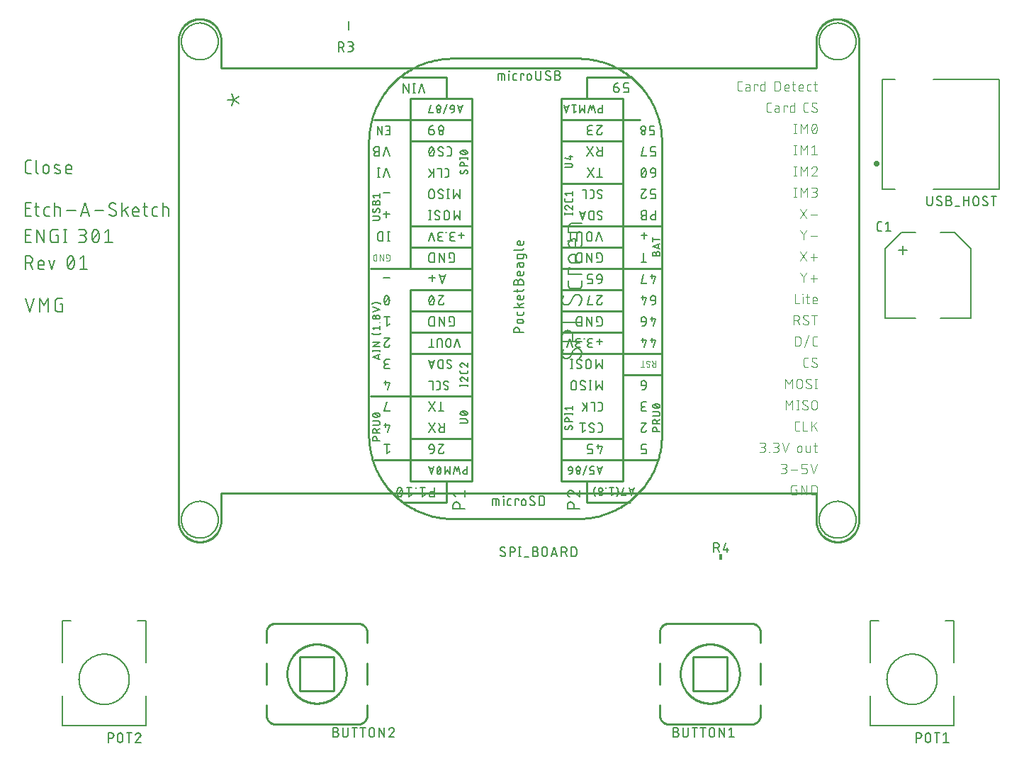
<source format=gbr>
G04 EAGLE Gerber RS-274X export*
G75*
%MOMM*%
%FSLAX34Y34*%
%LPD*%
%INSilkscreen Top*%
%IPPOS*%
%AMOC8*
5,1,8,0,0,1.08239X$1,22.5*%
G01*
%ADD10C,0.203200*%
%ADD11C,0.254000*%
%ADD12C,0.152400*%
%ADD13C,0.127000*%
%ADD14C,0.101600*%
%ADD15C,0.300000*%
%ADD16R,0.406400X0.711200*%
%ADD17C,0.200000*%


D10*
X65165Y737616D02*
X58166Y737616D01*
X58166Y753364D01*
X65165Y753364D01*
X63415Y746365D02*
X58166Y746365D01*
X69640Y748115D02*
X74889Y748115D01*
X71390Y753364D02*
X71390Y740241D01*
X71389Y740241D02*
X71391Y740140D01*
X71397Y740040D01*
X71406Y739940D01*
X71420Y739840D01*
X71437Y739741D01*
X71458Y739643D01*
X71483Y739545D01*
X71511Y739449D01*
X71544Y739354D01*
X71579Y739260D01*
X71619Y739167D01*
X71662Y739076D01*
X71708Y738987D01*
X71758Y738900D01*
X71811Y738814D01*
X71867Y738731D01*
X71926Y738650D01*
X71989Y738571D01*
X72054Y738495D01*
X72123Y738421D01*
X72194Y738350D01*
X72268Y738281D01*
X72344Y738216D01*
X72423Y738153D01*
X72504Y738094D01*
X72587Y738038D01*
X72673Y737985D01*
X72760Y737935D01*
X72849Y737889D01*
X72940Y737846D01*
X73033Y737806D01*
X73127Y737771D01*
X73222Y737738D01*
X73318Y737710D01*
X73416Y737685D01*
X73514Y737664D01*
X73613Y737647D01*
X73713Y737633D01*
X73813Y737624D01*
X73913Y737618D01*
X74014Y737616D01*
X74889Y737616D01*
X83535Y737616D02*
X87034Y737616D01*
X83535Y737616D02*
X83434Y737618D01*
X83334Y737624D01*
X83234Y737633D01*
X83134Y737647D01*
X83035Y737664D01*
X82937Y737685D01*
X82839Y737710D01*
X82743Y737738D01*
X82648Y737771D01*
X82554Y737806D01*
X82461Y737846D01*
X82370Y737889D01*
X82281Y737935D01*
X82194Y737985D01*
X82108Y738038D01*
X82025Y738094D01*
X81944Y738153D01*
X81865Y738216D01*
X81789Y738281D01*
X81715Y738350D01*
X81644Y738421D01*
X81575Y738495D01*
X81510Y738571D01*
X81447Y738650D01*
X81388Y738731D01*
X81332Y738814D01*
X81279Y738900D01*
X81229Y738987D01*
X81183Y739076D01*
X81140Y739167D01*
X81100Y739260D01*
X81065Y739354D01*
X81032Y739449D01*
X81004Y739545D01*
X80979Y739643D01*
X80958Y739741D01*
X80941Y739840D01*
X80927Y739940D01*
X80918Y740040D01*
X80912Y740140D01*
X80910Y740241D01*
X80910Y745490D01*
X80912Y745591D01*
X80918Y745691D01*
X80927Y745791D01*
X80941Y745891D01*
X80958Y745990D01*
X80979Y746088D01*
X81004Y746186D01*
X81032Y746282D01*
X81065Y746377D01*
X81100Y746471D01*
X81140Y746564D01*
X81183Y746655D01*
X81229Y746744D01*
X81279Y746831D01*
X81332Y746917D01*
X81388Y747000D01*
X81447Y747081D01*
X81510Y747160D01*
X81575Y747236D01*
X81644Y747310D01*
X81715Y747381D01*
X81789Y747450D01*
X81865Y747515D01*
X81944Y747578D01*
X82025Y747637D01*
X82108Y747693D01*
X82194Y747746D01*
X82281Y747796D01*
X82370Y747842D01*
X82461Y747885D01*
X82554Y747925D01*
X82648Y747961D01*
X82743Y747993D01*
X82839Y748021D01*
X82937Y748046D01*
X83035Y748067D01*
X83134Y748084D01*
X83234Y748098D01*
X83334Y748107D01*
X83434Y748113D01*
X83535Y748115D01*
X87034Y748115D01*
X93394Y753364D02*
X93394Y737616D01*
X93394Y748115D02*
X97768Y748115D01*
X97869Y748113D01*
X97969Y748107D01*
X98069Y748098D01*
X98169Y748084D01*
X98268Y748067D01*
X98366Y748046D01*
X98464Y748021D01*
X98560Y747993D01*
X98655Y747960D01*
X98749Y747925D01*
X98842Y747885D01*
X98933Y747842D01*
X99022Y747796D01*
X99109Y747746D01*
X99195Y747693D01*
X99278Y747637D01*
X99359Y747578D01*
X99438Y747515D01*
X99514Y747450D01*
X99588Y747381D01*
X99659Y747310D01*
X99728Y747236D01*
X99793Y747160D01*
X99856Y747081D01*
X99915Y747000D01*
X99971Y746917D01*
X100024Y746831D01*
X100074Y746744D01*
X100120Y746655D01*
X100163Y746564D01*
X100203Y746471D01*
X100238Y746377D01*
X100271Y746282D01*
X100299Y746186D01*
X100324Y746088D01*
X100345Y745990D01*
X100362Y745891D01*
X100376Y745791D01*
X100385Y745691D01*
X100391Y745591D01*
X100393Y745490D01*
X100393Y737616D01*
X107796Y743740D02*
X118295Y743740D01*
X124470Y737616D02*
X129719Y753364D01*
X134968Y737616D01*
X133656Y741553D02*
X125782Y741553D01*
X141143Y743740D02*
X151642Y743740D01*
X163419Y737616D02*
X163536Y737618D01*
X163653Y737624D01*
X163769Y737634D01*
X163885Y737647D01*
X164001Y737665D01*
X164116Y737686D01*
X164230Y737711D01*
X164344Y737740D01*
X164456Y737773D01*
X164567Y737810D01*
X164677Y737850D01*
X164785Y737894D01*
X164892Y737941D01*
X164998Y737992D01*
X165101Y738047D01*
X165203Y738105D01*
X165302Y738166D01*
X165400Y738230D01*
X165495Y738298D01*
X165588Y738369D01*
X165679Y738443D01*
X165767Y738520D01*
X165852Y738600D01*
X165935Y738683D01*
X166015Y738768D01*
X166092Y738856D01*
X166166Y738947D01*
X166237Y739040D01*
X166305Y739135D01*
X166369Y739233D01*
X166430Y739332D01*
X166488Y739434D01*
X166543Y739537D01*
X166594Y739643D01*
X166641Y739750D01*
X166685Y739858D01*
X166725Y739968D01*
X166762Y740079D01*
X166795Y740191D01*
X166824Y740305D01*
X166849Y740419D01*
X166870Y740534D01*
X166888Y740649D01*
X166901Y740766D01*
X166911Y740882D01*
X166917Y740999D01*
X166919Y741116D01*
X163419Y737616D02*
X163242Y737618D01*
X163065Y737624D01*
X162889Y737635D01*
X162712Y737650D01*
X162537Y737669D01*
X162361Y737692D01*
X162187Y737719D01*
X162012Y737751D01*
X161839Y737787D01*
X161667Y737827D01*
X161496Y737871D01*
X161325Y737919D01*
X161156Y737971D01*
X160989Y738027D01*
X160822Y738087D01*
X160657Y738151D01*
X160494Y738219D01*
X160332Y738291D01*
X160173Y738367D01*
X160015Y738446D01*
X159859Y738530D01*
X159705Y738617D01*
X159553Y738707D01*
X159403Y738802D01*
X159256Y738900D01*
X159111Y739001D01*
X158968Y739106D01*
X158828Y739214D01*
X158691Y739325D01*
X158556Y739440D01*
X158425Y739558D01*
X158296Y739679D01*
X158170Y739803D01*
X158607Y749864D02*
X158609Y749981D01*
X158615Y750098D01*
X158625Y750214D01*
X158638Y750331D01*
X158656Y750446D01*
X158677Y750561D01*
X158702Y750675D01*
X158731Y750789D01*
X158764Y750901D01*
X158801Y751012D01*
X158841Y751122D01*
X158885Y751230D01*
X158932Y751337D01*
X158983Y751443D01*
X159038Y751546D01*
X159096Y751648D01*
X159157Y751747D01*
X159221Y751845D01*
X159289Y751940D01*
X159360Y752033D01*
X159434Y752124D01*
X159511Y752212D01*
X159591Y752297D01*
X159674Y752380D01*
X159759Y752460D01*
X159847Y752537D01*
X159938Y752611D01*
X160031Y752682D01*
X160126Y752750D01*
X160224Y752814D01*
X160323Y752875D01*
X160425Y752933D01*
X160528Y752988D01*
X160634Y753039D01*
X160741Y753086D01*
X160849Y753130D01*
X160959Y753170D01*
X161070Y753207D01*
X161182Y753240D01*
X161296Y753269D01*
X161410Y753294D01*
X161525Y753315D01*
X161640Y753333D01*
X161757Y753346D01*
X161873Y753356D01*
X161990Y753362D01*
X162107Y753364D01*
X162263Y753362D01*
X162420Y753357D01*
X162576Y753347D01*
X162732Y753334D01*
X162887Y753317D01*
X163042Y753297D01*
X163197Y753273D01*
X163351Y753245D01*
X163504Y753214D01*
X163656Y753179D01*
X163808Y753140D01*
X163958Y753097D01*
X164108Y753052D01*
X164256Y753002D01*
X164403Y752949D01*
X164549Y752893D01*
X164694Y752833D01*
X164837Y752769D01*
X164978Y752703D01*
X165118Y752633D01*
X165256Y752559D01*
X165392Y752482D01*
X165527Y752403D01*
X165659Y752319D01*
X165790Y752233D01*
X165918Y752144D01*
X166044Y752052D01*
X160358Y746802D02*
X160259Y746862D01*
X160163Y746926D01*
X160069Y746992D01*
X159977Y747061D01*
X159887Y747134D01*
X159799Y747209D01*
X159715Y747287D01*
X159632Y747368D01*
X159553Y747451D01*
X159476Y747537D01*
X159402Y747625D01*
X159330Y747716D01*
X159262Y747809D01*
X159197Y747904D01*
X159135Y748002D01*
X159076Y748101D01*
X159021Y748202D01*
X158968Y748305D01*
X158920Y748409D01*
X158874Y748515D01*
X158832Y748622D01*
X158793Y748731D01*
X158758Y748841D01*
X158727Y748952D01*
X158699Y749064D01*
X158675Y749176D01*
X158655Y749290D01*
X158638Y749404D01*
X158625Y749519D01*
X158615Y749634D01*
X158610Y749749D01*
X158608Y749864D01*
X165169Y744178D02*
X165268Y744118D01*
X165364Y744054D01*
X165458Y743988D01*
X165550Y743919D01*
X165640Y743846D01*
X165728Y743771D01*
X165812Y743693D01*
X165895Y743612D01*
X165974Y743529D01*
X166051Y743443D01*
X166125Y743355D01*
X166197Y743264D01*
X166265Y743171D01*
X166330Y743076D01*
X166392Y742978D01*
X166451Y742879D01*
X166506Y742778D01*
X166559Y742675D01*
X166608Y742571D01*
X166653Y742465D01*
X166695Y742358D01*
X166734Y742249D01*
X166769Y742139D01*
X166800Y742028D01*
X166828Y741916D01*
X166852Y741804D01*
X166872Y741690D01*
X166889Y741576D01*
X166902Y741461D01*
X166912Y741346D01*
X166917Y741231D01*
X166919Y741116D01*
X165169Y744178D02*
X160357Y746802D01*
X173837Y753364D02*
X173837Y737616D01*
X173837Y742865D02*
X180836Y748115D01*
X176899Y745053D02*
X180836Y737616D01*
X189285Y737616D02*
X193659Y737616D01*
X189285Y737616D02*
X189184Y737618D01*
X189084Y737624D01*
X188984Y737633D01*
X188884Y737647D01*
X188785Y737664D01*
X188687Y737685D01*
X188589Y737710D01*
X188493Y737738D01*
X188398Y737771D01*
X188304Y737806D01*
X188211Y737846D01*
X188120Y737889D01*
X188031Y737935D01*
X187944Y737985D01*
X187858Y738038D01*
X187775Y738094D01*
X187694Y738153D01*
X187615Y738216D01*
X187539Y738281D01*
X187465Y738350D01*
X187394Y738421D01*
X187325Y738495D01*
X187260Y738571D01*
X187197Y738650D01*
X187138Y738731D01*
X187082Y738814D01*
X187029Y738900D01*
X186979Y738987D01*
X186933Y739076D01*
X186890Y739167D01*
X186850Y739260D01*
X186815Y739354D01*
X186782Y739449D01*
X186754Y739545D01*
X186729Y739643D01*
X186708Y739741D01*
X186691Y739840D01*
X186677Y739940D01*
X186668Y740040D01*
X186662Y740140D01*
X186660Y740241D01*
X186660Y744615D01*
X186662Y744733D01*
X186668Y744851D01*
X186678Y744969D01*
X186692Y745086D01*
X186710Y745203D01*
X186732Y745320D01*
X186757Y745435D01*
X186787Y745549D01*
X186821Y745663D01*
X186858Y745775D01*
X186899Y745886D01*
X186944Y745995D01*
X186992Y746103D01*
X187044Y746209D01*
X187100Y746314D01*
X187159Y746416D01*
X187221Y746516D01*
X187287Y746614D01*
X187356Y746710D01*
X187429Y746804D01*
X187504Y746895D01*
X187583Y746983D01*
X187664Y747069D01*
X187749Y747152D01*
X187836Y747232D01*
X187925Y747309D01*
X188018Y747383D01*
X188112Y747453D01*
X188209Y747521D01*
X188309Y747585D01*
X188410Y747646D01*
X188513Y747703D01*
X188619Y747757D01*
X188726Y747808D01*
X188834Y747854D01*
X188944Y747897D01*
X189056Y747936D01*
X189169Y747972D01*
X189283Y748003D01*
X189398Y748031D01*
X189513Y748055D01*
X189630Y748075D01*
X189747Y748091D01*
X189865Y748103D01*
X189983Y748111D01*
X190101Y748115D01*
X190219Y748115D01*
X190337Y748111D01*
X190455Y748103D01*
X190573Y748091D01*
X190690Y748075D01*
X190807Y748055D01*
X190922Y748031D01*
X191037Y748003D01*
X191151Y747972D01*
X191264Y747936D01*
X191376Y747897D01*
X191486Y747854D01*
X191594Y747808D01*
X191701Y747757D01*
X191807Y747703D01*
X191910Y747646D01*
X192011Y747585D01*
X192111Y747521D01*
X192208Y747453D01*
X192302Y747383D01*
X192395Y747309D01*
X192484Y747232D01*
X192571Y747152D01*
X192656Y747069D01*
X192737Y746983D01*
X192816Y746895D01*
X192891Y746804D01*
X192964Y746710D01*
X193033Y746614D01*
X193099Y746516D01*
X193161Y746416D01*
X193220Y746314D01*
X193276Y746209D01*
X193328Y746103D01*
X193376Y745995D01*
X193421Y745886D01*
X193462Y745775D01*
X193499Y745663D01*
X193533Y745549D01*
X193563Y745435D01*
X193588Y745320D01*
X193610Y745203D01*
X193628Y745086D01*
X193642Y744969D01*
X193652Y744851D01*
X193658Y744733D01*
X193660Y744615D01*
X193659Y744615D02*
X193659Y742865D01*
X186660Y742865D01*
X198858Y748115D02*
X204107Y748115D01*
X200608Y753364D02*
X200608Y740241D01*
X200610Y740140D01*
X200616Y740040D01*
X200625Y739940D01*
X200639Y739840D01*
X200656Y739741D01*
X200677Y739643D01*
X200702Y739545D01*
X200730Y739449D01*
X200763Y739354D01*
X200798Y739260D01*
X200838Y739167D01*
X200881Y739076D01*
X200927Y738987D01*
X200977Y738900D01*
X201030Y738814D01*
X201086Y738731D01*
X201145Y738650D01*
X201208Y738571D01*
X201273Y738495D01*
X201342Y738421D01*
X201413Y738350D01*
X201487Y738281D01*
X201563Y738216D01*
X201642Y738153D01*
X201723Y738094D01*
X201806Y738038D01*
X201892Y737985D01*
X201979Y737935D01*
X202068Y737889D01*
X202159Y737846D01*
X202252Y737806D01*
X202346Y737771D01*
X202441Y737738D01*
X202537Y737710D01*
X202635Y737685D01*
X202733Y737664D01*
X202832Y737647D01*
X202932Y737633D01*
X203032Y737624D01*
X203132Y737618D01*
X203233Y737616D01*
X204107Y737616D01*
X212753Y737616D02*
X216252Y737616D01*
X212753Y737616D02*
X212652Y737618D01*
X212552Y737624D01*
X212452Y737633D01*
X212352Y737647D01*
X212253Y737664D01*
X212155Y737685D01*
X212057Y737710D01*
X211961Y737738D01*
X211866Y737771D01*
X211772Y737806D01*
X211679Y737846D01*
X211588Y737889D01*
X211499Y737935D01*
X211412Y737985D01*
X211326Y738038D01*
X211243Y738094D01*
X211162Y738153D01*
X211083Y738216D01*
X211007Y738281D01*
X210933Y738350D01*
X210862Y738421D01*
X210793Y738495D01*
X210728Y738571D01*
X210665Y738650D01*
X210606Y738731D01*
X210550Y738814D01*
X210497Y738900D01*
X210447Y738987D01*
X210401Y739076D01*
X210358Y739167D01*
X210318Y739260D01*
X210283Y739354D01*
X210250Y739449D01*
X210222Y739545D01*
X210197Y739643D01*
X210176Y739741D01*
X210159Y739840D01*
X210145Y739940D01*
X210136Y740040D01*
X210130Y740140D01*
X210128Y740241D01*
X210128Y745490D01*
X210130Y745591D01*
X210136Y745691D01*
X210145Y745791D01*
X210159Y745891D01*
X210176Y745990D01*
X210197Y746088D01*
X210222Y746186D01*
X210250Y746282D01*
X210283Y746377D01*
X210318Y746471D01*
X210358Y746564D01*
X210401Y746655D01*
X210447Y746744D01*
X210497Y746831D01*
X210550Y746917D01*
X210606Y747000D01*
X210665Y747081D01*
X210728Y747160D01*
X210793Y747236D01*
X210862Y747310D01*
X210933Y747381D01*
X211007Y747450D01*
X211083Y747515D01*
X211162Y747578D01*
X211243Y747637D01*
X211326Y747693D01*
X211412Y747746D01*
X211499Y747796D01*
X211588Y747842D01*
X211679Y747885D01*
X211772Y747925D01*
X211866Y747961D01*
X211961Y747993D01*
X212057Y748021D01*
X212155Y748046D01*
X212253Y748067D01*
X212352Y748084D01*
X212452Y748098D01*
X212552Y748107D01*
X212652Y748113D01*
X212753Y748115D01*
X216252Y748115D01*
X222612Y753364D02*
X222612Y737616D01*
X222612Y748115D02*
X226986Y748115D01*
X227087Y748113D01*
X227187Y748107D01*
X227287Y748098D01*
X227387Y748084D01*
X227486Y748067D01*
X227584Y748046D01*
X227682Y748021D01*
X227778Y747993D01*
X227873Y747960D01*
X227967Y747925D01*
X228060Y747885D01*
X228151Y747842D01*
X228240Y747796D01*
X228327Y747746D01*
X228413Y747693D01*
X228496Y747637D01*
X228577Y747578D01*
X228656Y747515D01*
X228732Y747450D01*
X228806Y747381D01*
X228877Y747310D01*
X228946Y747236D01*
X229011Y747160D01*
X229074Y747081D01*
X229133Y747000D01*
X229189Y746917D01*
X229242Y746831D01*
X229292Y746744D01*
X229338Y746655D01*
X229381Y746564D01*
X229421Y746471D01*
X229456Y746377D01*
X229489Y746282D01*
X229517Y746186D01*
X229542Y746088D01*
X229563Y745990D01*
X229580Y745891D01*
X229594Y745791D01*
X229603Y745691D01*
X229609Y745591D01*
X229611Y745490D01*
X229611Y737616D01*
X65165Y705866D02*
X58166Y705866D01*
X58166Y721614D01*
X65165Y721614D01*
X63415Y714615D02*
X58166Y714615D01*
X71677Y721614D02*
X71677Y705866D01*
X80426Y705866D02*
X71677Y721614D01*
X80426Y721614D02*
X80426Y705866D01*
X94475Y714615D02*
X97099Y714615D01*
X97099Y705866D01*
X91850Y705866D01*
X91733Y705868D01*
X91616Y705874D01*
X91500Y705884D01*
X91383Y705897D01*
X91268Y705915D01*
X91153Y705936D01*
X91039Y705961D01*
X90925Y705990D01*
X90813Y706023D01*
X90702Y706060D01*
X90592Y706100D01*
X90484Y706144D01*
X90377Y706191D01*
X90271Y706242D01*
X90168Y706297D01*
X90066Y706355D01*
X89967Y706416D01*
X89869Y706480D01*
X89774Y706548D01*
X89681Y706619D01*
X89590Y706693D01*
X89502Y706770D01*
X89417Y706850D01*
X89334Y706933D01*
X89254Y707018D01*
X89177Y707106D01*
X89103Y707197D01*
X89032Y707290D01*
X88964Y707385D01*
X88900Y707483D01*
X88839Y707582D01*
X88781Y707684D01*
X88726Y707787D01*
X88675Y707893D01*
X88628Y708000D01*
X88584Y708108D01*
X88544Y708218D01*
X88507Y708329D01*
X88474Y708441D01*
X88445Y708555D01*
X88420Y708669D01*
X88399Y708784D01*
X88381Y708899D01*
X88368Y709016D01*
X88358Y709132D01*
X88352Y709249D01*
X88350Y709366D01*
X88351Y709366D02*
X88351Y718114D01*
X88350Y718114D02*
X88352Y718231D01*
X88358Y718348D01*
X88368Y718464D01*
X88381Y718581D01*
X88399Y718696D01*
X88420Y718811D01*
X88445Y718925D01*
X88474Y719039D01*
X88507Y719151D01*
X88544Y719262D01*
X88584Y719372D01*
X88628Y719480D01*
X88675Y719587D01*
X88726Y719693D01*
X88781Y719796D01*
X88839Y719898D01*
X88900Y719997D01*
X88964Y720095D01*
X89032Y720190D01*
X89103Y720283D01*
X89177Y720374D01*
X89254Y720462D01*
X89334Y720547D01*
X89417Y720630D01*
X89502Y720710D01*
X89590Y720787D01*
X89681Y720861D01*
X89774Y720932D01*
X89869Y721000D01*
X89967Y721064D01*
X90066Y721125D01*
X90168Y721183D01*
X90271Y721238D01*
X90377Y721289D01*
X90484Y721336D01*
X90592Y721380D01*
X90702Y721420D01*
X90813Y721457D01*
X90925Y721490D01*
X91039Y721519D01*
X91153Y721544D01*
X91268Y721565D01*
X91383Y721583D01*
X91500Y721596D01*
X91616Y721606D01*
X91733Y721612D01*
X91850Y721614D01*
X97099Y721614D01*
X105751Y721614D02*
X105751Y705866D01*
X104001Y705866D02*
X107501Y705866D01*
X107501Y721614D02*
X104001Y721614D01*
X122218Y705866D02*
X126593Y705866D01*
X126724Y705868D01*
X126855Y705874D01*
X126985Y705884D01*
X127115Y705897D01*
X127245Y705915D01*
X127374Y705936D01*
X127502Y705962D01*
X127630Y705991D01*
X127757Y706024D01*
X127882Y706060D01*
X128007Y706101D01*
X128130Y706145D01*
X128252Y706193D01*
X128372Y706244D01*
X128491Y706299D01*
X128608Y706358D01*
X128723Y706420D01*
X128836Y706485D01*
X128948Y706554D01*
X129057Y706626D01*
X129164Y706701D01*
X129269Y706780D01*
X129371Y706861D01*
X129471Y706946D01*
X129568Y707034D01*
X129663Y707124D01*
X129755Y707217D01*
X129844Y707313D01*
X129930Y707412D01*
X130013Y707513D01*
X130093Y707616D01*
X130170Y707722D01*
X130243Y707830D01*
X130314Y707941D01*
X130381Y708053D01*
X130445Y708167D01*
X130505Y708283D01*
X130562Y708401D01*
X130615Y708521D01*
X130665Y708642D01*
X130711Y708765D01*
X130753Y708888D01*
X130791Y709013D01*
X130826Y709140D01*
X130857Y709267D01*
X130885Y709395D01*
X130908Y709523D01*
X130927Y709653D01*
X130943Y709783D01*
X130955Y709913D01*
X130963Y710044D01*
X130967Y710175D01*
X130967Y710305D01*
X130963Y710436D01*
X130955Y710567D01*
X130943Y710697D01*
X130927Y710827D01*
X130908Y710957D01*
X130885Y711085D01*
X130857Y711213D01*
X130826Y711340D01*
X130791Y711467D01*
X130753Y711592D01*
X130711Y711715D01*
X130665Y711838D01*
X130615Y711959D01*
X130562Y712079D01*
X130505Y712197D01*
X130445Y712313D01*
X130381Y712427D01*
X130314Y712539D01*
X130243Y712650D01*
X130170Y712758D01*
X130093Y712864D01*
X130013Y712967D01*
X129930Y713068D01*
X129844Y713167D01*
X129755Y713263D01*
X129663Y713356D01*
X129568Y713446D01*
X129471Y713534D01*
X129371Y713619D01*
X129269Y713700D01*
X129164Y713779D01*
X129057Y713854D01*
X128948Y713926D01*
X128836Y713995D01*
X128723Y714060D01*
X128608Y714122D01*
X128491Y714181D01*
X128372Y714236D01*
X128252Y714287D01*
X128130Y714335D01*
X128007Y714379D01*
X127882Y714420D01*
X127757Y714456D01*
X127630Y714489D01*
X127502Y714518D01*
X127374Y714544D01*
X127245Y714565D01*
X127115Y714583D01*
X126985Y714596D01*
X126855Y714606D01*
X126724Y714612D01*
X126593Y714614D01*
X127468Y721614D02*
X122218Y721614D01*
X127468Y721614D02*
X127586Y721612D01*
X127704Y721606D01*
X127822Y721596D01*
X127939Y721582D01*
X128056Y721564D01*
X128173Y721542D01*
X128288Y721517D01*
X128402Y721487D01*
X128516Y721453D01*
X128628Y721416D01*
X128739Y721375D01*
X128848Y721330D01*
X128956Y721282D01*
X129062Y721230D01*
X129167Y721174D01*
X129269Y721115D01*
X129369Y721053D01*
X129467Y720987D01*
X129563Y720918D01*
X129657Y720845D01*
X129748Y720770D01*
X129836Y720691D01*
X129922Y720610D01*
X130005Y720525D01*
X130085Y720438D01*
X130162Y720349D01*
X130236Y720256D01*
X130306Y720162D01*
X130374Y720065D01*
X130438Y719965D01*
X130499Y719864D01*
X130556Y719761D01*
X130610Y719655D01*
X130661Y719548D01*
X130707Y719440D01*
X130750Y719330D01*
X130789Y719218D01*
X130825Y719105D01*
X130856Y718991D01*
X130884Y718876D01*
X130908Y718761D01*
X130928Y718644D01*
X130944Y718527D01*
X130956Y718409D01*
X130964Y718291D01*
X130968Y718173D01*
X130968Y718055D01*
X130964Y717937D01*
X130956Y717819D01*
X130944Y717701D01*
X130928Y717584D01*
X130908Y717467D01*
X130884Y717352D01*
X130856Y717237D01*
X130825Y717123D01*
X130789Y717010D01*
X130750Y716898D01*
X130707Y716788D01*
X130661Y716680D01*
X130610Y716573D01*
X130556Y716467D01*
X130499Y716364D01*
X130438Y716263D01*
X130374Y716163D01*
X130306Y716066D01*
X130236Y715972D01*
X130162Y715879D01*
X130085Y715790D01*
X130005Y715703D01*
X129922Y715618D01*
X129836Y715537D01*
X129748Y715458D01*
X129657Y715383D01*
X129563Y715310D01*
X129467Y715241D01*
X129369Y715175D01*
X129269Y715113D01*
X129167Y715054D01*
X129062Y714998D01*
X128956Y714946D01*
X128848Y714898D01*
X128739Y714853D01*
X128628Y714812D01*
X128516Y714775D01*
X128402Y714741D01*
X128288Y714711D01*
X128173Y714686D01*
X128056Y714664D01*
X127939Y714646D01*
X127822Y714632D01*
X127704Y714622D01*
X127586Y714616D01*
X127468Y714614D01*
X127468Y714615D02*
X123968Y714615D01*
X137849Y713740D02*
X137853Y714050D01*
X137864Y714359D01*
X137882Y714669D01*
X137908Y714977D01*
X137941Y715285D01*
X137982Y715593D01*
X138030Y715899D01*
X138085Y716204D01*
X138147Y716507D01*
X138217Y716809D01*
X138294Y717109D01*
X138378Y717407D01*
X138469Y717703D01*
X138567Y717997D01*
X138672Y718289D01*
X138784Y718578D01*
X138903Y718864D01*
X139029Y719147D01*
X139161Y719427D01*
X139162Y719427D02*
X139200Y719532D01*
X139242Y719635D01*
X139287Y719737D01*
X139335Y719838D01*
X139387Y719936D01*
X139443Y720033D01*
X139501Y720128D01*
X139563Y720221D01*
X139628Y720311D01*
X139697Y720399D01*
X139768Y720485D01*
X139842Y720569D01*
X139919Y720649D01*
X139998Y720728D01*
X140081Y720803D01*
X140166Y720875D01*
X140253Y720945D01*
X140343Y721011D01*
X140434Y721074D01*
X140528Y721134D01*
X140624Y721191D01*
X140722Y721245D01*
X140822Y721295D01*
X140923Y721341D01*
X141026Y721384D01*
X141131Y721424D01*
X141236Y721460D01*
X141343Y721492D01*
X141451Y721520D01*
X141560Y721545D01*
X141669Y721566D01*
X141779Y721583D01*
X141890Y721597D01*
X142001Y721606D01*
X142112Y721612D01*
X142224Y721614D01*
X142336Y721612D01*
X142447Y721606D01*
X142558Y721597D01*
X142669Y721583D01*
X142779Y721566D01*
X142889Y721545D01*
X142997Y721520D01*
X143105Y721492D01*
X143212Y721460D01*
X143317Y721424D01*
X143422Y721384D01*
X143525Y721341D01*
X143626Y721295D01*
X143726Y721245D01*
X143824Y721191D01*
X143920Y721134D01*
X144014Y721074D01*
X144105Y721011D01*
X144195Y720945D01*
X144282Y720875D01*
X144367Y720803D01*
X144450Y720728D01*
X144529Y720649D01*
X144606Y720569D01*
X144680Y720485D01*
X144751Y720399D01*
X144820Y720311D01*
X144885Y720221D01*
X144947Y720128D01*
X145005Y720033D01*
X145061Y719936D01*
X145113Y719838D01*
X145161Y719737D01*
X145206Y719635D01*
X145248Y719532D01*
X145286Y719427D01*
X145418Y719147D01*
X145544Y718863D01*
X145663Y718577D01*
X145775Y718288D01*
X145880Y717997D01*
X145978Y717703D01*
X146069Y717407D01*
X146153Y717109D01*
X146230Y716809D01*
X146300Y716507D01*
X146362Y716203D01*
X146417Y715899D01*
X146465Y715593D01*
X146506Y715285D01*
X146539Y714977D01*
X146565Y714669D01*
X146583Y714359D01*
X146594Y714050D01*
X146598Y713740D01*
X137849Y713740D02*
X137853Y713430D01*
X137864Y713121D01*
X137882Y712811D01*
X137908Y712503D01*
X137941Y712195D01*
X137982Y711887D01*
X138030Y711581D01*
X138085Y711276D01*
X138147Y710973D01*
X138217Y710671D01*
X138294Y710371D01*
X138378Y710073D01*
X138469Y709777D01*
X138567Y709483D01*
X138672Y709191D01*
X138784Y708902D01*
X138903Y708616D01*
X139029Y708333D01*
X139161Y708053D01*
X139162Y708053D02*
X139200Y707948D01*
X139242Y707845D01*
X139287Y707743D01*
X139335Y707642D01*
X139387Y707544D01*
X139443Y707447D01*
X139501Y707352D01*
X139563Y707259D01*
X139628Y707169D01*
X139697Y707081D01*
X139768Y706995D01*
X139842Y706911D01*
X139919Y706831D01*
X139998Y706752D01*
X140081Y706677D01*
X140166Y706605D01*
X140253Y706535D01*
X140343Y706469D01*
X140434Y706406D01*
X140528Y706346D01*
X140624Y706289D01*
X140722Y706235D01*
X140822Y706185D01*
X140923Y706139D01*
X141026Y706096D01*
X141131Y706056D01*
X141236Y706020D01*
X141343Y705988D01*
X141451Y705960D01*
X141560Y705935D01*
X141669Y705914D01*
X141779Y705897D01*
X141890Y705883D01*
X142001Y705874D01*
X142112Y705868D01*
X142224Y705866D01*
X145287Y708053D02*
X145419Y708333D01*
X145545Y708616D01*
X145664Y708902D01*
X145776Y709191D01*
X145881Y709483D01*
X145979Y709777D01*
X146070Y710073D01*
X146154Y710371D01*
X146231Y710671D01*
X146301Y710973D01*
X146363Y711276D01*
X146418Y711581D01*
X146466Y711887D01*
X146507Y712195D01*
X146540Y712503D01*
X146566Y712811D01*
X146584Y713121D01*
X146595Y713430D01*
X146599Y713740D01*
X145286Y708053D02*
X145248Y707948D01*
X145206Y707845D01*
X145161Y707743D01*
X145113Y707642D01*
X145061Y707544D01*
X145005Y707447D01*
X144947Y707352D01*
X144885Y707259D01*
X144820Y707169D01*
X144751Y707081D01*
X144680Y706995D01*
X144606Y706911D01*
X144529Y706831D01*
X144450Y706752D01*
X144367Y706677D01*
X144282Y706605D01*
X144195Y706535D01*
X144105Y706469D01*
X144014Y706406D01*
X143920Y706346D01*
X143824Y706289D01*
X143726Y706235D01*
X143626Y706185D01*
X143525Y706139D01*
X143422Y706096D01*
X143317Y706056D01*
X143212Y706020D01*
X143105Y705988D01*
X142997Y705960D01*
X142888Y705935D01*
X142779Y705914D01*
X142669Y705897D01*
X142558Y705883D01*
X142447Y705874D01*
X142336Y705868D01*
X142224Y705866D01*
X138724Y709366D02*
X145723Y718114D01*
X153481Y718114D02*
X157855Y721614D01*
X157855Y705866D01*
X153481Y705866D02*
X162230Y705866D01*
X58166Y689864D02*
X58166Y674116D01*
X58166Y689864D02*
X62540Y689864D01*
X62671Y689862D01*
X62802Y689856D01*
X62932Y689846D01*
X63062Y689833D01*
X63192Y689815D01*
X63321Y689794D01*
X63449Y689768D01*
X63577Y689739D01*
X63704Y689706D01*
X63829Y689670D01*
X63954Y689629D01*
X64077Y689585D01*
X64199Y689537D01*
X64319Y689486D01*
X64438Y689431D01*
X64555Y689372D01*
X64670Y689310D01*
X64783Y689245D01*
X64895Y689176D01*
X65004Y689104D01*
X65111Y689029D01*
X65216Y688950D01*
X65318Y688869D01*
X65418Y688784D01*
X65515Y688696D01*
X65610Y688606D01*
X65702Y688513D01*
X65791Y688417D01*
X65877Y688318D01*
X65960Y688217D01*
X66040Y688114D01*
X66117Y688008D01*
X66190Y687900D01*
X66261Y687789D01*
X66328Y687677D01*
X66392Y687563D01*
X66452Y687447D01*
X66509Y687329D01*
X66562Y687209D01*
X66612Y687088D01*
X66658Y686965D01*
X66700Y686842D01*
X66738Y686717D01*
X66773Y686590D01*
X66804Y686463D01*
X66832Y686335D01*
X66855Y686207D01*
X66874Y686077D01*
X66890Y685947D01*
X66902Y685817D01*
X66910Y685686D01*
X66914Y685555D01*
X66914Y685425D01*
X66910Y685294D01*
X66902Y685163D01*
X66890Y685033D01*
X66874Y684903D01*
X66855Y684773D01*
X66832Y684645D01*
X66804Y684517D01*
X66773Y684390D01*
X66738Y684263D01*
X66700Y684138D01*
X66658Y684015D01*
X66612Y683892D01*
X66562Y683771D01*
X66509Y683651D01*
X66452Y683533D01*
X66392Y683417D01*
X66328Y683303D01*
X66261Y683191D01*
X66190Y683080D01*
X66117Y682972D01*
X66040Y682866D01*
X65960Y682763D01*
X65877Y682662D01*
X65791Y682563D01*
X65702Y682467D01*
X65610Y682374D01*
X65515Y682284D01*
X65418Y682196D01*
X65318Y682111D01*
X65216Y682030D01*
X65111Y681951D01*
X65004Y681876D01*
X64895Y681804D01*
X64783Y681735D01*
X64670Y681670D01*
X64555Y681608D01*
X64438Y681549D01*
X64319Y681494D01*
X64199Y681443D01*
X64077Y681395D01*
X63954Y681351D01*
X63829Y681310D01*
X63704Y681274D01*
X63577Y681241D01*
X63449Y681212D01*
X63321Y681186D01*
X63192Y681165D01*
X63062Y681147D01*
X62932Y681134D01*
X62802Y681124D01*
X62671Y681118D01*
X62540Y681116D01*
X62540Y681115D02*
X58166Y681115D01*
X63415Y681115D02*
X66915Y674116D01*
X76145Y674116D02*
X80519Y674116D01*
X76145Y674116D02*
X76044Y674118D01*
X75944Y674124D01*
X75844Y674133D01*
X75744Y674147D01*
X75645Y674164D01*
X75547Y674185D01*
X75449Y674210D01*
X75353Y674238D01*
X75258Y674271D01*
X75164Y674306D01*
X75071Y674346D01*
X74980Y674389D01*
X74891Y674435D01*
X74804Y674485D01*
X74718Y674538D01*
X74635Y674594D01*
X74554Y674653D01*
X74475Y674716D01*
X74399Y674781D01*
X74325Y674850D01*
X74254Y674921D01*
X74185Y674995D01*
X74120Y675071D01*
X74057Y675150D01*
X73998Y675231D01*
X73942Y675314D01*
X73889Y675400D01*
X73839Y675487D01*
X73793Y675576D01*
X73750Y675667D01*
X73710Y675760D01*
X73675Y675854D01*
X73642Y675949D01*
X73614Y676045D01*
X73589Y676143D01*
X73568Y676241D01*
X73551Y676340D01*
X73537Y676440D01*
X73528Y676540D01*
X73522Y676640D01*
X73520Y676741D01*
X73520Y681115D01*
X73519Y681115D02*
X73521Y681233D01*
X73527Y681351D01*
X73537Y681469D01*
X73551Y681586D01*
X73569Y681703D01*
X73591Y681820D01*
X73616Y681935D01*
X73646Y682049D01*
X73680Y682163D01*
X73717Y682275D01*
X73758Y682386D01*
X73803Y682495D01*
X73851Y682603D01*
X73903Y682709D01*
X73959Y682814D01*
X74018Y682916D01*
X74080Y683016D01*
X74146Y683114D01*
X74215Y683210D01*
X74288Y683304D01*
X74363Y683395D01*
X74442Y683483D01*
X74523Y683569D01*
X74608Y683652D01*
X74695Y683732D01*
X74784Y683809D01*
X74877Y683883D01*
X74971Y683953D01*
X75068Y684021D01*
X75168Y684085D01*
X75269Y684146D01*
X75372Y684203D01*
X75478Y684257D01*
X75585Y684308D01*
X75693Y684354D01*
X75803Y684397D01*
X75915Y684436D01*
X76028Y684472D01*
X76142Y684503D01*
X76257Y684531D01*
X76372Y684555D01*
X76489Y684575D01*
X76606Y684591D01*
X76724Y684603D01*
X76842Y684611D01*
X76960Y684615D01*
X77078Y684615D01*
X77196Y684611D01*
X77314Y684603D01*
X77432Y684591D01*
X77549Y684575D01*
X77666Y684555D01*
X77781Y684531D01*
X77896Y684503D01*
X78010Y684472D01*
X78123Y684436D01*
X78235Y684397D01*
X78345Y684354D01*
X78453Y684308D01*
X78560Y684257D01*
X78666Y684203D01*
X78769Y684146D01*
X78870Y684085D01*
X78970Y684021D01*
X79067Y683953D01*
X79161Y683883D01*
X79254Y683809D01*
X79343Y683732D01*
X79430Y683652D01*
X79515Y683569D01*
X79596Y683483D01*
X79675Y683395D01*
X79750Y683304D01*
X79823Y683210D01*
X79892Y683114D01*
X79958Y683016D01*
X80020Y682916D01*
X80079Y682814D01*
X80135Y682709D01*
X80187Y682603D01*
X80235Y682495D01*
X80280Y682386D01*
X80321Y682275D01*
X80358Y682163D01*
X80392Y682049D01*
X80422Y681935D01*
X80447Y681820D01*
X80469Y681703D01*
X80487Y681586D01*
X80501Y681469D01*
X80511Y681351D01*
X80517Y681233D01*
X80519Y681115D01*
X80519Y679365D01*
X73520Y679365D01*
X86546Y684615D02*
X90045Y674116D01*
X93545Y684615D01*
X108075Y681990D02*
X108079Y682300D01*
X108090Y682609D01*
X108108Y682919D01*
X108134Y683227D01*
X108167Y683535D01*
X108208Y683843D01*
X108256Y684149D01*
X108311Y684454D01*
X108373Y684757D01*
X108443Y685059D01*
X108520Y685359D01*
X108604Y685657D01*
X108695Y685953D01*
X108793Y686247D01*
X108898Y686539D01*
X109010Y686828D01*
X109129Y687114D01*
X109255Y687397D01*
X109387Y687677D01*
X109388Y687677D02*
X109426Y687782D01*
X109468Y687885D01*
X109513Y687987D01*
X109561Y688088D01*
X109613Y688186D01*
X109669Y688283D01*
X109727Y688378D01*
X109789Y688471D01*
X109854Y688561D01*
X109923Y688649D01*
X109994Y688735D01*
X110068Y688819D01*
X110145Y688899D01*
X110224Y688978D01*
X110307Y689053D01*
X110392Y689125D01*
X110479Y689195D01*
X110569Y689261D01*
X110660Y689324D01*
X110754Y689384D01*
X110850Y689441D01*
X110948Y689495D01*
X111048Y689545D01*
X111149Y689591D01*
X111252Y689634D01*
X111357Y689674D01*
X111462Y689710D01*
X111569Y689742D01*
X111677Y689770D01*
X111786Y689795D01*
X111895Y689816D01*
X112005Y689833D01*
X112116Y689847D01*
X112227Y689856D01*
X112338Y689862D01*
X112450Y689864D01*
X112562Y689862D01*
X112673Y689856D01*
X112784Y689847D01*
X112895Y689833D01*
X113005Y689816D01*
X113115Y689795D01*
X113223Y689770D01*
X113331Y689742D01*
X113438Y689710D01*
X113543Y689674D01*
X113648Y689634D01*
X113751Y689591D01*
X113852Y689545D01*
X113952Y689495D01*
X114050Y689441D01*
X114146Y689384D01*
X114240Y689324D01*
X114331Y689261D01*
X114421Y689195D01*
X114508Y689125D01*
X114593Y689053D01*
X114676Y688978D01*
X114755Y688899D01*
X114832Y688819D01*
X114906Y688735D01*
X114977Y688649D01*
X115046Y688561D01*
X115111Y688471D01*
X115173Y688378D01*
X115231Y688283D01*
X115287Y688186D01*
X115339Y688088D01*
X115387Y687987D01*
X115432Y687885D01*
X115474Y687782D01*
X115512Y687677D01*
X115644Y687397D01*
X115770Y687113D01*
X115889Y686827D01*
X116001Y686538D01*
X116106Y686247D01*
X116204Y685953D01*
X116295Y685657D01*
X116379Y685359D01*
X116456Y685059D01*
X116526Y684757D01*
X116588Y684453D01*
X116643Y684149D01*
X116691Y683843D01*
X116732Y683535D01*
X116765Y683227D01*
X116791Y682919D01*
X116809Y682609D01*
X116820Y682300D01*
X116824Y681990D01*
X108076Y681990D02*
X108080Y681680D01*
X108091Y681371D01*
X108109Y681061D01*
X108135Y680753D01*
X108168Y680445D01*
X108209Y680137D01*
X108257Y679831D01*
X108312Y679526D01*
X108374Y679223D01*
X108444Y678921D01*
X108521Y678621D01*
X108605Y678323D01*
X108696Y678027D01*
X108794Y677733D01*
X108899Y677441D01*
X109011Y677152D01*
X109130Y676866D01*
X109256Y676583D01*
X109388Y676303D01*
X109426Y676198D01*
X109468Y676095D01*
X109513Y675993D01*
X109561Y675892D01*
X109613Y675794D01*
X109669Y675697D01*
X109727Y675602D01*
X109789Y675509D01*
X109854Y675419D01*
X109923Y675331D01*
X109994Y675245D01*
X110068Y675161D01*
X110145Y675081D01*
X110224Y675002D01*
X110307Y674927D01*
X110392Y674855D01*
X110479Y674785D01*
X110569Y674719D01*
X110660Y674656D01*
X110754Y674596D01*
X110850Y674539D01*
X110948Y674485D01*
X111048Y674435D01*
X111149Y674389D01*
X111252Y674346D01*
X111357Y674306D01*
X111462Y674270D01*
X111569Y674238D01*
X111677Y674210D01*
X111786Y674185D01*
X111895Y674164D01*
X112005Y674147D01*
X112116Y674133D01*
X112227Y674124D01*
X112338Y674118D01*
X112450Y674116D01*
X115513Y676303D02*
X115645Y676583D01*
X115771Y676866D01*
X115890Y677152D01*
X116002Y677441D01*
X116107Y677733D01*
X116205Y678027D01*
X116296Y678323D01*
X116380Y678621D01*
X116457Y678921D01*
X116527Y679223D01*
X116589Y679526D01*
X116644Y679831D01*
X116692Y680137D01*
X116733Y680445D01*
X116766Y680753D01*
X116792Y681061D01*
X116810Y681371D01*
X116821Y681680D01*
X116825Y681990D01*
X115512Y676303D02*
X115474Y676198D01*
X115432Y676095D01*
X115387Y675993D01*
X115339Y675892D01*
X115287Y675794D01*
X115231Y675697D01*
X115173Y675602D01*
X115111Y675509D01*
X115046Y675419D01*
X114977Y675331D01*
X114906Y675245D01*
X114832Y675161D01*
X114755Y675081D01*
X114676Y675002D01*
X114593Y674927D01*
X114508Y674855D01*
X114421Y674785D01*
X114331Y674719D01*
X114240Y674656D01*
X114146Y674596D01*
X114050Y674539D01*
X113952Y674485D01*
X113852Y674435D01*
X113751Y674389D01*
X113648Y674346D01*
X113543Y674306D01*
X113438Y674270D01*
X113331Y674238D01*
X113223Y674210D01*
X113114Y674185D01*
X113005Y674164D01*
X112895Y674147D01*
X112784Y674133D01*
X112673Y674124D01*
X112562Y674118D01*
X112450Y674116D01*
X108951Y677616D02*
X115950Y686364D01*
X123707Y686364D02*
X128081Y689864D01*
X128081Y674116D01*
X123707Y674116D02*
X132456Y674116D01*
X65165Y788416D02*
X61666Y788416D01*
X61549Y788418D01*
X61432Y788424D01*
X61316Y788434D01*
X61199Y788447D01*
X61084Y788465D01*
X60969Y788486D01*
X60855Y788511D01*
X60741Y788540D01*
X60629Y788573D01*
X60518Y788610D01*
X60408Y788650D01*
X60300Y788694D01*
X60193Y788741D01*
X60087Y788792D01*
X59984Y788847D01*
X59882Y788905D01*
X59783Y788966D01*
X59685Y789030D01*
X59590Y789098D01*
X59497Y789169D01*
X59406Y789243D01*
X59318Y789320D01*
X59233Y789400D01*
X59150Y789483D01*
X59070Y789568D01*
X58993Y789656D01*
X58919Y789747D01*
X58848Y789840D01*
X58780Y789935D01*
X58716Y790033D01*
X58655Y790132D01*
X58597Y790234D01*
X58542Y790337D01*
X58491Y790443D01*
X58444Y790550D01*
X58400Y790658D01*
X58360Y790768D01*
X58323Y790879D01*
X58290Y790991D01*
X58261Y791105D01*
X58236Y791219D01*
X58215Y791334D01*
X58197Y791449D01*
X58184Y791566D01*
X58174Y791682D01*
X58168Y791799D01*
X58166Y791916D01*
X58166Y800664D01*
X58168Y800781D01*
X58174Y800898D01*
X58184Y801014D01*
X58197Y801131D01*
X58215Y801246D01*
X58236Y801361D01*
X58261Y801475D01*
X58290Y801589D01*
X58323Y801701D01*
X58360Y801812D01*
X58400Y801922D01*
X58444Y802030D01*
X58491Y802137D01*
X58542Y802243D01*
X58597Y802346D01*
X58655Y802448D01*
X58716Y802547D01*
X58780Y802645D01*
X58848Y802740D01*
X58919Y802833D01*
X58993Y802924D01*
X59070Y803012D01*
X59150Y803097D01*
X59233Y803180D01*
X59318Y803260D01*
X59406Y803337D01*
X59497Y803411D01*
X59590Y803482D01*
X59685Y803550D01*
X59783Y803614D01*
X59882Y803675D01*
X59984Y803733D01*
X60087Y803788D01*
X60193Y803839D01*
X60300Y803886D01*
X60408Y803930D01*
X60518Y803970D01*
X60629Y804007D01*
X60741Y804040D01*
X60855Y804069D01*
X60969Y804094D01*
X61084Y804115D01*
X61199Y804133D01*
X61316Y804146D01*
X61432Y804156D01*
X61549Y804162D01*
X61666Y804164D01*
X65165Y804164D01*
X71252Y804164D02*
X71252Y791041D01*
X71251Y791041D02*
X71253Y790940D01*
X71259Y790840D01*
X71268Y790740D01*
X71282Y790640D01*
X71299Y790541D01*
X71320Y790443D01*
X71345Y790345D01*
X71373Y790249D01*
X71406Y790154D01*
X71441Y790060D01*
X71481Y789967D01*
X71524Y789876D01*
X71570Y789787D01*
X71620Y789700D01*
X71673Y789614D01*
X71729Y789531D01*
X71788Y789450D01*
X71851Y789371D01*
X71916Y789295D01*
X71985Y789221D01*
X72056Y789150D01*
X72130Y789081D01*
X72206Y789016D01*
X72285Y788953D01*
X72366Y788894D01*
X72449Y788838D01*
X72535Y788785D01*
X72622Y788735D01*
X72711Y788689D01*
X72802Y788646D01*
X72895Y788606D01*
X72989Y788571D01*
X73084Y788538D01*
X73180Y788510D01*
X73278Y788485D01*
X73376Y788464D01*
X73475Y788447D01*
X73575Y788433D01*
X73675Y788424D01*
X73775Y788418D01*
X73876Y788416D01*
X79409Y791916D02*
X79409Y795415D01*
X79411Y795533D01*
X79417Y795651D01*
X79427Y795769D01*
X79441Y795886D01*
X79459Y796003D01*
X79481Y796120D01*
X79506Y796235D01*
X79536Y796349D01*
X79570Y796463D01*
X79607Y796575D01*
X79648Y796686D01*
X79693Y796795D01*
X79741Y796903D01*
X79793Y797009D01*
X79849Y797114D01*
X79908Y797216D01*
X79970Y797316D01*
X80036Y797414D01*
X80105Y797510D01*
X80178Y797604D01*
X80253Y797695D01*
X80332Y797783D01*
X80413Y797869D01*
X80498Y797952D01*
X80585Y798032D01*
X80674Y798109D01*
X80767Y798183D01*
X80861Y798253D01*
X80958Y798321D01*
X81058Y798385D01*
X81159Y798446D01*
X81262Y798503D01*
X81368Y798557D01*
X81475Y798608D01*
X81583Y798654D01*
X81693Y798697D01*
X81805Y798736D01*
X81918Y798772D01*
X82032Y798803D01*
X82147Y798831D01*
X82262Y798855D01*
X82379Y798875D01*
X82496Y798891D01*
X82614Y798903D01*
X82732Y798911D01*
X82850Y798915D01*
X82968Y798915D01*
X83086Y798911D01*
X83204Y798903D01*
X83322Y798891D01*
X83439Y798875D01*
X83556Y798855D01*
X83671Y798831D01*
X83786Y798803D01*
X83900Y798772D01*
X84013Y798736D01*
X84125Y798697D01*
X84235Y798654D01*
X84343Y798608D01*
X84450Y798557D01*
X84556Y798503D01*
X84659Y798446D01*
X84760Y798385D01*
X84860Y798321D01*
X84957Y798253D01*
X85051Y798183D01*
X85144Y798109D01*
X85233Y798032D01*
X85320Y797952D01*
X85405Y797869D01*
X85486Y797783D01*
X85565Y797695D01*
X85640Y797604D01*
X85713Y797510D01*
X85782Y797414D01*
X85848Y797316D01*
X85910Y797216D01*
X85969Y797114D01*
X86025Y797009D01*
X86077Y796903D01*
X86125Y796795D01*
X86170Y796686D01*
X86211Y796575D01*
X86248Y796463D01*
X86282Y796349D01*
X86312Y796235D01*
X86337Y796120D01*
X86359Y796003D01*
X86377Y795886D01*
X86391Y795769D01*
X86401Y795651D01*
X86407Y795533D01*
X86409Y795415D01*
X86408Y795415D02*
X86408Y791916D01*
X86409Y791916D02*
X86407Y791798D01*
X86401Y791680D01*
X86391Y791562D01*
X86377Y791445D01*
X86359Y791328D01*
X86337Y791211D01*
X86312Y791096D01*
X86282Y790982D01*
X86248Y790868D01*
X86211Y790756D01*
X86170Y790645D01*
X86125Y790536D01*
X86077Y790428D01*
X86025Y790322D01*
X85969Y790217D01*
X85910Y790115D01*
X85848Y790015D01*
X85782Y789917D01*
X85713Y789821D01*
X85640Y789727D01*
X85565Y789636D01*
X85486Y789548D01*
X85405Y789462D01*
X85320Y789379D01*
X85233Y789299D01*
X85144Y789222D01*
X85051Y789148D01*
X84957Y789078D01*
X84860Y789010D01*
X84760Y788946D01*
X84659Y788885D01*
X84556Y788828D01*
X84450Y788774D01*
X84343Y788723D01*
X84235Y788677D01*
X84125Y788634D01*
X84013Y788595D01*
X83900Y788559D01*
X83786Y788528D01*
X83671Y788500D01*
X83556Y788476D01*
X83439Y788456D01*
X83322Y788440D01*
X83204Y788428D01*
X83086Y788420D01*
X82968Y788416D01*
X82850Y788416D01*
X82732Y788420D01*
X82614Y788428D01*
X82496Y788440D01*
X82379Y788456D01*
X82262Y788476D01*
X82147Y788500D01*
X82032Y788528D01*
X81918Y788559D01*
X81805Y788595D01*
X81693Y788634D01*
X81583Y788677D01*
X81475Y788723D01*
X81368Y788774D01*
X81262Y788828D01*
X81159Y788885D01*
X81058Y788946D01*
X80958Y789010D01*
X80861Y789078D01*
X80767Y789148D01*
X80674Y789222D01*
X80585Y789299D01*
X80498Y789379D01*
X80413Y789462D01*
X80332Y789548D01*
X80253Y789636D01*
X80178Y789727D01*
X80105Y789821D01*
X80036Y789917D01*
X79970Y790015D01*
X79908Y790115D01*
X79849Y790217D01*
X79793Y790322D01*
X79741Y790428D01*
X79693Y790536D01*
X79648Y790645D01*
X79607Y790756D01*
X79570Y790868D01*
X79536Y790982D01*
X79506Y791096D01*
X79481Y791211D01*
X79459Y791328D01*
X79441Y791445D01*
X79427Y791562D01*
X79417Y791680D01*
X79411Y791798D01*
X79409Y791916D01*
X94268Y794540D02*
X98643Y792790D01*
X94269Y794540D02*
X94182Y794577D01*
X94097Y794617D01*
X94014Y794661D01*
X93933Y794708D01*
X93854Y794758D01*
X93777Y794812D01*
X93702Y794869D01*
X93629Y794929D01*
X93560Y794992D01*
X93492Y795057D01*
X93428Y795126D01*
X93366Y795197D01*
X93308Y795270D01*
X93253Y795346D01*
X93200Y795424D01*
X93151Y795504D01*
X93106Y795586D01*
X93064Y795670D01*
X93025Y795756D01*
X92990Y795843D01*
X92958Y795932D01*
X92931Y796021D01*
X92907Y796112D01*
X92886Y796204D01*
X92870Y796297D01*
X92858Y796390D01*
X92849Y796483D01*
X92844Y796577D01*
X92843Y796671D01*
X92846Y796765D01*
X92853Y796859D01*
X92864Y796952D01*
X92878Y797045D01*
X92897Y797137D01*
X92919Y797228D01*
X92945Y797318D01*
X92975Y797407D01*
X93008Y797495D01*
X93045Y797582D01*
X93085Y797666D01*
X93129Y797749D01*
X93177Y797830D01*
X93228Y797910D01*
X93282Y797986D01*
X93339Y798061D01*
X93399Y798133D01*
X93462Y798203D01*
X93528Y798270D01*
X93596Y798334D01*
X93668Y798395D01*
X93741Y798454D01*
X93817Y798509D01*
X93895Y798561D01*
X93976Y798609D01*
X94058Y798655D01*
X94142Y798697D01*
X94228Y798735D01*
X94315Y798770D01*
X94404Y798801D01*
X94494Y798828D01*
X94585Y798852D01*
X94676Y798872D01*
X94769Y798888D01*
X94862Y798900D01*
X94956Y798909D01*
X95049Y798913D01*
X95143Y798914D01*
X95143Y798915D02*
X95382Y798909D01*
X95620Y798897D01*
X95859Y798879D01*
X96096Y798855D01*
X96334Y798826D01*
X96570Y798791D01*
X96805Y798751D01*
X97040Y798705D01*
X97273Y798653D01*
X97505Y798595D01*
X97735Y798532D01*
X97964Y798464D01*
X98191Y798390D01*
X98417Y798310D01*
X98640Y798226D01*
X98861Y798136D01*
X99080Y798040D01*
X98642Y792790D02*
X98729Y792753D01*
X98814Y792713D01*
X98897Y792669D01*
X98978Y792622D01*
X99057Y792572D01*
X99134Y792518D01*
X99209Y792461D01*
X99282Y792401D01*
X99351Y792338D01*
X99419Y792273D01*
X99483Y792204D01*
X99545Y792133D01*
X99603Y792060D01*
X99658Y791984D01*
X99711Y791906D01*
X99760Y791826D01*
X99805Y791744D01*
X99847Y791660D01*
X99886Y791574D01*
X99921Y791487D01*
X99953Y791398D01*
X99980Y791309D01*
X100004Y791218D01*
X100025Y791126D01*
X100041Y791033D01*
X100053Y790940D01*
X100062Y790847D01*
X100067Y790753D01*
X100068Y790659D01*
X100065Y790565D01*
X100058Y790471D01*
X100047Y790378D01*
X100033Y790285D01*
X100014Y790193D01*
X99992Y790102D01*
X99966Y790012D01*
X99936Y789923D01*
X99903Y789835D01*
X99866Y789748D01*
X99826Y789664D01*
X99782Y789581D01*
X99734Y789500D01*
X99683Y789420D01*
X99629Y789344D01*
X99572Y789269D01*
X99512Y789197D01*
X99449Y789127D01*
X99383Y789060D01*
X99315Y788996D01*
X99243Y788935D01*
X99170Y788876D01*
X99094Y788821D01*
X99016Y788769D01*
X98935Y788721D01*
X98853Y788675D01*
X98769Y788633D01*
X98683Y788595D01*
X98596Y788560D01*
X98507Y788529D01*
X98417Y788502D01*
X98326Y788478D01*
X98235Y788458D01*
X98142Y788442D01*
X98049Y788430D01*
X97955Y788421D01*
X97862Y788417D01*
X97768Y788416D01*
X97417Y788425D01*
X97066Y788442D01*
X96716Y788468D01*
X96367Y788502D01*
X96019Y788544D01*
X95672Y788595D01*
X95326Y788653D01*
X94981Y788720D01*
X94638Y788795D01*
X94297Y788878D01*
X93958Y788969D01*
X93622Y789068D01*
X93287Y789175D01*
X92956Y789290D01*
X109128Y788416D02*
X113502Y788416D01*
X109128Y788416D02*
X109027Y788418D01*
X108927Y788424D01*
X108827Y788433D01*
X108727Y788447D01*
X108628Y788464D01*
X108530Y788485D01*
X108432Y788510D01*
X108336Y788538D01*
X108241Y788571D01*
X108147Y788606D01*
X108054Y788646D01*
X107963Y788689D01*
X107874Y788735D01*
X107787Y788785D01*
X107701Y788838D01*
X107618Y788894D01*
X107537Y788953D01*
X107458Y789016D01*
X107382Y789081D01*
X107308Y789150D01*
X107237Y789221D01*
X107168Y789295D01*
X107103Y789371D01*
X107040Y789450D01*
X106981Y789531D01*
X106925Y789614D01*
X106872Y789700D01*
X106822Y789787D01*
X106776Y789876D01*
X106733Y789967D01*
X106693Y790060D01*
X106658Y790154D01*
X106625Y790249D01*
X106597Y790345D01*
X106572Y790443D01*
X106551Y790541D01*
X106534Y790640D01*
X106520Y790740D01*
X106511Y790840D01*
X106505Y790940D01*
X106503Y791041D01*
X106503Y795415D01*
X106505Y795533D01*
X106511Y795651D01*
X106521Y795769D01*
X106535Y795886D01*
X106553Y796003D01*
X106575Y796120D01*
X106600Y796235D01*
X106630Y796349D01*
X106664Y796463D01*
X106701Y796575D01*
X106742Y796686D01*
X106787Y796795D01*
X106835Y796903D01*
X106887Y797009D01*
X106943Y797114D01*
X107002Y797216D01*
X107064Y797316D01*
X107130Y797414D01*
X107199Y797510D01*
X107272Y797604D01*
X107347Y797695D01*
X107426Y797783D01*
X107507Y797869D01*
X107592Y797952D01*
X107679Y798032D01*
X107768Y798109D01*
X107861Y798183D01*
X107955Y798253D01*
X108052Y798321D01*
X108152Y798385D01*
X108253Y798446D01*
X108356Y798503D01*
X108462Y798557D01*
X108569Y798608D01*
X108677Y798654D01*
X108787Y798697D01*
X108899Y798736D01*
X109012Y798772D01*
X109126Y798803D01*
X109241Y798831D01*
X109356Y798855D01*
X109473Y798875D01*
X109590Y798891D01*
X109708Y798903D01*
X109826Y798911D01*
X109944Y798915D01*
X110062Y798915D01*
X110180Y798911D01*
X110298Y798903D01*
X110416Y798891D01*
X110533Y798875D01*
X110650Y798855D01*
X110765Y798831D01*
X110880Y798803D01*
X110994Y798772D01*
X111107Y798736D01*
X111219Y798697D01*
X111329Y798654D01*
X111437Y798608D01*
X111544Y798557D01*
X111650Y798503D01*
X111753Y798446D01*
X111854Y798385D01*
X111954Y798321D01*
X112051Y798253D01*
X112145Y798183D01*
X112238Y798109D01*
X112327Y798032D01*
X112414Y797952D01*
X112499Y797869D01*
X112580Y797783D01*
X112659Y797695D01*
X112734Y797604D01*
X112807Y797510D01*
X112876Y797414D01*
X112942Y797316D01*
X113004Y797216D01*
X113063Y797114D01*
X113119Y797009D01*
X113171Y796903D01*
X113219Y796795D01*
X113264Y796686D01*
X113305Y796575D01*
X113342Y796463D01*
X113376Y796349D01*
X113406Y796235D01*
X113431Y796120D01*
X113453Y796003D01*
X113471Y795886D01*
X113485Y795769D01*
X113495Y795651D01*
X113501Y795533D01*
X113503Y795415D01*
X113502Y795415D02*
X113502Y793665D01*
X106503Y793665D01*
X58166Y639064D02*
X63415Y623316D01*
X68665Y639064D01*
X75360Y639064D02*
X75360Y623316D01*
X80610Y630315D02*
X75360Y639064D01*
X80610Y630315D02*
X85859Y639064D01*
X85859Y623316D01*
X100075Y632065D02*
X102700Y632065D01*
X102700Y623316D01*
X97450Y623316D01*
X97333Y623318D01*
X97216Y623324D01*
X97100Y623334D01*
X96983Y623347D01*
X96868Y623365D01*
X96753Y623386D01*
X96639Y623411D01*
X96525Y623440D01*
X96413Y623473D01*
X96302Y623510D01*
X96192Y623550D01*
X96084Y623594D01*
X95977Y623641D01*
X95871Y623692D01*
X95768Y623747D01*
X95666Y623805D01*
X95567Y623866D01*
X95469Y623930D01*
X95374Y623998D01*
X95281Y624069D01*
X95190Y624143D01*
X95102Y624220D01*
X95017Y624300D01*
X94934Y624383D01*
X94854Y624468D01*
X94777Y624556D01*
X94703Y624647D01*
X94632Y624740D01*
X94564Y624835D01*
X94500Y624933D01*
X94439Y625032D01*
X94381Y625134D01*
X94326Y625237D01*
X94275Y625343D01*
X94228Y625450D01*
X94184Y625558D01*
X94144Y625668D01*
X94107Y625779D01*
X94074Y625891D01*
X94045Y626005D01*
X94020Y626119D01*
X93999Y626234D01*
X93981Y626349D01*
X93968Y626466D01*
X93958Y626582D01*
X93952Y626699D01*
X93950Y626816D01*
X93951Y626816D02*
X93951Y635564D01*
X93950Y635564D02*
X93952Y635681D01*
X93958Y635798D01*
X93968Y635914D01*
X93981Y636031D01*
X93999Y636146D01*
X94020Y636261D01*
X94045Y636375D01*
X94074Y636489D01*
X94107Y636601D01*
X94144Y636712D01*
X94184Y636822D01*
X94228Y636930D01*
X94275Y637037D01*
X94326Y637143D01*
X94381Y637246D01*
X94439Y637348D01*
X94500Y637447D01*
X94564Y637545D01*
X94632Y637640D01*
X94703Y637733D01*
X94777Y637824D01*
X94854Y637912D01*
X94934Y637997D01*
X95017Y638080D01*
X95102Y638160D01*
X95190Y638237D01*
X95281Y638311D01*
X95374Y638382D01*
X95469Y638450D01*
X95567Y638514D01*
X95666Y638575D01*
X95768Y638633D01*
X95871Y638688D01*
X95977Y638739D01*
X96084Y638786D01*
X96192Y638830D01*
X96302Y638870D01*
X96413Y638907D01*
X96525Y638940D01*
X96639Y638969D01*
X96753Y638994D01*
X96868Y639015D01*
X96983Y639033D01*
X97100Y639046D01*
X97216Y639056D01*
X97333Y639062D01*
X97450Y639064D01*
X102700Y639064D01*
D11*
X818630Y475830D02*
X818630Y825830D01*
X818601Y828246D01*
X818513Y830661D01*
X818367Y833073D01*
X818163Y835481D01*
X817901Y837884D01*
X817581Y840279D01*
X817203Y842666D01*
X816767Y845043D01*
X816274Y847408D01*
X815724Y849762D01*
X815118Y852101D01*
X814455Y854425D01*
X813736Y856732D01*
X812961Y859021D01*
X812132Y861290D01*
X811247Y863539D01*
X810309Y865766D01*
X809317Y867970D01*
X808273Y870149D01*
X807176Y872302D01*
X806027Y874428D01*
X804827Y876526D01*
X803577Y878594D01*
X802277Y880631D01*
X800928Y882636D01*
X799532Y884609D01*
X798088Y886546D01*
X796597Y888449D01*
X795062Y890314D01*
X793481Y892142D01*
X791857Y893932D01*
X790190Y895681D01*
X788481Y897390D01*
X786732Y899057D01*
X784942Y900681D01*
X783114Y902262D01*
X781249Y903797D01*
X779346Y905288D01*
X777409Y906732D01*
X775436Y908128D01*
X773431Y909477D01*
X771394Y910777D01*
X769326Y912027D01*
X767228Y913227D01*
X765102Y914376D01*
X762949Y915473D01*
X760770Y916517D01*
X758566Y917509D01*
X756339Y918447D01*
X754090Y919332D01*
X751821Y920161D01*
X749532Y920936D01*
X747225Y921655D01*
X744901Y922318D01*
X742562Y922924D01*
X740208Y923474D01*
X737843Y923967D01*
X735466Y924403D01*
X733079Y924781D01*
X730684Y925101D01*
X728281Y925363D01*
X725873Y925567D01*
X723461Y925713D01*
X721046Y925801D01*
X718630Y925830D01*
X568630Y925830D01*
X566214Y925801D01*
X563799Y925713D01*
X561387Y925567D01*
X558979Y925363D01*
X556576Y925101D01*
X554181Y924781D01*
X551794Y924403D01*
X549417Y923967D01*
X547052Y923474D01*
X544698Y922924D01*
X542359Y922318D01*
X540035Y921655D01*
X537728Y920936D01*
X535439Y920161D01*
X533170Y919332D01*
X530921Y918447D01*
X528694Y917509D01*
X526490Y916517D01*
X524311Y915473D01*
X522158Y914376D01*
X520032Y913227D01*
X517934Y912027D01*
X515866Y910777D01*
X513829Y909477D01*
X511824Y908128D01*
X509851Y906732D01*
X507914Y905288D01*
X506011Y903797D01*
X504146Y902262D01*
X502318Y900681D01*
X500528Y899057D01*
X498779Y897390D01*
X497070Y895681D01*
X495403Y893932D01*
X493779Y892142D01*
X492198Y890314D01*
X490663Y888449D01*
X489172Y886546D01*
X487728Y884609D01*
X486332Y882636D01*
X484983Y880631D01*
X483683Y878594D01*
X482433Y876526D01*
X481233Y874428D01*
X480084Y872302D01*
X478987Y870149D01*
X477943Y867970D01*
X476951Y865766D01*
X476013Y863539D01*
X475128Y861290D01*
X474299Y859021D01*
X473524Y856732D01*
X472805Y854425D01*
X472142Y852101D01*
X471536Y849762D01*
X470986Y847408D01*
X470493Y845043D01*
X470057Y842666D01*
X469679Y840279D01*
X469359Y837884D01*
X469097Y835481D01*
X468893Y833073D01*
X468747Y830661D01*
X468659Y828246D01*
X468630Y825830D01*
X468630Y475830D01*
X468659Y473414D01*
X468747Y470999D01*
X468893Y468587D01*
X469097Y466179D01*
X469359Y463776D01*
X469679Y461381D01*
X470057Y458994D01*
X470493Y456617D01*
X470986Y454252D01*
X471536Y451898D01*
X472142Y449559D01*
X472805Y447235D01*
X473524Y444928D01*
X474299Y442639D01*
X475128Y440370D01*
X476013Y438121D01*
X476951Y435894D01*
X477943Y433690D01*
X478987Y431511D01*
X480084Y429358D01*
X481233Y427232D01*
X482433Y425134D01*
X483683Y423066D01*
X484983Y421029D01*
X486332Y419024D01*
X487728Y417051D01*
X489172Y415114D01*
X490663Y413211D01*
X492198Y411346D01*
X493779Y409518D01*
X495403Y407728D01*
X497070Y405979D01*
X498779Y404270D01*
X500528Y402603D01*
X502318Y400979D01*
X504146Y399398D01*
X506011Y397863D01*
X507914Y396372D01*
X509851Y394928D01*
X511824Y393532D01*
X513829Y392183D01*
X515866Y390883D01*
X517934Y389633D01*
X520032Y388433D01*
X522158Y387284D01*
X524311Y386187D01*
X526490Y385143D01*
X528694Y384151D01*
X530921Y383213D01*
X533170Y382328D01*
X535439Y381499D01*
X537728Y380724D01*
X540035Y380005D01*
X542359Y379342D01*
X544698Y378736D01*
X547052Y378186D01*
X549417Y377693D01*
X551794Y377257D01*
X554181Y376879D01*
X556576Y376559D01*
X558979Y376297D01*
X561387Y376093D01*
X563799Y375947D01*
X566214Y375859D01*
X568630Y375830D01*
X718630Y375830D01*
X721046Y375859D01*
X723461Y375947D01*
X725873Y376093D01*
X728281Y376297D01*
X730684Y376559D01*
X733079Y376879D01*
X735466Y377257D01*
X737843Y377693D01*
X740208Y378186D01*
X742562Y378736D01*
X744901Y379342D01*
X747225Y380005D01*
X749532Y380724D01*
X751821Y381499D01*
X754090Y382328D01*
X756339Y383213D01*
X758566Y384151D01*
X760770Y385143D01*
X762949Y386187D01*
X765102Y387284D01*
X767228Y388433D01*
X769326Y389633D01*
X771394Y390883D01*
X773431Y392183D01*
X775436Y393532D01*
X777409Y394928D01*
X779346Y396372D01*
X781249Y397863D01*
X783114Y399398D01*
X784942Y400979D01*
X786732Y402603D01*
X788481Y404270D01*
X790190Y405979D01*
X791857Y407728D01*
X793481Y409518D01*
X795062Y411346D01*
X796597Y413211D01*
X798088Y415114D01*
X799532Y417051D01*
X800928Y419024D01*
X802277Y421029D01*
X803577Y423066D01*
X804827Y425134D01*
X806027Y427232D01*
X807176Y429358D01*
X808273Y431511D01*
X809317Y433690D01*
X810309Y435894D01*
X811247Y438121D01*
X812132Y440370D01*
X812961Y442639D01*
X813736Y444928D01*
X814455Y447235D01*
X815118Y449559D01*
X815724Y451898D01*
X816274Y454252D01*
X816767Y456617D01*
X817203Y458994D01*
X817581Y461381D01*
X817901Y463776D01*
X818163Y466179D01*
X818367Y468587D01*
X818513Y470999D01*
X818601Y473414D01*
X818630Y475830D01*
D12*
X653288Y598509D02*
X642112Y598509D01*
X642112Y601613D01*
X642114Y601724D01*
X642120Y601834D01*
X642130Y601945D01*
X642144Y602055D01*
X642161Y602164D01*
X642183Y602273D01*
X642208Y602381D01*
X642238Y602487D01*
X642271Y602593D01*
X642308Y602698D01*
X642348Y602801D01*
X642393Y602902D01*
X642440Y603002D01*
X642492Y603101D01*
X642547Y603197D01*
X642605Y603291D01*
X642666Y603383D01*
X642731Y603473D01*
X642799Y603561D01*
X642870Y603646D01*
X642944Y603728D01*
X643021Y603808D01*
X643101Y603885D01*
X643183Y603959D01*
X643268Y604030D01*
X643356Y604098D01*
X643446Y604163D01*
X643538Y604224D01*
X643632Y604282D01*
X643728Y604337D01*
X643827Y604389D01*
X643927Y604436D01*
X644028Y604481D01*
X644131Y604521D01*
X644236Y604558D01*
X644342Y604591D01*
X644448Y604621D01*
X644556Y604646D01*
X644665Y604668D01*
X644774Y604685D01*
X644884Y604699D01*
X644995Y604709D01*
X645105Y604715D01*
X645216Y604717D01*
X645327Y604715D01*
X645437Y604709D01*
X645548Y604699D01*
X645658Y604685D01*
X645767Y604668D01*
X645876Y604646D01*
X645984Y604621D01*
X646090Y604591D01*
X646196Y604558D01*
X646301Y604521D01*
X646404Y604481D01*
X646505Y604436D01*
X646605Y604389D01*
X646704Y604337D01*
X646800Y604282D01*
X646894Y604224D01*
X646986Y604163D01*
X647076Y604098D01*
X647164Y604030D01*
X647249Y603959D01*
X647331Y603885D01*
X647411Y603808D01*
X647488Y603728D01*
X647562Y603646D01*
X647633Y603561D01*
X647701Y603473D01*
X647766Y603383D01*
X647827Y603291D01*
X647885Y603197D01*
X647940Y603101D01*
X647992Y603002D01*
X648039Y602902D01*
X648084Y602801D01*
X648124Y602698D01*
X648161Y602593D01*
X648194Y602487D01*
X648224Y602381D01*
X648249Y602273D01*
X648271Y602164D01*
X648288Y602055D01*
X648302Y601945D01*
X648312Y601834D01*
X648318Y601724D01*
X648320Y601613D01*
X648321Y601613D02*
X648321Y598509D01*
X648321Y609205D02*
X650804Y609205D01*
X648321Y609205D02*
X648222Y609207D01*
X648124Y609213D01*
X648025Y609223D01*
X647928Y609236D01*
X647830Y609254D01*
X647734Y609275D01*
X647638Y609301D01*
X647544Y609330D01*
X647451Y609362D01*
X647359Y609399D01*
X647269Y609439D01*
X647180Y609483D01*
X647093Y609530D01*
X647008Y609580D01*
X646926Y609634D01*
X646845Y609691D01*
X646767Y609751D01*
X646691Y609815D01*
X646618Y609881D01*
X646547Y609950D01*
X646479Y610022D01*
X646415Y610097D01*
X646353Y610174D01*
X646294Y610253D01*
X646239Y610335D01*
X646186Y610419D01*
X646138Y610504D01*
X646092Y610592D01*
X646050Y610682D01*
X646012Y610773D01*
X645978Y610865D01*
X645947Y610959D01*
X645920Y611054D01*
X645896Y611150D01*
X645877Y611247D01*
X645861Y611344D01*
X645849Y611442D01*
X645841Y611541D01*
X645837Y611640D01*
X645837Y611738D01*
X645841Y611837D01*
X645849Y611936D01*
X645861Y612034D01*
X645877Y612131D01*
X645896Y612228D01*
X645920Y612324D01*
X645947Y612419D01*
X645978Y612513D01*
X646012Y612605D01*
X646050Y612696D01*
X646092Y612786D01*
X646138Y612874D01*
X646186Y612959D01*
X646239Y613043D01*
X646294Y613125D01*
X646353Y613204D01*
X646415Y613281D01*
X646479Y613356D01*
X646547Y613428D01*
X646618Y613497D01*
X646691Y613563D01*
X646767Y613627D01*
X646845Y613687D01*
X646926Y613744D01*
X647008Y613798D01*
X647093Y613848D01*
X647180Y613895D01*
X647269Y613939D01*
X647359Y613979D01*
X647451Y614016D01*
X647544Y614048D01*
X647638Y614077D01*
X647734Y614103D01*
X647830Y614124D01*
X647928Y614142D01*
X648025Y614155D01*
X648124Y614165D01*
X648222Y614171D01*
X648321Y614173D01*
X648321Y614172D02*
X650804Y614172D01*
X650804Y614173D02*
X650903Y614171D01*
X651001Y614165D01*
X651100Y614155D01*
X651197Y614142D01*
X651295Y614124D01*
X651391Y614103D01*
X651487Y614077D01*
X651581Y614048D01*
X651674Y614016D01*
X651766Y613979D01*
X651856Y613939D01*
X651945Y613895D01*
X652032Y613848D01*
X652117Y613798D01*
X652199Y613744D01*
X652280Y613687D01*
X652358Y613627D01*
X652434Y613563D01*
X652507Y613497D01*
X652578Y613428D01*
X652646Y613356D01*
X652710Y613281D01*
X652772Y613204D01*
X652831Y613125D01*
X652886Y613043D01*
X652939Y612959D01*
X652987Y612874D01*
X653033Y612786D01*
X653075Y612696D01*
X653113Y612605D01*
X653147Y612513D01*
X653178Y612419D01*
X653205Y612324D01*
X653229Y612228D01*
X653248Y612131D01*
X653264Y612034D01*
X653276Y611936D01*
X653284Y611837D01*
X653288Y611738D01*
X653288Y611640D01*
X653284Y611541D01*
X653276Y611442D01*
X653264Y611344D01*
X653248Y611247D01*
X653229Y611150D01*
X653205Y611054D01*
X653178Y610959D01*
X653147Y610865D01*
X653113Y610773D01*
X653075Y610682D01*
X653033Y610592D01*
X652987Y610504D01*
X652939Y610419D01*
X652886Y610335D01*
X652831Y610253D01*
X652772Y610174D01*
X652710Y610097D01*
X652646Y610022D01*
X652578Y609950D01*
X652507Y609881D01*
X652434Y609815D01*
X652358Y609751D01*
X652280Y609691D01*
X652199Y609634D01*
X652117Y609580D01*
X652032Y609530D01*
X651945Y609483D01*
X651856Y609439D01*
X651766Y609399D01*
X651674Y609362D01*
X651581Y609330D01*
X651487Y609301D01*
X651391Y609275D01*
X651295Y609254D01*
X651197Y609236D01*
X651100Y609223D01*
X651001Y609213D01*
X650903Y609207D01*
X650804Y609205D01*
X653288Y620990D02*
X653288Y623474D01*
X653288Y620990D02*
X653286Y620904D01*
X653280Y620818D01*
X653270Y620733D01*
X653256Y620648D01*
X653239Y620563D01*
X653217Y620480D01*
X653191Y620398D01*
X653162Y620317D01*
X653129Y620238D01*
X653093Y620160D01*
X653053Y620083D01*
X653009Y620009D01*
X652962Y619937D01*
X652912Y619867D01*
X652858Y619800D01*
X652802Y619735D01*
X652742Y619673D01*
X652680Y619613D01*
X652615Y619557D01*
X652548Y619503D01*
X652478Y619453D01*
X652406Y619406D01*
X652332Y619362D01*
X652255Y619322D01*
X652178Y619286D01*
X652098Y619253D01*
X652017Y619224D01*
X651935Y619198D01*
X651852Y619176D01*
X651767Y619159D01*
X651682Y619145D01*
X651597Y619135D01*
X651511Y619129D01*
X651425Y619127D01*
X651425Y619128D02*
X647700Y619128D01*
X647700Y619127D02*
X647616Y619129D01*
X647533Y619134D01*
X647450Y619144D01*
X647367Y619157D01*
X647285Y619174D01*
X647204Y619194D01*
X647124Y619218D01*
X647045Y619246D01*
X646968Y619277D01*
X646892Y619311D01*
X646817Y619349D01*
X646744Y619391D01*
X646674Y619435D01*
X646605Y619483D01*
X646538Y619533D01*
X646474Y619587D01*
X646413Y619643D01*
X646353Y619703D01*
X646297Y619764D01*
X646243Y619828D01*
X646193Y619895D01*
X646145Y619964D01*
X646101Y620034D01*
X646059Y620107D01*
X646021Y620182D01*
X645987Y620258D01*
X645956Y620335D01*
X645928Y620414D01*
X645904Y620494D01*
X645884Y620575D01*
X645867Y620657D01*
X645854Y620740D01*
X645844Y620823D01*
X645839Y620906D01*
X645837Y620990D01*
X645837Y623474D01*
X642112Y628425D02*
X653288Y628425D01*
X649563Y628425D02*
X645837Y633392D01*
X648010Y630598D02*
X653288Y633392D01*
X653288Y639643D02*
X653288Y642747D01*
X653288Y639643D02*
X653286Y639557D01*
X653280Y639471D01*
X653270Y639386D01*
X653256Y639301D01*
X653239Y639216D01*
X653217Y639133D01*
X653191Y639051D01*
X653162Y638970D01*
X653129Y638891D01*
X653093Y638813D01*
X653053Y638736D01*
X653009Y638662D01*
X652962Y638590D01*
X652912Y638520D01*
X652858Y638453D01*
X652802Y638388D01*
X652742Y638326D01*
X652680Y638266D01*
X652615Y638210D01*
X652548Y638156D01*
X652478Y638106D01*
X652406Y638059D01*
X652332Y638015D01*
X652255Y637975D01*
X652178Y637939D01*
X652098Y637906D01*
X652017Y637877D01*
X651935Y637851D01*
X651852Y637829D01*
X651767Y637812D01*
X651682Y637798D01*
X651597Y637788D01*
X651511Y637782D01*
X651425Y637780D01*
X648321Y637780D01*
X648222Y637782D01*
X648124Y637788D01*
X648025Y637798D01*
X647928Y637811D01*
X647830Y637829D01*
X647734Y637850D01*
X647638Y637876D01*
X647544Y637905D01*
X647451Y637937D01*
X647359Y637974D01*
X647269Y638014D01*
X647180Y638058D01*
X647093Y638105D01*
X647008Y638155D01*
X646926Y638209D01*
X646845Y638266D01*
X646767Y638326D01*
X646691Y638390D01*
X646618Y638456D01*
X646547Y638525D01*
X646479Y638597D01*
X646415Y638672D01*
X646353Y638749D01*
X646294Y638828D01*
X646239Y638910D01*
X646186Y638994D01*
X646138Y639079D01*
X646092Y639167D01*
X646050Y639257D01*
X646012Y639348D01*
X645978Y639440D01*
X645947Y639534D01*
X645920Y639629D01*
X645896Y639725D01*
X645877Y639822D01*
X645861Y639919D01*
X645849Y640017D01*
X645841Y640116D01*
X645837Y640215D01*
X645837Y640313D01*
X645841Y640412D01*
X645849Y640511D01*
X645861Y640609D01*
X645877Y640706D01*
X645896Y640803D01*
X645920Y640899D01*
X645947Y640994D01*
X645978Y641088D01*
X646012Y641180D01*
X646050Y641271D01*
X646092Y641361D01*
X646138Y641449D01*
X646186Y641534D01*
X646239Y641618D01*
X646294Y641700D01*
X646353Y641779D01*
X646415Y641856D01*
X646479Y641931D01*
X646547Y642003D01*
X646618Y642072D01*
X646691Y642138D01*
X646767Y642202D01*
X646845Y642262D01*
X646926Y642319D01*
X647008Y642373D01*
X647093Y642423D01*
X647180Y642470D01*
X647269Y642514D01*
X647359Y642554D01*
X647451Y642591D01*
X647544Y642623D01*
X647638Y642652D01*
X647734Y642678D01*
X647830Y642699D01*
X647928Y642717D01*
X648025Y642730D01*
X648124Y642740D01*
X648222Y642746D01*
X648321Y642748D01*
X648321Y642747D02*
X649563Y642747D01*
X649563Y637780D01*
X645837Y646668D02*
X645837Y650393D01*
X642112Y647909D02*
X651425Y647909D01*
X651509Y647911D01*
X651592Y647917D01*
X651675Y647926D01*
X651758Y647939D01*
X651840Y647956D01*
X651921Y647976D01*
X652001Y648000D01*
X652080Y648028D01*
X652157Y648059D01*
X652233Y648093D01*
X652308Y648131D01*
X652381Y648173D01*
X652451Y648217D01*
X652520Y648265D01*
X652587Y648315D01*
X652651Y648369D01*
X652712Y648425D01*
X652772Y648485D01*
X652828Y648546D01*
X652882Y648610D01*
X652932Y648677D01*
X652980Y648746D01*
X653024Y648816D01*
X653066Y648889D01*
X653104Y648964D01*
X653138Y649040D01*
X653169Y649117D01*
X653197Y649196D01*
X653221Y649276D01*
X653241Y649357D01*
X653258Y649439D01*
X653271Y649522D01*
X653281Y649605D01*
X653286Y649688D01*
X653288Y649772D01*
X653288Y650393D01*
X647079Y655659D02*
X647079Y658763D01*
X647080Y658763D02*
X647082Y658874D01*
X647088Y658984D01*
X647098Y659095D01*
X647112Y659205D01*
X647129Y659314D01*
X647151Y659423D01*
X647176Y659531D01*
X647206Y659637D01*
X647239Y659743D01*
X647276Y659848D01*
X647316Y659951D01*
X647361Y660052D01*
X647408Y660152D01*
X647460Y660251D01*
X647515Y660347D01*
X647573Y660441D01*
X647634Y660533D01*
X647699Y660623D01*
X647767Y660711D01*
X647838Y660796D01*
X647912Y660878D01*
X647989Y660958D01*
X648069Y661035D01*
X648151Y661109D01*
X648236Y661180D01*
X648324Y661248D01*
X648414Y661313D01*
X648506Y661374D01*
X648600Y661432D01*
X648696Y661487D01*
X648795Y661539D01*
X648895Y661586D01*
X648996Y661631D01*
X649099Y661671D01*
X649204Y661708D01*
X649310Y661741D01*
X649416Y661771D01*
X649524Y661796D01*
X649633Y661818D01*
X649742Y661835D01*
X649852Y661849D01*
X649963Y661859D01*
X650073Y661865D01*
X650184Y661867D01*
X650295Y661865D01*
X650405Y661859D01*
X650516Y661849D01*
X650626Y661835D01*
X650735Y661818D01*
X650844Y661796D01*
X650952Y661771D01*
X651058Y661741D01*
X651164Y661708D01*
X651269Y661671D01*
X651372Y661631D01*
X651473Y661586D01*
X651573Y661539D01*
X651672Y661487D01*
X651768Y661432D01*
X651862Y661374D01*
X651954Y661313D01*
X652044Y661248D01*
X652132Y661180D01*
X652217Y661109D01*
X652299Y661035D01*
X652379Y660958D01*
X652456Y660878D01*
X652530Y660796D01*
X652601Y660711D01*
X652669Y660623D01*
X652734Y660533D01*
X652795Y660441D01*
X652853Y660347D01*
X652908Y660251D01*
X652960Y660152D01*
X653007Y660052D01*
X653052Y659951D01*
X653092Y659848D01*
X653129Y659743D01*
X653162Y659637D01*
X653192Y659531D01*
X653217Y659423D01*
X653239Y659314D01*
X653256Y659205D01*
X653270Y659095D01*
X653280Y658984D01*
X653286Y658874D01*
X653288Y658763D01*
X653288Y655659D01*
X642112Y655659D01*
X642112Y658763D01*
X642114Y658862D01*
X642120Y658960D01*
X642130Y659059D01*
X642143Y659156D01*
X642161Y659254D01*
X642182Y659350D01*
X642208Y659446D01*
X642237Y659540D01*
X642269Y659633D01*
X642306Y659725D01*
X642346Y659815D01*
X642390Y659904D01*
X642437Y659991D01*
X642487Y660076D01*
X642541Y660158D01*
X642598Y660239D01*
X642658Y660317D01*
X642722Y660393D01*
X642788Y660466D01*
X642857Y660537D01*
X642929Y660605D01*
X643004Y660669D01*
X643081Y660731D01*
X643160Y660790D01*
X643242Y660845D01*
X643326Y660898D01*
X643411Y660946D01*
X643499Y660992D01*
X643589Y661034D01*
X643680Y661072D01*
X643772Y661106D01*
X643866Y661137D01*
X643961Y661164D01*
X644057Y661188D01*
X644154Y661207D01*
X644251Y661223D01*
X644349Y661235D01*
X644448Y661243D01*
X644547Y661247D01*
X644645Y661247D01*
X644744Y661243D01*
X644843Y661235D01*
X644941Y661223D01*
X645038Y661207D01*
X645135Y661188D01*
X645231Y661164D01*
X645326Y661137D01*
X645420Y661106D01*
X645512Y661072D01*
X645603Y661034D01*
X645693Y660992D01*
X645781Y660946D01*
X645866Y660898D01*
X645950Y660845D01*
X646032Y660790D01*
X646111Y660731D01*
X646188Y660669D01*
X646263Y660605D01*
X646335Y660537D01*
X646404Y660466D01*
X646470Y660393D01*
X646534Y660317D01*
X646594Y660239D01*
X646651Y660158D01*
X646705Y660076D01*
X646755Y659991D01*
X646802Y659904D01*
X646846Y659815D01*
X646886Y659725D01*
X646923Y659633D01*
X646955Y659540D01*
X646984Y659446D01*
X647010Y659350D01*
X647031Y659254D01*
X647049Y659156D01*
X647062Y659059D01*
X647072Y658960D01*
X647078Y658862D01*
X647080Y658763D01*
X653288Y668218D02*
X653288Y671322D01*
X653288Y668218D02*
X653286Y668132D01*
X653280Y668046D01*
X653270Y667961D01*
X653256Y667876D01*
X653239Y667791D01*
X653217Y667708D01*
X653191Y667626D01*
X653162Y667545D01*
X653129Y667466D01*
X653093Y667388D01*
X653053Y667311D01*
X653009Y667237D01*
X652962Y667165D01*
X652912Y667095D01*
X652858Y667028D01*
X652802Y666963D01*
X652742Y666901D01*
X652680Y666841D01*
X652615Y666785D01*
X652548Y666731D01*
X652478Y666681D01*
X652406Y666634D01*
X652332Y666590D01*
X652255Y666550D01*
X652178Y666514D01*
X652098Y666481D01*
X652017Y666452D01*
X651935Y666426D01*
X651852Y666404D01*
X651767Y666387D01*
X651682Y666373D01*
X651597Y666363D01*
X651511Y666357D01*
X651425Y666355D01*
X648321Y666355D01*
X648222Y666357D01*
X648124Y666363D01*
X648025Y666373D01*
X647928Y666386D01*
X647830Y666404D01*
X647734Y666425D01*
X647638Y666451D01*
X647544Y666480D01*
X647451Y666512D01*
X647359Y666549D01*
X647269Y666589D01*
X647180Y666633D01*
X647093Y666680D01*
X647008Y666730D01*
X646926Y666784D01*
X646845Y666841D01*
X646767Y666901D01*
X646691Y666965D01*
X646618Y667031D01*
X646547Y667100D01*
X646479Y667172D01*
X646415Y667247D01*
X646353Y667324D01*
X646294Y667403D01*
X646239Y667485D01*
X646186Y667569D01*
X646138Y667654D01*
X646092Y667742D01*
X646050Y667832D01*
X646012Y667923D01*
X645978Y668015D01*
X645947Y668109D01*
X645920Y668204D01*
X645896Y668300D01*
X645877Y668397D01*
X645861Y668494D01*
X645849Y668592D01*
X645841Y668691D01*
X645837Y668790D01*
X645837Y668888D01*
X645841Y668987D01*
X645849Y669086D01*
X645861Y669184D01*
X645877Y669281D01*
X645896Y669378D01*
X645920Y669474D01*
X645947Y669569D01*
X645978Y669663D01*
X646012Y669755D01*
X646050Y669846D01*
X646092Y669936D01*
X646138Y670024D01*
X646186Y670109D01*
X646239Y670193D01*
X646294Y670275D01*
X646353Y670354D01*
X646415Y670431D01*
X646479Y670506D01*
X646547Y670578D01*
X646618Y670647D01*
X646691Y670713D01*
X646767Y670777D01*
X646845Y670837D01*
X646926Y670894D01*
X647008Y670948D01*
X647093Y670998D01*
X647180Y671045D01*
X647269Y671089D01*
X647359Y671129D01*
X647451Y671166D01*
X647544Y671198D01*
X647638Y671227D01*
X647734Y671253D01*
X647830Y671274D01*
X647928Y671292D01*
X648025Y671305D01*
X648124Y671315D01*
X648222Y671321D01*
X648321Y671323D01*
X648321Y671322D02*
X649563Y671322D01*
X649563Y666355D01*
X648942Y678360D02*
X648942Y681154D01*
X648942Y678360D02*
X648944Y678268D01*
X648950Y678176D01*
X648960Y678084D01*
X648973Y677993D01*
X648991Y677902D01*
X649012Y677812D01*
X649037Y677724D01*
X649066Y677636D01*
X649099Y677550D01*
X649135Y677465D01*
X649175Y677382D01*
X649218Y677300D01*
X649265Y677221D01*
X649315Y677143D01*
X649368Y677068D01*
X649424Y676995D01*
X649484Y676924D01*
X649546Y676856D01*
X649611Y676791D01*
X649679Y676729D01*
X649750Y676669D01*
X649823Y676613D01*
X649898Y676560D01*
X649976Y676510D01*
X650055Y676463D01*
X650137Y676420D01*
X650220Y676380D01*
X650305Y676344D01*
X650391Y676311D01*
X650479Y676282D01*
X650567Y676257D01*
X650657Y676236D01*
X650748Y676218D01*
X650839Y676205D01*
X650931Y676195D01*
X651023Y676189D01*
X651115Y676187D01*
X651207Y676189D01*
X651299Y676195D01*
X651391Y676205D01*
X651482Y676218D01*
X651573Y676236D01*
X651663Y676257D01*
X651751Y676282D01*
X651839Y676311D01*
X651925Y676344D01*
X652010Y676380D01*
X652093Y676420D01*
X652175Y676463D01*
X652254Y676510D01*
X652332Y676560D01*
X652407Y676613D01*
X652480Y676669D01*
X652551Y676729D01*
X652619Y676791D01*
X652684Y676856D01*
X652746Y676924D01*
X652806Y676995D01*
X652862Y677068D01*
X652915Y677143D01*
X652965Y677221D01*
X653012Y677300D01*
X653055Y677382D01*
X653095Y677465D01*
X653131Y677550D01*
X653164Y677636D01*
X653193Y677724D01*
X653218Y677812D01*
X653239Y677902D01*
X653257Y677993D01*
X653270Y678084D01*
X653280Y678176D01*
X653286Y678268D01*
X653288Y678360D01*
X653288Y681154D01*
X647700Y681154D01*
X647700Y681155D02*
X647614Y681153D01*
X647528Y681147D01*
X647443Y681137D01*
X647358Y681123D01*
X647273Y681106D01*
X647190Y681084D01*
X647108Y681058D01*
X647027Y681029D01*
X646948Y680996D01*
X646870Y680960D01*
X646793Y680920D01*
X646719Y680876D01*
X646647Y680829D01*
X646577Y680779D01*
X646510Y680725D01*
X646445Y680669D01*
X646383Y680609D01*
X646323Y680547D01*
X646267Y680482D01*
X646213Y680415D01*
X646163Y680345D01*
X646116Y680273D01*
X646072Y680199D01*
X646032Y680122D01*
X645996Y680045D01*
X645963Y679965D01*
X645934Y679884D01*
X645908Y679802D01*
X645886Y679719D01*
X645869Y679634D01*
X645855Y679549D01*
X645845Y679464D01*
X645839Y679378D01*
X645837Y679292D01*
X645837Y676808D01*
X653288Y688337D02*
X653288Y691441D01*
X653288Y688337D02*
X653286Y688251D01*
X653280Y688165D01*
X653270Y688080D01*
X653256Y687995D01*
X653239Y687910D01*
X653217Y687827D01*
X653191Y687745D01*
X653162Y687664D01*
X653129Y687585D01*
X653093Y687507D01*
X653053Y687430D01*
X653009Y687356D01*
X652962Y687284D01*
X652912Y687214D01*
X652858Y687147D01*
X652802Y687082D01*
X652742Y687020D01*
X652680Y686960D01*
X652615Y686904D01*
X652548Y686850D01*
X652478Y686800D01*
X652406Y686753D01*
X652332Y686709D01*
X652255Y686669D01*
X652178Y686633D01*
X652098Y686600D01*
X652017Y686571D01*
X651935Y686545D01*
X651852Y686523D01*
X651767Y686506D01*
X651682Y686492D01*
X651597Y686482D01*
X651511Y686476D01*
X651425Y686474D01*
X647700Y686474D01*
X647616Y686476D01*
X647533Y686481D01*
X647450Y686491D01*
X647367Y686504D01*
X647285Y686521D01*
X647204Y686541D01*
X647124Y686565D01*
X647045Y686593D01*
X646968Y686624D01*
X646892Y686658D01*
X646817Y686696D01*
X646744Y686738D01*
X646674Y686782D01*
X646605Y686830D01*
X646538Y686880D01*
X646474Y686934D01*
X646413Y686990D01*
X646353Y687050D01*
X646297Y687111D01*
X646243Y687175D01*
X646193Y687242D01*
X646145Y687311D01*
X646101Y687381D01*
X646059Y687454D01*
X646021Y687529D01*
X645987Y687605D01*
X645956Y687682D01*
X645928Y687761D01*
X645904Y687841D01*
X645884Y687922D01*
X645867Y688004D01*
X645854Y688087D01*
X645844Y688170D01*
X645839Y688253D01*
X645837Y688337D01*
X645837Y691441D01*
X655151Y691441D01*
X655151Y691442D02*
X655235Y691440D01*
X655318Y691435D01*
X655401Y691425D01*
X655484Y691412D01*
X655566Y691395D01*
X655647Y691375D01*
X655727Y691351D01*
X655806Y691323D01*
X655883Y691292D01*
X655959Y691258D01*
X656034Y691220D01*
X656107Y691178D01*
X656177Y691134D01*
X656246Y691086D01*
X656313Y691036D01*
X656377Y690982D01*
X656438Y690926D01*
X656498Y690866D01*
X656554Y690805D01*
X656608Y690741D01*
X656658Y690674D01*
X656706Y690605D01*
X656750Y690535D01*
X656792Y690462D01*
X656830Y690387D01*
X656864Y690311D01*
X656895Y690234D01*
X656923Y690155D01*
X656947Y690075D01*
X656967Y689994D01*
X656984Y689912D01*
X656997Y689829D01*
X657007Y689746D01*
X657012Y689663D01*
X657014Y689579D01*
X657013Y689579D02*
X657013Y687095D01*
X651425Y696927D02*
X642112Y696927D01*
X651425Y696926D02*
X651509Y696928D01*
X651592Y696934D01*
X651675Y696943D01*
X651758Y696956D01*
X651840Y696973D01*
X651921Y696993D01*
X652001Y697017D01*
X652080Y697045D01*
X652157Y697076D01*
X652233Y697110D01*
X652308Y697148D01*
X652381Y697190D01*
X652451Y697234D01*
X652520Y697282D01*
X652587Y697332D01*
X652651Y697386D01*
X652712Y697442D01*
X652772Y697502D01*
X652828Y697563D01*
X652882Y697627D01*
X652932Y697694D01*
X652980Y697763D01*
X653024Y697833D01*
X653066Y697906D01*
X653104Y697981D01*
X653138Y698057D01*
X653169Y698134D01*
X653197Y698213D01*
X653221Y698293D01*
X653241Y698374D01*
X653258Y698456D01*
X653271Y698539D01*
X653281Y698622D01*
X653286Y698705D01*
X653288Y698789D01*
X653288Y704794D02*
X653288Y707898D01*
X653288Y704794D02*
X653286Y704708D01*
X653280Y704622D01*
X653270Y704537D01*
X653256Y704452D01*
X653239Y704367D01*
X653217Y704284D01*
X653191Y704202D01*
X653162Y704121D01*
X653129Y704042D01*
X653093Y703964D01*
X653053Y703887D01*
X653009Y703813D01*
X652962Y703741D01*
X652912Y703671D01*
X652858Y703604D01*
X652802Y703539D01*
X652742Y703477D01*
X652680Y703417D01*
X652615Y703361D01*
X652548Y703307D01*
X652478Y703257D01*
X652406Y703210D01*
X652332Y703166D01*
X652255Y703126D01*
X652178Y703090D01*
X652098Y703057D01*
X652017Y703028D01*
X651935Y703002D01*
X651852Y702980D01*
X651767Y702963D01*
X651682Y702949D01*
X651597Y702939D01*
X651511Y702933D01*
X651425Y702931D01*
X648321Y702931D01*
X648321Y702930D02*
X648222Y702932D01*
X648124Y702938D01*
X648025Y702948D01*
X647928Y702961D01*
X647830Y702979D01*
X647734Y703000D01*
X647638Y703026D01*
X647544Y703055D01*
X647451Y703087D01*
X647359Y703124D01*
X647269Y703164D01*
X647180Y703208D01*
X647093Y703255D01*
X647008Y703305D01*
X646926Y703359D01*
X646845Y703416D01*
X646767Y703476D01*
X646691Y703540D01*
X646618Y703606D01*
X646547Y703675D01*
X646479Y703747D01*
X646415Y703822D01*
X646353Y703899D01*
X646294Y703978D01*
X646239Y704060D01*
X646186Y704144D01*
X646138Y704229D01*
X646092Y704317D01*
X646050Y704407D01*
X646012Y704498D01*
X645978Y704590D01*
X645947Y704684D01*
X645920Y704779D01*
X645896Y704875D01*
X645877Y704972D01*
X645861Y705069D01*
X645849Y705167D01*
X645841Y705266D01*
X645837Y705365D01*
X645837Y705463D01*
X645841Y705562D01*
X645849Y705661D01*
X645861Y705759D01*
X645877Y705856D01*
X645896Y705953D01*
X645920Y706049D01*
X645947Y706144D01*
X645978Y706238D01*
X646012Y706330D01*
X646050Y706421D01*
X646092Y706511D01*
X646138Y706599D01*
X646186Y706684D01*
X646239Y706768D01*
X646294Y706850D01*
X646353Y706929D01*
X646415Y707006D01*
X646479Y707081D01*
X646547Y707153D01*
X646618Y707222D01*
X646691Y707288D01*
X646767Y707352D01*
X646845Y707412D01*
X646926Y707469D01*
X647008Y707523D01*
X647093Y707573D01*
X647180Y707620D01*
X647269Y707664D01*
X647359Y707704D01*
X647451Y707741D01*
X647544Y707773D01*
X647638Y707802D01*
X647734Y707828D01*
X647830Y707849D01*
X647928Y707867D01*
X648025Y707880D01*
X648124Y707890D01*
X648222Y707896D01*
X648321Y707898D01*
X649563Y707898D01*
X649563Y702931D01*
X623351Y899922D02*
X623351Y907373D01*
X628939Y907373D01*
X629023Y907371D01*
X629106Y907366D01*
X629189Y907356D01*
X629272Y907343D01*
X629354Y907326D01*
X629435Y907306D01*
X629515Y907282D01*
X629594Y907254D01*
X629671Y907223D01*
X629747Y907189D01*
X629822Y907151D01*
X629895Y907109D01*
X629965Y907065D01*
X630034Y907017D01*
X630101Y906967D01*
X630165Y906913D01*
X630226Y906857D01*
X630286Y906797D01*
X630342Y906736D01*
X630396Y906672D01*
X630446Y906605D01*
X630494Y906536D01*
X630538Y906466D01*
X630580Y906393D01*
X630618Y906318D01*
X630652Y906242D01*
X630683Y906165D01*
X630711Y906086D01*
X630735Y906006D01*
X630755Y905925D01*
X630772Y905843D01*
X630785Y905760D01*
X630795Y905677D01*
X630800Y905594D01*
X630802Y905510D01*
X630802Y899922D01*
X627077Y899922D02*
X627077Y907373D01*
X636221Y907373D02*
X636221Y899922D01*
X635910Y910477D02*
X635910Y911098D01*
X636531Y911098D01*
X636531Y910477D01*
X635910Y910477D01*
X642855Y899922D02*
X645339Y899922D01*
X642855Y899922D02*
X642771Y899924D01*
X642688Y899929D01*
X642605Y899939D01*
X642522Y899952D01*
X642440Y899969D01*
X642359Y899989D01*
X642279Y900013D01*
X642200Y900041D01*
X642123Y900072D01*
X642047Y900106D01*
X641972Y900144D01*
X641899Y900186D01*
X641829Y900230D01*
X641760Y900278D01*
X641693Y900328D01*
X641629Y900382D01*
X641568Y900438D01*
X641508Y900498D01*
X641452Y900559D01*
X641398Y900623D01*
X641348Y900690D01*
X641300Y900759D01*
X641256Y900829D01*
X641214Y900902D01*
X641176Y900977D01*
X641142Y901053D01*
X641111Y901130D01*
X641083Y901209D01*
X641059Y901289D01*
X641039Y901370D01*
X641022Y901452D01*
X641009Y901535D01*
X640999Y901618D01*
X640994Y901701D01*
X640992Y901785D01*
X640993Y901785D02*
X640993Y905510D01*
X640992Y905510D02*
X640994Y905594D01*
X641000Y905677D01*
X641009Y905760D01*
X641022Y905843D01*
X641039Y905925D01*
X641059Y906006D01*
X641083Y906086D01*
X641111Y906165D01*
X641142Y906242D01*
X641176Y906318D01*
X641214Y906393D01*
X641256Y906466D01*
X641300Y906536D01*
X641348Y906605D01*
X641398Y906672D01*
X641452Y906736D01*
X641508Y906797D01*
X641568Y906857D01*
X641629Y906913D01*
X641693Y906967D01*
X641760Y907017D01*
X641829Y907065D01*
X641899Y907109D01*
X641972Y907151D01*
X642047Y907189D01*
X642123Y907223D01*
X642200Y907254D01*
X642279Y907282D01*
X642359Y907306D01*
X642440Y907326D01*
X642522Y907343D01*
X642605Y907356D01*
X642688Y907366D01*
X642771Y907371D01*
X642855Y907373D01*
X645339Y907373D01*
X650203Y907373D02*
X650203Y899922D01*
X650203Y907373D02*
X653928Y907373D01*
X653928Y906131D01*
X657740Y904889D02*
X657740Y902406D01*
X657740Y904889D02*
X657742Y904988D01*
X657748Y905086D01*
X657758Y905185D01*
X657771Y905282D01*
X657789Y905380D01*
X657810Y905476D01*
X657836Y905572D01*
X657865Y905666D01*
X657897Y905759D01*
X657934Y905851D01*
X657974Y905941D01*
X658018Y906030D01*
X658065Y906117D01*
X658115Y906202D01*
X658169Y906284D01*
X658226Y906365D01*
X658286Y906443D01*
X658350Y906519D01*
X658416Y906592D01*
X658485Y906663D01*
X658557Y906731D01*
X658632Y906795D01*
X658709Y906857D01*
X658788Y906916D01*
X658870Y906971D01*
X658954Y907024D01*
X659039Y907072D01*
X659127Y907118D01*
X659217Y907160D01*
X659308Y907198D01*
X659400Y907232D01*
X659494Y907263D01*
X659589Y907290D01*
X659685Y907314D01*
X659782Y907333D01*
X659879Y907349D01*
X659977Y907361D01*
X660076Y907369D01*
X660175Y907373D01*
X660273Y907373D01*
X660372Y907369D01*
X660471Y907361D01*
X660569Y907349D01*
X660666Y907333D01*
X660763Y907314D01*
X660859Y907290D01*
X660954Y907263D01*
X661048Y907232D01*
X661140Y907198D01*
X661231Y907160D01*
X661321Y907118D01*
X661409Y907072D01*
X661494Y907024D01*
X661578Y906971D01*
X661660Y906916D01*
X661739Y906857D01*
X661816Y906795D01*
X661891Y906731D01*
X661963Y906663D01*
X662032Y906592D01*
X662098Y906519D01*
X662162Y906443D01*
X662222Y906365D01*
X662279Y906284D01*
X662333Y906202D01*
X662383Y906117D01*
X662430Y906030D01*
X662474Y905941D01*
X662514Y905851D01*
X662551Y905759D01*
X662583Y905666D01*
X662612Y905572D01*
X662638Y905476D01*
X662659Y905380D01*
X662677Y905282D01*
X662690Y905185D01*
X662700Y905086D01*
X662706Y904988D01*
X662708Y904889D01*
X662707Y904889D02*
X662707Y902406D01*
X662708Y902406D02*
X662706Y902307D01*
X662700Y902209D01*
X662690Y902110D01*
X662677Y902013D01*
X662659Y901915D01*
X662638Y901819D01*
X662612Y901723D01*
X662583Y901629D01*
X662551Y901536D01*
X662514Y901444D01*
X662474Y901354D01*
X662430Y901265D01*
X662383Y901178D01*
X662333Y901093D01*
X662279Y901011D01*
X662222Y900930D01*
X662162Y900852D01*
X662098Y900776D01*
X662032Y900703D01*
X661963Y900632D01*
X661891Y900564D01*
X661816Y900500D01*
X661739Y900438D01*
X661660Y900379D01*
X661578Y900324D01*
X661494Y900271D01*
X661409Y900223D01*
X661321Y900177D01*
X661231Y900135D01*
X661140Y900097D01*
X661048Y900063D01*
X660954Y900032D01*
X660859Y900005D01*
X660763Y899981D01*
X660666Y899962D01*
X660569Y899946D01*
X660471Y899934D01*
X660372Y899926D01*
X660273Y899922D01*
X660175Y899922D01*
X660076Y899926D01*
X659977Y899934D01*
X659879Y899946D01*
X659782Y899962D01*
X659685Y899981D01*
X659589Y900005D01*
X659494Y900032D01*
X659400Y900063D01*
X659308Y900097D01*
X659217Y900135D01*
X659127Y900177D01*
X659039Y900223D01*
X658954Y900271D01*
X658870Y900324D01*
X658788Y900379D01*
X658709Y900438D01*
X658632Y900500D01*
X658557Y900564D01*
X658485Y900632D01*
X658416Y900703D01*
X658350Y900776D01*
X658286Y900852D01*
X658226Y900930D01*
X658169Y901011D01*
X658115Y901093D01*
X658065Y901178D01*
X658018Y901265D01*
X657974Y901354D01*
X657934Y901444D01*
X657897Y901536D01*
X657865Y901629D01*
X657836Y901723D01*
X657810Y901819D01*
X657789Y901915D01*
X657771Y902013D01*
X657758Y902110D01*
X657748Y902209D01*
X657742Y902307D01*
X657740Y902406D01*
X668168Y903026D02*
X668168Y911098D01*
X668169Y903026D02*
X668171Y902915D01*
X668177Y902805D01*
X668187Y902694D01*
X668201Y902584D01*
X668218Y902475D01*
X668240Y902366D01*
X668265Y902258D01*
X668295Y902152D01*
X668328Y902046D01*
X668365Y901941D01*
X668405Y901838D01*
X668450Y901737D01*
X668497Y901637D01*
X668549Y901538D01*
X668604Y901442D01*
X668662Y901348D01*
X668723Y901256D01*
X668788Y901166D01*
X668856Y901078D01*
X668927Y900993D01*
X669001Y900911D01*
X669078Y900831D01*
X669158Y900754D01*
X669240Y900680D01*
X669325Y900609D01*
X669413Y900541D01*
X669503Y900476D01*
X669595Y900415D01*
X669689Y900357D01*
X669785Y900302D01*
X669884Y900250D01*
X669984Y900203D01*
X670085Y900158D01*
X670188Y900118D01*
X670293Y900081D01*
X670399Y900048D01*
X670505Y900018D01*
X670613Y899993D01*
X670722Y899971D01*
X670831Y899954D01*
X670941Y899940D01*
X671052Y899930D01*
X671162Y899924D01*
X671273Y899922D01*
X671384Y899924D01*
X671494Y899930D01*
X671605Y899940D01*
X671715Y899954D01*
X671824Y899971D01*
X671933Y899993D01*
X672041Y900018D01*
X672147Y900048D01*
X672253Y900081D01*
X672358Y900118D01*
X672461Y900158D01*
X672562Y900203D01*
X672662Y900250D01*
X672761Y900302D01*
X672857Y900357D01*
X672951Y900415D01*
X673043Y900476D01*
X673133Y900541D01*
X673221Y900609D01*
X673306Y900680D01*
X673388Y900754D01*
X673468Y900831D01*
X673545Y900911D01*
X673619Y900993D01*
X673690Y901078D01*
X673758Y901166D01*
X673823Y901256D01*
X673884Y901348D01*
X673942Y901442D01*
X673997Y901538D01*
X674049Y901637D01*
X674096Y901737D01*
X674141Y901838D01*
X674181Y901941D01*
X674218Y902046D01*
X674251Y902152D01*
X674281Y902258D01*
X674306Y902366D01*
X674328Y902475D01*
X674345Y902584D01*
X674359Y902694D01*
X674369Y902805D01*
X674375Y902915D01*
X674377Y903026D01*
X674377Y911098D01*
X683323Y899922D02*
X683420Y899924D01*
X683518Y899930D01*
X683615Y899939D01*
X683712Y899953D01*
X683808Y899970D01*
X683903Y899991D01*
X683997Y900015D01*
X684091Y900044D01*
X684183Y900076D01*
X684274Y900111D01*
X684363Y900150D01*
X684451Y900193D01*
X684537Y900239D01*
X684621Y900288D01*
X684703Y900341D01*
X684783Y900396D01*
X684861Y900455D01*
X684936Y900517D01*
X685009Y900582D01*
X685079Y900650D01*
X685147Y900720D01*
X685212Y900793D01*
X685274Y900868D01*
X685333Y900946D01*
X685388Y901026D01*
X685441Y901108D01*
X685490Y901192D01*
X685536Y901278D01*
X685579Y901366D01*
X685618Y901455D01*
X685653Y901546D01*
X685685Y901638D01*
X685714Y901732D01*
X685738Y901826D01*
X685759Y901921D01*
X685776Y902017D01*
X685790Y902114D01*
X685799Y902211D01*
X685805Y902308D01*
X685807Y902406D01*
X683324Y899922D02*
X683181Y899924D01*
X683038Y899930D01*
X682896Y899939D01*
X682754Y899953D01*
X682612Y899971D01*
X682471Y899992D01*
X682330Y900017D01*
X682190Y900046D01*
X682051Y900079D01*
X681913Y900115D01*
X681776Y900156D01*
X681640Y900200D01*
X681505Y900247D01*
X681372Y900299D01*
X681240Y900354D01*
X681110Y900412D01*
X680981Y900474D01*
X680854Y900540D01*
X680729Y900609D01*
X680606Y900681D01*
X680485Y900757D01*
X680366Y900835D01*
X680249Y900918D01*
X680134Y901003D01*
X680022Y901091D01*
X679912Y901183D01*
X679805Y901277D01*
X679700Y901374D01*
X679598Y901474D01*
X679908Y908614D02*
X679910Y908712D01*
X679916Y908809D01*
X679925Y908906D01*
X679939Y909003D01*
X679956Y909099D01*
X679977Y909194D01*
X680001Y909288D01*
X680030Y909382D01*
X680062Y909474D01*
X680097Y909565D01*
X680136Y909654D01*
X680179Y909742D01*
X680225Y909828D01*
X680274Y909912D01*
X680327Y909994D01*
X680382Y910074D01*
X680441Y910152D01*
X680503Y910227D01*
X680568Y910300D01*
X680636Y910370D01*
X680706Y910438D01*
X680779Y910503D01*
X680854Y910565D01*
X680932Y910624D01*
X681012Y910679D01*
X681094Y910732D01*
X681178Y910781D01*
X681264Y910827D01*
X681352Y910870D01*
X681441Y910909D01*
X681532Y910944D01*
X681624Y910976D01*
X681718Y911005D01*
X681812Y911029D01*
X681907Y911050D01*
X682003Y911067D01*
X682100Y911081D01*
X682197Y911090D01*
X682294Y911096D01*
X682392Y911098D01*
X682522Y911096D01*
X682652Y911091D01*
X682782Y911082D01*
X682912Y911069D01*
X683041Y911053D01*
X683170Y911033D01*
X683298Y911009D01*
X683426Y910982D01*
X683552Y910951D01*
X683678Y910917D01*
X683803Y910879D01*
X683926Y910838D01*
X684049Y910793D01*
X684170Y910745D01*
X684290Y910694D01*
X684408Y910639D01*
X684524Y910581D01*
X684639Y910520D01*
X684753Y910455D01*
X684864Y910388D01*
X684973Y910317D01*
X685081Y910243D01*
X685186Y910167D01*
X681151Y906441D02*
X681068Y906492D01*
X680987Y906546D01*
X680909Y906603D01*
X680833Y906663D01*
X680759Y906726D01*
X680688Y906792D01*
X680619Y906860D01*
X680553Y906931D01*
X680489Y907004D01*
X680429Y907080D01*
X680372Y907158D01*
X680317Y907239D01*
X680266Y907321D01*
X680218Y907405D01*
X680173Y907491D01*
X680131Y907579D01*
X680093Y907668D01*
X680059Y907758D01*
X680027Y907850D01*
X680000Y907943D01*
X679976Y908037D01*
X679955Y908132D01*
X679939Y908228D01*
X679926Y908324D01*
X679916Y908420D01*
X679911Y908517D01*
X679909Y908614D01*
X684565Y904579D02*
X684648Y904528D01*
X684729Y904474D01*
X684807Y904417D01*
X684883Y904357D01*
X684957Y904294D01*
X685028Y904228D01*
X685097Y904160D01*
X685163Y904089D01*
X685227Y904016D01*
X685287Y903940D01*
X685344Y903862D01*
X685399Y903781D01*
X685450Y903699D01*
X685498Y903615D01*
X685543Y903529D01*
X685585Y903441D01*
X685623Y903352D01*
X685657Y903262D01*
X685689Y903170D01*
X685716Y903077D01*
X685740Y902983D01*
X685761Y902888D01*
X685777Y902792D01*
X685790Y902696D01*
X685800Y902600D01*
X685805Y902503D01*
X685807Y902406D01*
X684565Y904579D02*
X681150Y906441D01*
X691240Y906131D02*
X694344Y906131D01*
X694344Y906130D02*
X694455Y906128D01*
X694565Y906122D01*
X694676Y906112D01*
X694786Y906098D01*
X694895Y906081D01*
X695004Y906059D01*
X695112Y906034D01*
X695218Y906004D01*
X695324Y905971D01*
X695429Y905934D01*
X695532Y905894D01*
X695633Y905849D01*
X695733Y905802D01*
X695832Y905750D01*
X695928Y905695D01*
X696022Y905637D01*
X696114Y905576D01*
X696204Y905511D01*
X696292Y905443D01*
X696377Y905372D01*
X696459Y905298D01*
X696539Y905221D01*
X696616Y905141D01*
X696690Y905059D01*
X696761Y904974D01*
X696829Y904886D01*
X696894Y904796D01*
X696955Y904704D01*
X697013Y904610D01*
X697068Y904514D01*
X697120Y904415D01*
X697167Y904315D01*
X697212Y904214D01*
X697252Y904111D01*
X697289Y904006D01*
X697322Y903900D01*
X697352Y903794D01*
X697377Y903686D01*
X697399Y903577D01*
X697416Y903468D01*
X697430Y903358D01*
X697440Y903247D01*
X697446Y903137D01*
X697448Y903026D01*
X697446Y902915D01*
X697440Y902805D01*
X697430Y902694D01*
X697416Y902584D01*
X697399Y902475D01*
X697377Y902366D01*
X697352Y902258D01*
X697322Y902152D01*
X697289Y902046D01*
X697252Y901941D01*
X697212Y901838D01*
X697167Y901737D01*
X697120Y901637D01*
X697068Y901538D01*
X697013Y901442D01*
X696955Y901348D01*
X696894Y901256D01*
X696829Y901166D01*
X696761Y901078D01*
X696690Y900993D01*
X696616Y900911D01*
X696539Y900831D01*
X696459Y900754D01*
X696377Y900680D01*
X696292Y900609D01*
X696204Y900541D01*
X696114Y900476D01*
X696022Y900415D01*
X695928Y900357D01*
X695832Y900302D01*
X695733Y900250D01*
X695633Y900203D01*
X695532Y900158D01*
X695429Y900118D01*
X695324Y900081D01*
X695218Y900048D01*
X695112Y900018D01*
X695004Y899993D01*
X694895Y899971D01*
X694786Y899954D01*
X694676Y899940D01*
X694565Y899930D01*
X694455Y899924D01*
X694344Y899922D01*
X691240Y899922D01*
X691240Y911098D01*
X694344Y911098D01*
X694443Y911096D01*
X694541Y911090D01*
X694640Y911080D01*
X694737Y911067D01*
X694835Y911049D01*
X694931Y911028D01*
X695027Y911002D01*
X695121Y910973D01*
X695214Y910941D01*
X695306Y910904D01*
X695396Y910864D01*
X695485Y910820D01*
X695572Y910773D01*
X695657Y910723D01*
X695739Y910669D01*
X695820Y910612D01*
X695898Y910552D01*
X695974Y910488D01*
X696047Y910422D01*
X696118Y910353D01*
X696186Y910281D01*
X696250Y910206D01*
X696312Y910129D01*
X696371Y910050D01*
X696426Y909968D01*
X696479Y909884D01*
X696527Y909799D01*
X696573Y909711D01*
X696615Y909621D01*
X696653Y909530D01*
X696687Y909438D01*
X696718Y909344D01*
X696745Y909249D01*
X696769Y909153D01*
X696788Y909056D01*
X696804Y908959D01*
X696816Y908861D01*
X696824Y908762D01*
X696828Y908663D01*
X696828Y908565D01*
X696824Y908466D01*
X696816Y908367D01*
X696804Y908269D01*
X696788Y908172D01*
X696769Y908075D01*
X696745Y907979D01*
X696718Y907884D01*
X696687Y907790D01*
X696653Y907698D01*
X696615Y907607D01*
X696573Y907517D01*
X696527Y907429D01*
X696479Y907344D01*
X696426Y907260D01*
X696371Y907178D01*
X696312Y907099D01*
X696250Y907022D01*
X696186Y906947D01*
X696118Y906875D01*
X696047Y906806D01*
X695974Y906740D01*
X695898Y906676D01*
X695820Y906616D01*
X695739Y906559D01*
X695657Y906505D01*
X695572Y906455D01*
X695485Y906408D01*
X695396Y906364D01*
X695306Y906324D01*
X695214Y906287D01*
X695121Y906255D01*
X695027Y906226D01*
X694931Y906200D01*
X694835Y906179D01*
X694737Y906161D01*
X694640Y906148D01*
X694541Y906138D01*
X694443Y906132D01*
X694344Y906130D01*
X616853Y399373D02*
X616853Y391922D01*
X616853Y399373D02*
X622441Y399373D01*
X622525Y399371D01*
X622608Y399366D01*
X622691Y399356D01*
X622774Y399343D01*
X622856Y399326D01*
X622937Y399306D01*
X623017Y399282D01*
X623096Y399254D01*
X623173Y399223D01*
X623249Y399189D01*
X623324Y399151D01*
X623397Y399109D01*
X623467Y399065D01*
X623536Y399017D01*
X623603Y398967D01*
X623667Y398913D01*
X623728Y398857D01*
X623788Y398797D01*
X623844Y398736D01*
X623898Y398672D01*
X623948Y398605D01*
X623996Y398536D01*
X624040Y398466D01*
X624082Y398393D01*
X624120Y398318D01*
X624154Y398242D01*
X624185Y398165D01*
X624213Y398086D01*
X624237Y398006D01*
X624257Y397925D01*
X624274Y397843D01*
X624287Y397760D01*
X624297Y397677D01*
X624302Y397594D01*
X624304Y397510D01*
X624304Y391922D01*
X620579Y391922D02*
X620579Y399373D01*
X629723Y399373D02*
X629723Y391922D01*
X629412Y402477D02*
X629412Y403098D01*
X630033Y403098D01*
X630033Y402477D01*
X629412Y402477D01*
X636357Y391922D02*
X638841Y391922D01*
X636357Y391922D02*
X636273Y391924D01*
X636190Y391929D01*
X636107Y391939D01*
X636024Y391952D01*
X635942Y391969D01*
X635861Y391989D01*
X635781Y392013D01*
X635702Y392041D01*
X635625Y392072D01*
X635549Y392106D01*
X635474Y392144D01*
X635401Y392186D01*
X635331Y392230D01*
X635262Y392278D01*
X635195Y392328D01*
X635131Y392382D01*
X635070Y392438D01*
X635010Y392498D01*
X634954Y392559D01*
X634900Y392623D01*
X634850Y392690D01*
X634802Y392759D01*
X634758Y392829D01*
X634716Y392902D01*
X634678Y392977D01*
X634644Y393053D01*
X634613Y393130D01*
X634585Y393209D01*
X634561Y393289D01*
X634541Y393370D01*
X634524Y393452D01*
X634511Y393535D01*
X634501Y393618D01*
X634496Y393701D01*
X634494Y393785D01*
X634495Y393785D02*
X634495Y397510D01*
X634494Y397510D02*
X634496Y397594D01*
X634502Y397677D01*
X634511Y397760D01*
X634524Y397843D01*
X634541Y397925D01*
X634561Y398006D01*
X634585Y398086D01*
X634613Y398165D01*
X634644Y398242D01*
X634678Y398318D01*
X634716Y398393D01*
X634758Y398466D01*
X634802Y398536D01*
X634850Y398605D01*
X634900Y398672D01*
X634954Y398736D01*
X635010Y398797D01*
X635070Y398857D01*
X635131Y398913D01*
X635195Y398967D01*
X635262Y399017D01*
X635331Y399065D01*
X635401Y399109D01*
X635474Y399151D01*
X635549Y399189D01*
X635625Y399223D01*
X635702Y399254D01*
X635781Y399282D01*
X635861Y399306D01*
X635942Y399326D01*
X636024Y399343D01*
X636107Y399356D01*
X636190Y399366D01*
X636273Y399371D01*
X636357Y399373D01*
X638841Y399373D01*
X643705Y399373D02*
X643705Y391922D01*
X643705Y399373D02*
X647430Y399373D01*
X647430Y398131D01*
X651242Y396889D02*
X651242Y394406D01*
X651241Y396889D02*
X651243Y396988D01*
X651249Y397086D01*
X651259Y397185D01*
X651272Y397282D01*
X651290Y397380D01*
X651311Y397476D01*
X651337Y397572D01*
X651366Y397666D01*
X651398Y397759D01*
X651435Y397851D01*
X651475Y397941D01*
X651519Y398030D01*
X651566Y398117D01*
X651616Y398202D01*
X651670Y398284D01*
X651727Y398365D01*
X651787Y398443D01*
X651851Y398519D01*
X651917Y398592D01*
X651986Y398663D01*
X652058Y398731D01*
X652133Y398795D01*
X652210Y398857D01*
X652289Y398916D01*
X652371Y398971D01*
X652455Y399024D01*
X652540Y399072D01*
X652628Y399118D01*
X652718Y399160D01*
X652809Y399198D01*
X652901Y399232D01*
X652995Y399263D01*
X653090Y399290D01*
X653186Y399314D01*
X653283Y399333D01*
X653380Y399349D01*
X653478Y399361D01*
X653577Y399369D01*
X653676Y399373D01*
X653774Y399373D01*
X653873Y399369D01*
X653972Y399361D01*
X654070Y399349D01*
X654167Y399333D01*
X654264Y399314D01*
X654360Y399290D01*
X654455Y399263D01*
X654549Y399232D01*
X654641Y399198D01*
X654732Y399160D01*
X654822Y399118D01*
X654910Y399072D01*
X654995Y399024D01*
X655079Y398971D01*
X655161Y398916D01*
X655240Y398857D01*
X655317Y398795D01*
X655392Y398731D01*
X655464Y398663D01*
X655533Y398592D01*
X655599Y398519D01*
X655663Y398443D01*
X655723Y398365D01*
X655780Y398284D01*
X655834Y398202D01*
X655884Y398117D01*
X655931Y398030D01*
X655975Y397941D01*
X656015Y397851D01*
X656052Y397759D01*
X656084Y397666D01*
X656113Y397572D01*
X656139Y397476D01*
X656160Y397380D01*
X656178Y397282D01*
X656191Y397185D01*
X656201Y397086D01*
X656207Y396988D01*
X656209Y396889D01*
X656209Y394406D01*
X656207Y394307D01*
X656201Y394209D01*
X656191Y394110D01*
X656178Y394013D01*
X656160Y393915D01*
X656139Y393819D01*
X656113Y393723D01*
X656084Y393629D01*
X656052Y393536D01*
X656015Y393444D01*
X655975Y393354D01*
X655931Y393265D01*
X655884Y393178D01*
X655834Y393093D01*
X655780Y393011D01*
X655723Y392930D01*
X655663Y392852D01*
X655599Y392776D01*
X655533Y392703D01*
X655464Y392632D01*
X655392Y392564D01*
X655317Y392500D01*
X655240Y392438D01*
X655161Y392379D01*
X655079Y392324D01*
X654995Y392271D01*
X654910Y392223D01*
X654822Y392177D01*
X654732Y392135D01*
X654641Y392097D01*
X654549Y392063D01*
X654455Y392032D01*
X654360Y392005D01*
X654264Y391981D01*
X654167Y391962D01*
X654070Y391946D01*
X653972Y391934D01*
X653873Y391926D01*
X653774Y391922D01*
X653676Y391922D01*
X653577Y391926D01*
X653478Y391934D01*
X653380Y391946D01*
X653283Y391962D01*
X653186Y391981D01*
X653090Y392005D01*
X652995Y392032D01*
X652901Y392063D01*
X652809Y392097D01*
X652718Y392135D01*
X652628Y392177D01*
X652540Y392223D01*
X652455Y392271D01*
X652371Y392324D01*
X652289Y392379D01*
X652210Y392438D01*
X652133Y392500D01*
X652058Y392564D01*
X651986Y392632D01*
X651917Y392703D01*
X651851Y392776D01*
X651787Y392852D01*
X651727Y392930D01*
X651670Y393011D01*
X651616Y393093D01*
X651566Y393178D01*
X651519Y393265D01*
X651475Y393354D01*
X651435Y393444D01*
X651398Y393536D01*
X651366Y393629D01*
X651337Y393723D01*
X651311Y393819D01*
X651290Y393915D01*
X651272Y394013D01*
X651259Y394110D01*
X651249Y394209D01*
X651243Y394307D01*
X651241Y394406D01*
X664633Y391922D02*
X664730Y391924D01*
X664828Y391930D01*
X664925Y391939D01*
X665022Y391953D01*
X665118Y391970D01*
X665213Y391991D01*
X665307Y392015D01*
X665401Y392044D01*
X665493Y392076D01*
X665584Y392111D01*
X665673Y392150D01*
X665761Y392193D01*
X665847Y392239D01*
X665931Y392288D01*
X666013Y392341D01*
X666093Y392396D01*
X666171Y392455D01*
X666246Y392517D01*
X666319Y392582D01*
X666389Y392650D01*
X666457Y392720D01*
X666522Y392793D01*
X666584Y392868D01*
X666643Y392946D01*
X666698Y393026D01*
X666751Y393108D01*
X666800Y393192D01*
X666846Y393278D01*
X666889Y393366D01*
X666928Y393455D01*
X666963Y393546D01*
X666995Y393638D01*
X667024Y393732D01*
X667048Y393826D01*
X667069Y393921D01*
X667086Y394017D01*
X667100Y394114D01*
X667109Y394211D01*
X667115Y394308D01*
X667117Y394406D01*
X664633Y391922D02*
X664490Y391924D01*
X664347Y391930D01*
X664205Y391939D01*
X664063Y391953D01*
X663921Y391971D01*
X663780Y391992D01*
X663639Y392017D01*
X663499Y392046D01*
X663360Y392079D01*
X663222Y392115D01*
X663085Y392156D01*
X662949Y392200D01*
X662814Y392247D01*
X662681Y392299D01*
X662549Y392354D01*
X662419Y392412D01*
X662290Y392474D01*
X662163Y392540D01*
X662038Y392609D01*
X661915Y392681D01*
X661794Y392757D01*
X661675Y392835D01*
X661558Y392918D01*
X661443Y393003D01*
X661331Y393091D01*
X661221Y393183D01*
X661114Y393277D01*
X661009Y393374D01*
X660907Y393474D01*
X661218Y400614D02*
X661220Y400712D01*
X661226Y400809D01*
X661235Y400906D01*
X661249Y401003D01*
X661266Y401099D01*
X661287Y401194D01*
X661311Y401288D01*
X661340Y401382D01*
X661372Y401474D01*
X661407Y401565D01*
X661446Y401654D01*
X661489Y401742D01*
X661535Y401828D01*
X661584Y401912D01*
X661637Y401994D01*
X661692Y402074D01*
X661751Y402152D01*
X661813Y402227D01*
X661878Y402300D01*
X661946Y402370D01*
X662016Y402438D01*
X662089Y402503D01*
X662164Y402565D01*
X662242Y402624D01*
X662322Y402679D01*
X662404Y402732D01*
X662488Y402781D01*
X662574Y402827D01*
X662662Y402870D01*
X662751Y402909D01*
X662842Y402944D01*
X662934Y402976D01*
X663028Y403005D01*
X663122Y403029D01*
X663217Y403050D01*
X663313Y403067D01*
X663410Y403081D01*
X663507Y403090D01*
X663604Y403096D01*
X663702Y403098D01*
X663832Y403096D01*
X663962Y403091D01*
X664092Y403082D01*
X664222Y403069D01*
X664351Y403053D01*
X664480Y403033D01*
X664608Y403009D01*
X664736Y402982D01*
X664862Y402951D01*
X664988Y402917D01*
X665113Y402879D01*
X665236Y402838D01*
X665359Y402793D01*
X665480Y402745D01*
X665600Y402694D01*
X665718Y402639D01*
X665834Y402581D01*
X665949Y402520D01*
X666063Y402455D01*
X666174Y402388D01*
X666283Y402317D01*
X666391Y402243D01*
X666496Y402167D01*
X662461Y398441D02*
X662378Y398492D01*
X662297Y398546D01*
X662219Y398603D01*
X662143Y398663D01*
X662069Y398726D01*
X661998Y398792D01*
X661929Y398860D01*
X661863Y398931D01*
X661799Y399004D01*
X661739Y399080D01*
X661682Y399158D01*
X661627Y399239D01*
X661576Y399321D01*
X661528Y399405D01*
X661483Y399491D01*
X661441Y399579D01*
X661403Y399668D01*
X661369Y399758D01*
X661337Y399850D01*
X661310Y399943D01*
X661286Y400037D01*
X661265Y400132D01*
X661249Y400228D01*
X661236Y400324D01*
X661226Y400420D01*
X661221Y400517D01*
X661219Y400614D01*
X665874Y396579D02*
X665957Y396528D01*
X666038Y396474D01*
X666116Y396417D01*
X666192Y396357D01*
X666266Y396294D01*
X666337Y396228D01*
X666406Y396160D01*
X666472Y396089D01*
X666536Y396016D01*
X666596Y395940D01*
X666653Y395862D01*
X666708Y395781D01*
X666759Y395699D01*
X666807Y395615D01*
X666852Y395529D01*
X666894Y395441D01*
X666932Y395352D01*
X666966Y395262D01*
X666998Y395170D01*
X667025Y395077D01*
X667049Y394983D01*
X667070Y394888D01*
X667086Y394792D01*
X667099Y394696D01*
X667109Y394600D01*
X667114Y394503D01*
X667116Y394406D01*
X665875Y396579D02*
X662460Y398441D01*
X672338Y403098D02*
X672338Y391922D01*
X672338Y403098D02*
X675442Y403098D01*
X675553Y403096D01*
X675663Y403090D01*
X675774Y403080D01*
X675884Y403066D01*
X675993Y403049D01*
X676102Y403027D01*
X676210Y403002D01*
X676316Y402972D01*
X676422Y402939D01*
X676527Y402902D01*
X676630Y402862D01*
X676731Y402817D01*
X676831Y402770D01*
X676930Y402718D01*
X677026Y402663D01*
X677120Y402605D01*
X677212Y402544D01*
X677302Y402479D01*
X677390Y402411D01*
X677475Y402340D01*
X677557Y402266D01*
X677637Y402189D01*
X677714Y402109D01*
X677788Y402027D01*
X677859Y401942D01*
X677927Y401854D01*
X677992Y401764D01*
X678053Y401672D01*
X678111Y401578D01*
X678166Y401482D01*
X678218Y401383D01*
X678265Y401283D01*
X678310Y401182D01*
X678350Y401079D01*
X678387Y400974D01*
X678420Y400868D01*
X678450Y400762D01*
X678475Y400654D01*
X678497Y400545D01*
X678514Y400436D01*
X678528Y400326D01*
X678538Y400215D01*
X678544Y400105D01*
X678546Y399994D01*
X678547Y399994D02*
X678547Y395026D01*
X678546Y395026D02*
X678544Y394915D01*
X678538Y394805D01*
X678528Y394694D01*
X678514Y394584D01*
X678497Y394475D01*
X678475Y394366D01*
X678450Y394258D01*
X678420Y394152D01*
X678387Y394046D01*
X678350Y393941D01*
X678310Y393838D01*
X678265Y393737D01*
X678218Y393637D01*
X678166Y393538D01*
X678111Y393442D01*
X678053Y393348D01*
X677992Y393256D01*
X677927Y393166D01*
X677859Y393078D01*
X677788Y392993D01*
X677714Y392911D01*
X677637Y392831D01*
X677557Y392754D01*
X677475Y392680D01*
X677390Y392609D01*
X677302Y392541D01*
X677212Y392476D01*
X677120Y392415D01*
X677026Y392357D01*
X676930Y392302D01*
X676831Y392250D01*
X676731Y392203D01*
X676630Y392158D01*
X676527Y392118D01*
X676422Y392081D01*
X676316Y392048D01*
X676210Y392018D01*
X676102Y391993D01*
X675993Y391971D01*
X675884Y391954D01*
X675774Y391940D01*
X675663Y391930D01*
X675553Y391924D01*
X675442Y391922D01*
X672338Y391922D01*
D11*
X517906Y674878D02*
X517906Y700278D01*
X517906Y725678D01*
X517906Y827278D01*
X517906Y852678D01*
X517906Y649478D02*
X591566Y649478D01*
X517906Y649478D02*
X517906Y624078D01*
X517906Y598678D01*
X517906Y573278D01*
X517906Y522478D01*
X517906Y471678D01*
X517906Y446278D01*
X771906Y674878D02*
X771906Y700278D01*
X771906Y725678D01*
X771906Y776478D01*
X771906Y827278D01*
X771906Y674878D02*
X771906Y649478D01*
X771906Y624078D01*
X771906Y598678D01*
X771906Y573278D01*
X771906Y547878D01*
X771906Y471678D01*
X771906Y446278D01*
X517906Y852678D02*
X474980Y852678D01*
X471170Y674878D02*
X517906Y674878D01*
X517906Y522478D02*
X471170Y522478D01*
X474980Y446278D02*
X517906Y446278D01*
X517906Y471678D02*
X591566Y471678D01*
X591566Y522478D02*
X517906Y522478D01*
X517906Y573278D02*
X591566Y573278D01*
X591566Y674878D02*
X517906Y674878D01*
X517906Y827278D02*
X591566Y827278D01*
X698246Y827278D02*
X771906Y827278D01*
X771906Y776478D02*
X698246Y776478D01*
X698246Y725678D02*
X771906Y725678D01*
X771906Y674878D02*
X698246Y674878D01*
X771906Y725678D02*
X818896Y725678D01*
X818896Y674878D02*
X771906Y674878D01*
X771906Y446278D02*
X813816Y446278D01*
X818896Y547878D02*
X771906Y547878D01*
X771906Y573278D02*
X698246Y573278D01*
X698246Y471678D02*
X771906Y471678D01*
X591566Y624078D02*
X517906Y624078D01*
X698246Y624078D02*
X771906Y624078D01*
D13*
X481965Y565958D02*
X473075Y568922D01*
X481965Y571885D01*
X479743Y571144D02*
X479743Y566699D01*
X481965Y576237D02*
X473075Y576237D01*
X481965Y575249D02*
X481965Y577225D01*
X473075Y577225D02*
X473075Y575249D01*
X473075Y581387D02*
X481965Y581387D01*
X481965Y586326D02*
X473075Y581387D01*
X473075Y586326D02*
X481965Y586326D01*
X477520Y595701D02*
X477317Y595703D01*
X477113Y595711D01*
X476910Y595723D01*
X476707Y595740D01*
X476505Y595762D01*
X476304Y595789D01*
X476103Y595821D01*
X475903Y595857D01*
X475703Y595898D01*
X475505Y595944D01*
X475308Y595995D01*
X475112Y596051D01*
X474918Y596111D01*
X474725Y596176D01*
X474534Y596246D01*
X474345Y596320D01*
X474157Y596398D01*
X473971Y596481D01*
X473788Y596569D01*
X473606Y596661D01*
X473427Y596757D01*
X473250Y596858D01*
X473076Y596963D01*
X472904Y597072D01*
X472735Y597185D01*
X472569Y597302D01*
X472405Y597423D01*
X472245Y597548D01*
X472087Y597677D01*
X477520Y595701D02*
X477723Y595703D01*
X477927Y595711D01*
X478130Y595723D01*
X478333Y595740D01*
X478535Y595762D01*
X478736Y595789D01*
X478937Y595821D01*
X479137Y595857D01*
X479337Y595898D01*
X479535Y595944D01*
X479732Y595995D01*
X479928Y596051D01*
X480122Y596111D01*
X480315Y596176D01*
X480506Y596246D01*
X480695Y596320D01*
X480883Y596398D01*
X481069Y596481D01*
X481252Y596569D01*
X481434Y596661D01*
X481613Y596757D01*
X481790Y596858D01*
X481964Y596963D01*
X482136Y597072D01*
X482305Y597185D01*
X482471Y597302D01*
X482635Y597423D01*
X482795Y597548D01*
X482953Y597677D01*
X475051Y601504D02*
X473075Y603973D01*
X481965Y603973D01*
X481965Y601504D02*
X481965Y606443D01*
X481965Y610127D02*
X481471Y610127D01*
X481471Y610621D01*
X481965Y610621D01*
X481965Y610127D01*
X479496Y614306D02*
X479398Y614308D01*
X479300Y614314D01*
X479202Y614324D01*
X479105Y614337D01*
X479008Y614355D01*
X478912Y614376D01*
X478818Y614401D01*
X478724Y614430D01*
X478631Y614462D01*
X478540Y614499D01*
X478450Y614538D01*
X478362Y614582D01*
X478276Y614629D01*
X478191Y614679D01*
X478109Y614732D01*
X478029Y614789D01*
X477951Y614849D01*
X477876Y614912D01*
X477803Y614978D01*
X477733Y615047D01*
X477666Y615118D01*
X477601Y615192D01*
X477540Y615269D01*
X477481Y615348D01*
X477426Y615429D01*
X477374Y615512D01*
X477326Y615598D01*
X477281Y615685D01*
X477239Y615774D01*
X477201Y615864D01*
X477167Y615956D01*
X477136Y616049D01*
X477109Y616144D01*
X477086Y616239D01*
X477066Y616336D01*
X477051Y616432D01*
X477039Y616530D01*
X477031Y616628D01*
X477027Y616726D01*
X477027Y616824D01*
X477031Y616922D01*
X477039Y617020D01*
X477051Y617118D01*
X477066Y617214D01*
X477086Y617311D01*
X477109Y617406D01*
X477136Y617501D01*
X477167Y617594D01*
X477201Y617686D01*
X477239Y617776D01*
X477281Y617865D01*
X477326Y617952D01*
X477374Y618038D01*
X477426Y618121D01*
X477481Y618202D01*
X477540Y618281D01*
X477601Y618358D01*
X477666Y618432D01*
X477733Y618503D01*
X477803Y618572D01*
X477876Y618638D01*
X477951Y618701D01*
X478029Y618761D01*
X478109Y618818D01*
X478191Y618871D01*
X478276Y618921D01*
X478362Y618968D01*
X478450Y619012D01*
X478540Y619051D01*
X478631Y619088D01*
X478724Y619120D01*
X478818Y619149D01*
X478912Y619174D01*
X479008Y619195D01*
X479105Y619213D01*
X479202Y619226D01*
X479300Y619236D01*
X479398Y619242D01*
X479496Y619244D01*
X479594Y619242D01*
X479692Y619236D01*
X479790Y619226D01*
X479887Y619213D01*
X479984Y619195D01*
X480080Y619174D01*
X480174Y619149D01*
X480268Y619120D01*
X480361Y619088D01*
X480452Y619051D01*
X480542Y619012D01*
X480630Y618968D01*
X480716Y618921D01*
X480801Y618871D01*
X480883Y618818D01*
X480963Y618761D01*
X481041Y618701D01*
X481116Y618638D01*
X481189Y618572D01*
X481259Y618503D01*
X481326Y618432D01*
X481391Y618358D01*
X481452Y618281D01*
X481511Y618202D01*
X481566Y618121D01*
X481618Y618038D01*
X481666Y617952D01*
X481711Y617865D01*
X481753Y617776D01*
X481791Y617686D01*
X481825Y617594D01*
X481856Y617501D01*
X481883Y617406D01*
X481906Y617311D01*
X481926Y617214D01*
X481941Y617118D01*
X481953Y617020D01*
X481961Y616922D01*
X481965Y616824D01*
X481965Y616726D01*
X481961Y616628D01*
X481953Y616530D01*
X481941Y616432D01*
X481926Y616336D01*
X481906Y616239D01*
X481883Y616144D01*
X481856Y616049D01*
X481825Y615956D01*
X481791Y615864D01*
X481753Y615774D01*
X481711Y615685D01*
X481666Y615598D01*
X481618Y615512D01*
X481566Y615429D01*
X481511Y615348D01*
X481452Y615269D01*
X481391Y615192D01*
X481326Y615118D01*
X481259Y615047D01*
X481189Y614978D01*
X481116Y614912D01*
X481041Y614849D01*
X480963Y614789D01*
X480883Y614732D01*
X480801Y614679D01*
X480716Y614629D01*
X480630Y614582D01*
X480542Y614538D01*
X480452Y614499D01*
X480361Y614462D01*
X480268Y614430D01*
X480174Y614401D01*
X480080Y614376D01*
X479984Y614355D01*
X479887Y614337D01*
X479790Y614324D01*
X479692Y614314D01*
X479594Y614308D01*
X479496Y614306D01*
X475051Y614799D02*
X474964Y614801D01*
X474876Y614807D01*
X474789Y614816D01*
X474703Y614830D01*
X474617Y614847D01*
X474533Y614868D01*
X474449Y614893D01*
X474366Y614922D01*
X474285Y614954D01*
X474205Y614989D01*
X474127Y615028D01*
X474050Y615071D01*
X473976Y615117D01*
X473904Y615166D01*
X473834Y615218D01*
X473766Y615274D01*
X473701Y615332D01*
X473638Y615393D01*
X473579Y615457D01*
X473522Y615524D01*
X473468Y615592D01*
X473417Y615664D01*
X473370Y615737D01*
X473325Y615812D01*
X473284Y615890D01*
X473247Y615969D01*
X473213Y616049D01*
X473183Y616131D01*
X473156Y616214D01*
X473133Y616299D01*
X473114Y616384D01*
X473099Y616470D01*
X473087Y616557D01*
X473079Y616644D01*
X473075Y616731D01*
X473075Y616819D01*
X473079Y616906D01*
X473087Y616993D01*
X473099Y617080D01*
X473114Y617166D01*
X473133Y617251D01*
X473156Y617336D01*
X473183Y617419D01*
X473213Y617501D01*
X473247Y617581D01*
X473284Y617660D01*
X473325Y617738D01*
X473370Y617813D01*
X473417Y617886D01*
X473468Y617958D01*
X473522Y618026D01*
X473579Y618093D01*
X473638Y618157D01*
X473701Y618218D01*
X473766Y618276D01*
X473834Y618332D01*
X473904Y618384D01*
X473976Y618433D01*
X474050Y618479D01*
X474127Y618522D01*
X474205Y618561D01*
X474285Y618596D01*
X474366Y618628D01*
X474449Y618657D01*
X474533Y618682D01*
X474617Y618703D01*
X474703Y618720D01*
X474789Y618734D01*
X474876Y618743D01*
X474964Y618749D01*
X475051Y618751D01*
X475138Y618749D01*
X475226Y618743D01*
X475313Y618734D01*
X475399Y618720D01*
X475485Y618703D01*
X475569Y618682D01*
X475653Y618657D01*
X475736Y618628D01*
X475817Y618596D01*
X475897Y618561D01*
X475975Y618522D01*
X476052Y618479D01*
X476126Y618433D01*
X476198Y618384D01*
X476268Y618332D01*
X476336Y618276D01*
X476401Y618218D01*
X476464Y618157D01*
X476523Y618093D01*
X476580Y618026D01*
X476634Y617958D01*
X476685Y617886D01*
X476732Y617813D01*
X476777Y617738D01*
X476818Y617660D01*
X476855Y617581D01*
X476889Y617501D01*
X476919Y617419D01*
X476946Y617336D01*
X476969Y617251D01*
X476988Y617166D01*
X477003Y617080D01*
X477015Y616993D01*
X477023Y616906D01*
X477027Y616819D01*
X477027Y616731D01*
X477023Y616644D01*
X477015Y616557D01*
X477003Y616470D01*
X476988Y616384D01*
X476969Y616299D01*
X476946Y616214D01*
X476919Y616131D01*
X476889Y616049D01*
X476855Y615969D01*
X476818Y615890D01*
X476777Y615812D01*
X476732Y615737D01*
X476685Y615664D01*
X476634Y615592D01*
X476580Y615524D01*
X476523Y615457D01*
X476464Y615393D01*
X476401Y615332D01*
X476336Y615274D01*
X476268Y615218D01*
X476198Y615166D01*
X476126Y615117D01*
X476052Y615071D01*
X475975Y615028D01*
X475897Y614989D01*
X475817Y614954D01*
X475736Y614922D01*
X475653Y614893D01*
X475569Y614868D01*
X475485Y614847D01*
X475399Y614830D01*
X475313Y614816D01*
X475226Y614807D01*
X475138Y614801D01*
X475051Y614799D01*
X473075Y622956D02*
X481965Y625919D01*
X473075Y628882D01*
X477520Y634192D02*
X477723Y634190D01*
X477927Y634182D01*
X478130Y634170D01*
X478333Y634153D01*
X478535Y634131D01*
X478736Y634104D01*
X478937Y634072D01*
X479137Y634036D01*
X479337Y633995D01*
X479535Y633949D01*
X479732Y633898D01*
X479928Y633842D01*
X480122Y633782D01*
X480315Y633717D01*
X480506Y633647D01*
X480695Y633573D01*
X480883Y633495D01*
X481069Y633412D01*
X481252Y633324D01*
X481434Y633232D01*
X481613Y633136D01*
X481790Y633035D01*
X481964Y632930D01*
X482136Y632821D01*
X482305Y632708D01*
X482471Y632591D01*
X482635Y632470D01*
X482795Y632345D01*
X482953Y632216D01*
X477520Y634192D02*
X477317Y634190D01*
X477113Y634182D01*
X476910Y634170D01*
X476707Y634153D01*
X476505Y634131D01*
X476304Y634104D01*
X476103Y634072D01*
X475903Y634036D01*
X475703Y633995D01*
X475505Y633949D01*
X475308Y633898D01*
X475112Y633842D01*
X474918Y633782D01*
X474725Y633717D01*
X474534Y633647D01*
X474345Y633573D01*
X474157Y633495D01*
X473971Y633412D01*
X473788Y633324D01*
X473606Y633232D01*
X473427Y633136D01*
X473250Y633035D01*
X473076Y632930D01*
X472904Y632821D01*
X472735Y632708D01*
X472569Y632591D01*
X472405Y632470D01*
X472245Y632345D01*
X472087Y632216D01*
D14*
X811169Y564261D02*
X811169Y557149D01*
X809193Y557149D01*
X809106Y557151D01*
X809018Y557157D01*
X808931Y557166D01*
X808845Y557180D01*
X808759Y557197D01*
X808675Y557218D01*
X808591Y557243D01*
X808508Y557272D01*
X808427Y557304D01*
X808347Y557339D01*
X808269Y557378D01*
X808192Y557421D01*
X808118Y557467D01*
X808046Y557516D01*
X807976Y557568D01*
X807908Y557624D01*
X807843Y557682D01*
X807780Y557743D01*
X807721Y557807D01*
X807664Y557874D01*
X807610Y557942D01*
X807559Y558014D01*
X807512Y558087D01*
X807467Y558162D01*
X807426Y558240D01*
X807389Y558319D01*
X807355Y558399D01*
X807325Y558481D01*
X807298Y558564D01*
X807275Y558649D01*
X807256Y558734D01*
X807241Y558820D01*
X807229Y558907D01*
X807221Y558994D01*
X807217Y559081D01*
X807217Y559169D01*
X807221Y559256D01*
X807229Y559343D01*
X807241Y559430D01*
X807256Y559516D01*
X807275Y559601D01*
X807298Y559686D01*
X807325Y559769D01*
X807355Y559851D01*
X807389Y559931D01*
X807426Y560010D01*
X807467Y560088D01*
X807512Y560163D01*
X807559Y560236D01*
X807610Y560308D01*
X807664Y560376D01*
X807721Y560443D01*
X807780Y560507D01*
X807843Y560568D01*
X807908Y560626D01*
X807976Y560682D01*
X808046Y560734D01*
X808118Y560783D01*
X808192Y560829D01*
X808269Y560872D01*
X808347Y560911D01*
X808427Y560946D01*
X808508Y560978D01*
X808591Y561007D01*
X808675Y561032D01*
X808759Y561053D01*
X808845Y561070D01*
X808931Y561084D01*
X809018Y561093D01*
X809106Y561099D01*
X809193Y561101D01*
X809193Y561100D02*
X811169Y561100D01*
X808798Y561100D02*
X807218Y564261D01*
X801787Y564261D02*
X801709Y564259D01*
X801632Y564253D01*
X801555Y564244D01*
X801479Y564231D01*
X801403Y564214D01*
X801328Y564193D01*
X801255Y564169D01*
X801182Y564141D01*
X801111Y564109D01*
X801042Y564074D01*
X800975Y564036D01*
X800909Y563995D01*
X800846Y563950D01*
X800785Y563902D01*
X800726Y563852D01*
X800670Y563798D01*
X800616Y563742D01*
X800566Y563683D01*
X800518Y563622D01*
X800473Y563559D01*
X800432Y563493D01*
X800394Y563426D01*
X800359Y563357D01*
X800327Y563286D01*
X800299Y563213D01*
X800275Y563140D01*
X800254Y563065D01*
X800237Y562989D01*
X800224Y562913D01*
X800215Y562836D01*
X800209Y562759D01*
X800207Y562681D01*
X801787Y564261D02*
X801902Y564259D01*
X802016Y564253D01*
X802130Y564243D01*
X802244Y564230D01*
X802357Y564212D01*
X802470Y564190D01*
X802582Y564165D01*
X802693Y564136D01*
X802802Y564103D01*
X802911Y564066D01*
X803018Y564026D01*
X803124Y563982D01*
X803228Y563934D01*
X803331Y563883D01*
X803431Y563828D01*
X803530Y563770D01*
X803627Y563708D01*
X803721Y563644D01*
X803814Y563576D01*
X803904Y563504D01*
X803991Y563430D01*
X804076Y563353D01*
X804158Y563273D01*
X803961Y558729D02*
X803959Y558651D01*
X803953Y558574D01*
X803944Y558497D01*
X803931Y558421D01*
X803914Y558345D01*
X803893Y558270D01*
X803869Y558196D01*
X803841Y558124D01*
X803809Y558053D01*
X803774Y557984D01*
X803736Y557916D01*
X803695Y557851D01*
X803650Y557787D01*
X803602Y557726D01*
X803551Y557667D01*
X803498Y557611D01*
X803442Y557558D01*
X803383Y557507D01*
X803322Y557459D01*
X803258Y557414D01*
X803193Y557373D01*
X803125Y557335D01*
X803056Y557300D01*
X802985Y557268D01*
X802913Y557240D01*
X802839Y557216D01*
X802764Y557195D01*
X802688Y557178D01*
X802612Y557165D01*
X802535Y557156D01*
X802458Y557150D01*
X802380Y557148D01*
X802380Y557149D02*
X802274Y557151D01*
X802168Y557157D01*
X802063Y557166D01*
X801958Y557179D01*
X801853Y557196D01*
X801749Y557217D01*
X801646Y557241D01*
X801544Y557269D01*
X801443Y557301D01*
X801343Y557336D01*
X801245Y557375D01*
X801147Y557418D01*
X801052Y557463D01*
X800958Y557512D01*
X800866Y557565D01*
X800776Y557621D01*
X800688Y557680D01*
X800602Y557742D01*
X803170Y560112D02*
X803237Y560070D01*
X803302Y560025D01*
X803365Y559976D01*
X803426Y559925D01*
X803483Y559870D01*
X803538Y559813D01*
X803591Y559753D01*
X803640Y559691D01*
X803686Y559626D01*
X803728Y559560D01*
X803768Y559491D01*
X803804Y559420D01*
X803836Y559347D01*
X803865Y559273D01*
X803890Y559198D01*
X803911Y559122D01*
X803929Y559044D01*
X803942Y558966D01*
X803952Y558887D01*
X803958Y558808D01*
X803960Y558729D01*
X800997Y561298D02*
X800930Y561340D01*
X800865Y561385D01*
X800802Y561434D01*
X800741Y561485D01*
X800684Y561540D01*
X800629Y561597D01*
X800576Y561657D01*
X800527Y561719D01*
X800481Y561784D01*
X800439Y561850D01*
X800399Y561919D01*
X800363Y561990D01*
X800331Y562063D01*
X800302Y562137D01*
X800277Y562212D01*
X800256Y562288D01*
X800238Y562366D01*
X800225Y562444D01*
X800215Y562523D01*
X800209Y562602D01*
X800207Y562681D01*
X800997Y561298D02*
X803170Y560112D01*
X795599Y557149D02*
X795599Y564261D01*
X797574Y557149D02*
X793623Y557149D01*
D12*
X556429Y656717D02*
X560155Y667893D01*
X552704Y667893D02*
X556429Y656717D01*
X553635Y665099D02*
X559223Y665099D01*
X547963Y663547D02*
X540512Y663547D01*
X544237Y667272D02*
X544237Y659821D01*
X551942Y634111D02*
X551944Y634007D01*
X551950Y633902D01*
X551960Y633798D01*
X551973Y633695D01*
X551991Y633592D01*
X552012Y633489D01*
X552037Y633388D01*
X552066Y633287D01*
X552099Y633188D01*
X552135Y633090D01*
X552175Y632994D01*
X552219Y632899D01*
X552266Y632805D01*
X552316Y632714D01*
X552370Y632625D01*
X552427Y632537D01*
X552488Y632452D01*
X552552Y632369D01*
X552618Y632289D01*
X552688Y632211D01*
X552760Y632135D01*
X552836Y632063D01*
X552914Y631993D01*
X552994Y631927D01*
X553077Y631863D01*
X553162Y631802D01*
X553250Y631745D01*
X553339Y631691D01*
X553430Y631641D01*
X553524Y631594D01*
X553619Y631550D01*
X553715Y631510D01*
X553813Y631474D01*
X553912Y631441D01*
X554013Y631412D01*
X554114Y631387D01*
X554217Y631366D01*
X554320Y631348D01*
X554423Y631335D01*
X554527Y631325D01*
X554632Y631319D01*
X554736Y631317D01*
X554855Y631319D01*
X554973Y631325D01*
X555092Y631335D01*
X555210Y631348D01*
X555327Y631366D01*
X555444Y631388D01*
X555560Y631413D01*
X555675Y631442D01*
X555790Y631475D01*
X555903Y631512D01*
X556014Y631552D01*
X556125Y631596D01*
X556233Y631644D01*
X556340Y631695D01*
X556446Y631750D01*
X556549Y631809D01*
X556651Y631870D01*
X556750Y631935D01*
X556848Y632004D01*
X556942Y632075D01*
X557035Y632150D01*
X557125Y632227D01*
X557212Y632308D01*
X557297Y632391D01*
X557379Y632477D01*
X557458Y632566D01*
X557534Y632657D01*
X557607Y632751D01*
X557676Y632847D01*
X557743Y632946D01*
X557806Y633046D01*
X557866Y633149D01*
X557923Y633253D01*
X557975Y633360D01*
X558025Y633468D01*
X558071Y633577D01*
X558113Y633689D01*
X558151Y633801D01*
X552873Y636284D02*
X552798Y636210D01*
X552726Y636133D01*
X552656Y636054D01*
X552589Y635972D01*
X552525Y635888D01*
X552464Y635802D01*
X552406Y635714D01*
X552351Y635623D01*
X552299Y635531D01*
X552251Y635437D01*
X552206Y635342D01*
X552164Y635244D01*
X552126Y635146D01*
X552091Y635046D01*
X552060Y634945D01*
X552033Y634843D01*
X552009Y634740D01*
X551988Y634637D01*
X551972Y634532D01*
X551959Y634427D01*
X551949Y634322D01*
X551944Y634217D01*
X551942Y634111D01*
X552873Y636284D02*
X558151Y642493D01*
X551942Y642493D01*
X546721Y636905D02*
X546718Y636685D01*
X546711Y636465D01*
X546697Y636246D01*
X546679Y636027D01*
X546655Y635808D01*
X546627Y635590D01*
X546593Y635373D01*
X546554Y635157D01*
X546509Y634941D01*
X546460Y634727D01*
X546405Y634514D01*
X546346Y634302D01*
X546281Y634092D01*
X546211Y633884D01*
X546137Y633677D01*
X546057Y633472D01*
X545973Y633269D01*
X545884Y633068D01*
X545790Y632869D01*
X545789Y632869D02*
X545756Y632780D01*
X545720Y632692D01*
X545680Y632606D01*
X545637Y632521D01*
X545590Y632439D01*
X545539Y632358D01*
X545486Y632280D01*
X545429Y632204D01*
X545369Y632130D01*
X545306Y632059D01*
X545241Y631990D01*
X545172Y631924D01*
X545101Y631862D01*
X545027Y631802D01*
X544951Y631745D01*
X544873Y631691D01*
X544792Y631641D01*
X544710Y631594D01*
X544625Y631551D01*
X544539Y631511D01*
X544451Y631474D01*
X544362Y631442D01*
X544272Y631413D01*
X544180Y631387D01*
X544088Y631366D01*
X543994Y631348D01*
X543900Y631335D01*
X543806Y631325D01*
X543711Y631319D01*
X543616Y631317D01*
X543521Y631319D01*
X543426Y631325D01*
X543332Y631335D01*
X543238Y631348D01*
X543144Y631366D01*
X543052Y631387D01*
X542960Y631413D01*
X542870Y631442D01*
X542781Y631474D01*
X542693Y631511D01*
X542607Y631551D01*
X542522Y631594D01*
X542440Y631641D01*
X542359Y631691D01*
X542281Y631745D01*
X542205Y631802D01*
X542131Y631862D01*
X542060Y631924D01*
X541991Y631990D01*
X541926Y632059D01*
X541863Y632130D01*
X541803Y632204D01*
X541746Y632280D01*
X541693Y632358D01*
X541642Y632439D01*
X541595Y632521D01*
X541552Y632606D01*
X541512Y632692D01*
X541476Y632780D01*
X541443Y632869D01*
X541349Y633068D01*
X541260Y633269D01*
X541176Y633472D01*
X541096Y633677D01*
X541022Y633884D01*
X540952Y634092D01*
X540887Y634302D01*
X540828Y634514D01*
X540773Y634727D01*
X540724Y634941D01*
X540679Y635157D01*
X540640Y635373D01*
X540606Y635590D01*
X540578Y635808D01*
X540554Y636027D01*
X540536Y636246D01*
X540522Y636465D01*
X540515Y636685D01*
X540512Y636905D01*
X546721Y636905D02*
X546718Y637125D01*
X546711Y637345D01*
X546697Y637564D01*
X546679Y637783D01*
X546655Y638002D01*
X546627Y638220D01*
X546593Y638437D01*
X546554Y638653D01*
X546509Y638869D01*
X546460Y639083D01*
X546405Y639296D01*
X546346Y639508D01*
X546281Y639718D01*
X546211Y639926D01*
X546137Y640133D01*
X546057Y640338D01*
X545973Y640541D01*
X545884Y640742D01*
X545790Y640941D01*
X545789Y640941D02*
X545756Y641030D01*
X545720Y641118D01*
X545680Y641204D01*
X545637Y641289D01*
X545590Y641371D01*
X545539Y641452D01*
X545486Y641530D01*
X545429Y641606D01*
X545369Y641680D01*
X545306Y641751D01*
X545241Y641820D01*
X545172Y641886D01*
X545101Y641948D01*
X545027Y642008D01*
X544951Y642065D01*
X544873Y642119D01*
X544792Y642169D01*
X544710Y642216D01*
X544625Y642259D01*
X544539Y642299D01*
X544451Y642336D01*
X544362Y642368D01*
X544272Y642397D01*
X544180Y642423D01*
X544088Y642444D01*
X543994Y642462D01*
X543900Y642475D01*
X543806Y642485D01*
X543711Y642491D01*
X543616Y642493D01*
X541443Y640941D02*
X541349Y640742D01*
X541260Y640541D01*
X541176Y640338D01*
X541096Y640133D01*
X541022Y639926D01*
X540952Y639718D01*
X540887Y639508D01*
X540828Y639296D01*
X540773Y639083D01*
X540724Y638869D01*
X540679Y638653D01*
X540640Y638437D01*
X540606Y638220D01*
X540578Y638002D01*
X540554Y637783D01*
X540536Y637564D01*
X540522Y637345D01*
X540515Y637125D01*
X540512Y636905D01*
X541443Y640941D02*
X541476Y641030D01*
X541512Y641118D01*
X541552Y641204D01*
X541595Y641289D01*
X541642Y641371D01*
X541693Y641452D01*
X541746Y641530D01*
X541803Y641606D01*
X541863Y641680D01*
X541926Y641751D01*
X541991Y641820D01*
X542060Y641886D01*
X542131Y641948D01*
X542205Y642008D01*
X542281Y642065D01*
X542359Y642119D01*
X542440Y642169D01*
X542522Y642216D01*
X542607Y642259D01*
X542693Y642299D01*
X542781Y642336D01*
X542870Y642368D01*
X542960Y642397D01*
X543052Y642423D01*
X543144Y642444D01*
X543238Y642462D01*
X543332Y642475D01*
X543426Y642485D01*
X543521Y642491D01*
X543616Y642493D01*
X546100Y640009D02*
X541133Y633801D01*
X564896Y610884D02*
X566759Y610884D01*
X564896Y610884D02*
X564896Y617093D01*
X568621Y617093D01*
X568719Y617091D01*
X568816Y617085D01*
X568913Y617076D01*
X569010Y617062D01*
X569106Y617045D01*
X569201Y617024D01*
X569295Y617000D01*
X569389Y616971D01*
X569481Y616939D01*
X569572Y616904D01*
X569661Y616865D01*
X569749Y616822D01*
X569835Y616776D01*
X569919Y616727D01*
X570001Y616674D01*
X570081Y616619D01*
X570159Y616560D01*
X570234Y616498D01*
X570307Y616433D01*
X570377Y616365D01*
X570445Y616295D01*
X570510Y616222D01*
X570572Y616147D01*
X570631Y616069D01*
X570686Y615989D01*
X570739Y615907D01*
X570788Y615823D01*
X570834Y615737D01*
X570877Y615649D01*
X570916Y615560D01*
X570951Y615469D01*
X570983Y615377D01*
X571012Y615283D01*
X571036Y615189D01*
X571057Y615094D01*
X571074Y614998D01*
X571088Y614901D01*
X571097Y614804D01*
X571103Y614707D01*
X571105Y614609D01*
X571105Y608401D01*
X571103Y608303D01*
X571097Y608206D01*
X571088Y608109D01*
X571074Y608012D01*
X571057Y607916D01*
X571036Y607821D01*
X571012Y607727D01*
X570983Y607633D01*
X570951Y607541D01*
X570916Y607450D01*
X570877Y607361D01*
X570834Y607273D01*
X570788Y607187D01*
X570739Y607103D01*
X570686Y607021D01*
X570631Y606941D01*
X570572Y606863D01*
X570510Y606788D01*
X570445Y606715D01*
X570377Y606645D01*
X570307Y606577D01*
X570234Y606512D01*
X570159Y606450D01*
X570081Y606391D01*
X570001Y606336D01*
X569919Y606283D01*
X569835Y606234D01*
X569749Y606188D01*
X569661Y606145D01*
X569572Y606106D01*
X569481Y606071D01*
X569389Y606039D01*
X569295Y606010D01*
X569201Y605986D01*
X569106Y605965D01*
X569010Y605948D01*
X568913Y605934D01*
X568816Y605925D01*
X568719Y605919D01*
X568621Y605917D01*
X564896Y605917D01*
X558913Y605917D02*
X558913Y617093D01*
X552704Y617093D02*
X558913Y605917D01*
X552704Y605917D02*
X552704Y617093D01*
X546721Y617093D02*
X546721Y605917D01*
X543616Y605917D01*
X543508Y605919D01*
X543399Y605925D01*
X543292Y605934D01*
X543184Y605947D01*
X543077Y605964D01*
X542971Y605985D01*
X542865Y606009D01*
X542760Y606037D01*
X542657Y606069D01*
X542554Y606104D01*
X542453Y606143D01*
X542353Y606185D01*
X542255Y606231D01*
X542159Y606280D01*
X542064Y606333D01*
X541971Y606389D01*
X541880Y606448D01*
X541792Y606510D01*
X541705Y606575D01*
X541621Y606643D01*
X541539Y606714D01*
X541460Y606788D01*
X541383Y606865D01*
X541309Y606944D01*
X541238Y607026D01*
X541170Y607110D01*
X541105Y607197D01*
X541043Y607285D01*
X540984Y607376D01*
X540928Y607469D01*
X540875Y607564D01*
X540826Y607660D01*
X540780Y607759D01*
X540738Y607858D01*
X540699Y607959D01*
X540664Y608062D01*
X540632Y608165D01*
X540604Y608270D01*
X540580Y608376D01*
X540559Y608482D01*
X540542Y608589D01*
X540529Y608697D01*
X540520Y608805D01*
X540514Y608913D01*
X540512Y609021D01*
X540512Y613989D01*
X540514Y614100D01*
X540520Y614210D01*
X540530Y614321D01*
X540544Y614431D01*
X540561Y614540D01*
X540583Y614649D01*
X540608Y614757D01*
X540638Y614863D01*
X540671Y614969D01*
X540708Y615074D01*
X540748Y615177D01*
X540793Y615278D01*
X540840Y615378D01*
X540892Y615477D01*
X540947Y615573D01*
X541005Y615667D01*
X541066Y615759D01*
X541131Y615849D01*
X541199Y615937D01*
X541270Y616022D01*
X541344Y616104D01*
X541421Y616184D01*
X541501Y616261D01*
X541583Y616335D01*
X541668Y616406D01*
X541756Y616474D01*
X541846Y616539D01*
X541938Y616600D01*
X542032Y616658D01*
X542128Y616713D01*
X542227Y616765D01*
X542327Y616812D01*
X542428Y616857D01*
X542531Y616897D01*
X542636Y616934D01*
X542742Y616967D01*
X542848Y616997D01*
X542956Y617022D01*
X543065Y617044D01*
X543174Y617061D01*
X543284Y617075D01*
X543395Y617085D01*
X543505Y617091D01*
X543616Y617093D01*
X546721Y617093D01*
D13*
X574068Y591185D02*
X577455Y581025D01*
X570681Y581025D02*
X574068Y591185D01*
X566603Y588363D02*
X566603Y583847D01*
X566601Y583741D01*
X566595Y583636D01*
X566585Y583531D01*
X566571Y583426D01*
X566554Y583322D01*
X566532Y583219D01*
X566507Y583117D01*
X566478Y583015D01*
X566445Y582915D01*
X566408Y582816D01*
X566368Y582719D01*
X566324Y582623D01*
X566276Y582528D01*
X566225Y582436D01*
X566170Y582346D01*
X566113Y582257D01*
X566052Y582171D01*
X565987Y582088D01*
X565920Y582006D01*
X565850Y581928D01*
X565776Y581852D01*
X565700Y581778D01*
X565622Y581708D01*
X565540Y581641D01*
X565457Y581576D01*
X565371Y581515D01*
X565282Y581458D01*
X565192Y581403D01*
X565100Y581352D01*
X565005Y581304D01*
X564909Y581260D01*
X564812Y581220D01*
X564713Y581183D01*
X564613Y581150D01*
X564511Y581121D01*
X564409Y581096D01*
X564306Y581074D01*
X564202Y581057D01*
X564097Y581043D01*
X563992Y581033D01*
X563887Y581027D01*
X563781Y581025D01*
X563675Y581027D01*
X563570Y581033D01*
X563465Y581043D01*
X563360Y581057D01*
X563256Y581074D01*
X563153Y581096D01*
X563051Y581121D01*
X562949Y581150D01*
X562849Y581183D01*
X562750Y581220D01*
X562653Y581260D01*
X562557Y581304D01*
X562462Y581352D01*
X562370Y581403D01*
X562280Y581458D01*
X562191Y581515D01*
X562105Y581576D01*
X562022Y581641D01*
X561940Y581708D01*
X561862Y581778D01*
X561786Y581852D01*
X561712Y581928D01*
X561642Y582006D01*
X561575Y582088D01*
X561510Y582171D01*
X561449Y582257D01*
X561392Y582346D01*
X561337Y582436D01*
X561286Y582528D01*
X561238Y582623D01*
X561194Y582719D01*
X561154Y582816D01*
X561117Y582915D01*
X561084Y583015D01*
X561055Y583117D01*
X561030Y583219D01*
X561008Y583322D01*
X560991Y583426D01*
X560977Y583531D01*
X560967Y583636D01*
X560961Y583741D01*
X560959Y583847D01*
X560959Y588363D01*
X560961Y588469D01*
X560967Y588574D01*
X560977Y588679D01*
X560991Y588784D01*
X561008Y588888D01*
X561030Y588991D01*
X561055Y589093D01*
X561084Y589195D01*
X561117Y589295D01*
X561154Y589394D01*
X561194Y589491D01*
X561238Y589587D01*
X561286Y589682D01*
X561337Y589774D01*
X561392Y589864D01*
X561449Y589953D01*
X561510Y590039D01*
X561575Y590122D01*
X561642Y590204D01*
X561712Y590282D01*
X561786Y590358D01*
X561862Y590432D01*
X561940Y590502D01*
X562022Y590569D01*
X562105Y590634D01*
X562191Y590695D01*
X562280Y590752D01*
X562370Y590807D01*
X562462Y590858D01*
X562557Y590906D01*
X562653Y590950D01*
X562750Y590990D01*
X562849Y591027D01*
X562949Y591060D01*
X563051Y591089D01*
X563153Y591114D01*
X563256Y591136D01*
X563360Y591153D01*
X563465Y591167D01*
X563570Y591177D01*
X563675Y591183D01*
X563781Y591185D01*
X563887Y591183D01*
X563992Y591177D01*
X564097Y591167D01*
X564202Y591153D01*
X564306Y591136D01*
X564409Y591114D01*
X564511Y591089D01*
X564613Y591060D01*
X564713Y591027D01*
X564812Y590990D01*
X564909Y590950D01*
X565005Y590906D01*
X565100Y590858D01*
X565192Y590807D01*
X565282Y590752D01*
X565371Y590695D01*
X565457Y590634D01*
X565540Y590569D01*
X565622Y590502D01*
X565700Y590432D01*
X565776Y590358D01*
X565850Y590282D01*
X565920Y590204D01*
X565987Y590122D01*
X566052Y590039D01*
X566113Y589953D01*
X566170Y589864D01*
X566225Y589774D01*
X566276Y589682D01*
X566324Y589587D01*
X566368Y589491D01*
X566408Y589394D01*
X566445Y589295D01*
X566478Y589195D01*
X566507Y589093D01*
X566532Y588991D01*
X566554Y588888D01*
X566571Y588784D01*
X566585Y588679D01*
X566595Y588574D01*
X566601Y588469D01*
X566603Y588363D01*
X555974Y588363D02*
X555974Y581025D01*
X555973Y588363D02*
X555971Y588469D01*
X555965Y588574D01*
X555955Y588679D01*
X555941Y588784D01*
X555924Y588888D01*
X555902Y588991D01*
X555877Y589093D01*
X555848Y589195D01*
X555815Y589295D01*
X555778Y589394D01*
X555738Y589491D01*
X555694Y589587D01*
X555646Y589682D01*
X555595Y589774D01*
X555540Y589864D01*
X555483Y589953D01*
X555422Y590039D01*
X555357Y590122D01*
X555290Y590204D01*
X555220Y590282D01*
X555146Y590358D01*
X555070Y590432D01*
X554992Y590502D01*
X554910Y590569D01*
X554827Y590634D01*
X554741Y590695D01*
X554652Y590752D01*
X554562Y590807D01*
X554470Y590858D01*
X554375Y590906D01*
X554279Y590950D01*
X554182Y590990D01*
X554083Y591027D01*
X553983Y591060D01*
X553881Y591089D01*
X553779Y591114D01*
X553676Y591136D01*
X553572Y591153D01*
X553467Y591167D01*
X553362Y591177D01*
X553257Y591183D01*
X553151Y591185D01*
X553045Y591183D01*
X552940Y591177D01*
X552835Y591167D01*
X552730Y591153D01*
X552626Y591136D01*
X552523Y591114D01*
X552421Y591089D01*
X552319Y591060D01*
X552219Y591027D01*
X552120Y590990D01*
X552023Y590950D01*
X551927Y590906D01*
X551832Y590858D01*
X551740Y590807D01*
X551650Y590752D01*
X551561Y590695D01*
X551475Y590634D01*
X551392Y590569D01*
X551310Y590502D01*
X551232Y590432D01*
X551156Y590358D01*
X551082Y590282D01*
X551012Y590204D01*
X550945Y590122D01*
X550880Y590039D01*
X550819Y589953D01*
X550762Y589864D01*
X550707Y589774D01*
X550656Y589682D01*
X550608Y589587D01*
X550564Y589491D01*
X550524Y589394D01*
X550487Y589295D01*
X550454Y589195D01*
X550425Y589093D01*
X550400Y588991D01*
X550378Y588888D01*
X550361Y588784D01*
X550347Y588679D01*
X550337Y588574D01*
X550331Y588469D01*
X550329Y588363D01*
X550329Y581025D01*
X543207Y581025D02*
X543207Y591185D01*
X546029Y581025D02*
X540385Y581025D01*
X561866Y563527D02*
X561868Y563620D01*
X561874Y563713D01*
X561883Y563806D01*
X561897Y563899D01*
X561914Y563990D01*
X561935Y564081D01*
X561960Y564171D01*
X561988Y564260D01*
X562020Y564348D01*
X562056Y564434D01*
X562095Y564519D01*
X562138Y564602D01*
X562184Y564683D01*
X562234Y564762D01*
X562286Y564839D01*
X562342Y564914D01*
X562401Y564986D01*
X562463Y565056D01*
X562527Y565124D01*
X562595Y565188D01*
X562665Y565250D01*
X562737Y565309D01*
X562812Y565365D01*
X562889Y565417D01*
X562968Y565467D01*
X563049Y565513D01*
X563132Y565556D01*
X563217Y565595D01*
X563303Y565631D01*
X563391Y565663D01*
X563480Y565691D01*
X563570Y565716D01*
X563661Y565737D01*
X563752Y565754D01*
X563845Y565768D01*
X563938Y565777D01*
X564031Y565783D01*
X564124Y565785D01*
X564259Y565783D01*
X564393Y565777D01*
X564527Y565768D01*
X564661Y565755D01*
X564794Y565738D01*
X564927Y565717D01*
X565059Y565692D01*
X565191Y565664D01*
X565322Y565632D01*
X565451Y565597D01*
X565580Y565557D01*
X565707Y565514D01*
X565834Y565468D01*
X565959Y565418D01*
X566082Y565365D01*
X566204Y565308D01*
X566324Y565247D01*
X566443Y565184D01*
X566559Y565117D01*
X566674Y565046D01*
X566786Y564973D01*
X566897Y564896D01*
X567005Y564816D01*
X567111Y564734D01*
X567215Y564648D01*
X567316Y564559D01*
X567415Y564468D01*
X567511Y564374D01*
X567229Y557883D02*
X567227Y557790D01*
X567221Y557697D01*
X567212Y557604D01*
X567198Y557511D01*
X567181Y557420D01*
X567160Y557329D01*
X567135Y557239D01*
X567107Y557150D01*
X567075Y557062D01*
X567039Y556976D01*
X567000Y556891D01*
X566957Y556808D01*
X566911Y556727D01*
X566861Y556648D01*
X566809Y556571D01*
X566753Y556496D01*
X566694Y556424D01*
X566632Y556354D01*
X566568Y556286D01*
X566500Y556222D01*
X566430Y556160D01*
X566358Y556101D01*
X566283Y556045D01*
X566206Y555993D01*
X566127Y555943D01*
X566046Y555897D01*
X565963Y555854D01*
X565878Y555815D01*
X565792Y555779D01*
X565704Y555747D01*
X565615Y555719D01*
X565525Y555694D01*
X565434Y555673D01*
X565343Y555656D01*
X565250Y555642D01*
X565157Y555633D01*
X565064Y555627D01*
X564971Y555625D01*
X564841Y555627D01*
X564712Y555633D01*
X564582Y555643D01*
X564453Y555657D01*
X564325Y555675D01*
X564197Y555696D01*
X564070Y555722D01*
X563944Y555752D01*
X563818Y555785D01*
X563694Y555822D01*
X563571Y555863D01*
X563449Y555908D01*
X563329Y555956D01*
X563210Y556009D01*
X563093Y556064D01*
X562978Y556124D01*
X562864Y556187D01*
X562753Y556253D01*
X562643Y556322D01*
X562536Y556395D01*
X562431Y556472D01*
X566099Y559858D02*
X566180Y559808D01*
X566259Y559755D01*
X566336Y559699D01*
X566410Y559639D01*
X566481Y559576D01*
X566550Y559510D01*
X566617Y559442D01*
X566680Y559371D01*
X566740Y559297D01*
X566797Y559221D01*
X566851Y559142D01*
X566902Y559062D01*
X566949Y558979D01*
X566993Y558894D01*
X567033Y558808D01*
X567070Y558720D01*
X567103Y558631D01*
X567132Y558540D01*
X567157Y558448D01*
X567179Y558356D01*
X567196Y558262D01*
X567210Y558168D01*
X567220Y558073D01*
X567226Y557978D01*
X567228Y557883D01*
X562995Y561551D02*
X562914Y561602D01*
X562835Y561655D01*
X562758Y561711D01*
X562684Y561771D01*
X562613Y561834D01*
X562544Y561900D01*
X562477Y561968D01*
X562414Y562039D01*
X562354Y562113D01*
X562297Y562189D01*
X562243Y562268D01*
X562192Y562348D01*
X562145Y562431D01*
X562101Y562515D01*
X562061Y562602D01*
X562024Y562690D01*
X561991Y562779D01*
X561962Y562870D01*
X561937Y562961D01*
X561915Y563054D01*
X561898Y563148D01*
X561884Y563242D01*
X561874Y563337D01*
X561868Y563432D01*
X561866Y563527D01*
X562995Y561552D02*
X566100Y559858D01*
X557224Y555625D02*
X557224Y565785D01*
X557224Y555625D02*
X554402Y555625D01*
X554296Y555627D01*
X554191Y555633D01*
X554086Y555643D01*
X553981Y555657D01*
X553877Y555674D01*
X553774Y555696D01*
X553672Y555721D01*
X553570Y555750D01*
X553470Y555783D01*
X553371Y555820D01*
X553274Y555860D01*
X553178Y555904D01*
X553083Y555952D01*
X552991Y556003D01*
X552901Y556058D01*
X552812Y556115D01*
X552726Y556176D01*
X552643Y556241D01*
X552561Y556308D01*
X552483Y556378D01*
X552407Y556452D01*
X552333Y556528D01*
X552263Y556606D01*
X552196Y556688D01*
X552131Y556771D01*
X552070Y556857D01*
X552013Y556946D01*
X551958Y557036D01*
X551907Y557128D01*
X551859Y557223D01*
X551815Y557319D01*
X551775Y557416D01*
X551738Y557515D01*
X551705Y557615D01*
X551676Y557717D01*
X551651Y557819D01*
X551629Y557922D01*
X551612Y558026D01*
X551598Y558131D01*
X551588Y558236D01*
X551582Y558341D01*
X551580Y558447D01*
X551579Y558447D02*
X551579Y562963D01*
X551581Y563069D01*
X551587Y563174D01*
X551597Y563279D01*
X551611Y563384D01*
X551628Y563488D01*
X551650Y563591D01*
X551675Y563693D01*
X551704Y563795D01*
X551737Y563895D01*
X551774Y563994D01*
X551814Y564092D01*
X551858Y564187D01*
X551906Y564282D01*
X551957Y564374D01*
X552012Y564464D01*
X552069Y564553D01*
X552130Y564639D01*
X552195Y564722D01*
X552262Y564804D01*
X552332Y564882D01*
X552406Y564958D01*
X552482Y565032D01*
X552560Y565102D01*
X552642Y565169D01*
X552725Y565234D01*
X552811Y565295D01*
X552900Y565352D01*
X552990Y565407D01*
X553082Y565458D01*
X553177Y565506D01*
X553273Y565550D01*
X553370Y565590D01*
X553469Y565627D01*
X553569Y565660D01*
X553671Y565689D01*
X553773Y565714D01*
X553876Y565736D01*
X553980Y565753D01*
X554085Y565767D01*
X554190Y565777D01*
X554296Y565783D01*
X554401Y565785D01*
X554402Y565785D02*
X557224Y565785D01*
X547158Y565785D02*
X543772Y555625D01*
X540385Y565785D01*
X541232Y563245D02*
X546312Y563245D01*
X560398Y540385D02*
X560305Y540383D01*
X560212Y540377D01*
X560119Y540368D01*
X560026Y540354D01*
X559935Y540337D01*
X559844Y540316D01*
X559754Y540291D01*
X559665Y540263D01*
X559577Y540231D01*
X559491Y540195D01*
X559406Y540156D01*
X559323Y540113D01*
X559242Y540067D01*
X559163Y540017D01*
X559086Y539965D01*
X559011Y539909D01*
X558939Y539850D01*
X558869Y539788D01*
X558801Y539724D01*
X558737Y539656D01*
X558675Y539586D01*
X558616Y539514D01*
X558560Y539439D01*
X558508Y539362D01*
X558458Y539283D01*
X558412Y539202D01*
X558369Y539119D01*
X558330Y539034D01*
X558294Y538948D01*
X558262Y538860D01*
X558234Y538771D01*
X558209Y538681D01*
X558188Y538590D01*
X558171Y538499D01*
X558157Y538406D01*
X558148Y538313D01*
X558142Y538220D01*
X558140Y538127D01*
X560398Y540385D02*
X560533Y540383D01*
X560667Y540377D01*
X560801Y540368D01*
X560935Y540355D01*
X561068Y540338D01*
X561201Y540317D01*
X561333Y540292D01*
X561465Y540264D01*
X561596Y540232D01*
X561725Y540197D01*
X561854Y540157D01*
X561981Y540114D01*
X562108Y540068D01*
X562233Y540018D01*
X562356Y539965D01*
X562478Y539908D01*
X562598Y539847D01*
X562717Y539784D01*
X562833Y539717D01*
X562948Y539646D01*
X563060Y539573D01*
X563171Y539496D01*
X563279Y539416D01*
X563385Y539334D01*
X563489Y539248D01*
X563590Y539159D01*
X563689Y539068D01*
X563785Y538974D01*
X563502Y532483D02*
X563500Y532390D01*
X563494Y532297D01*
X563485Y532204D01*
X563471Y532111D01*
X563454Y532020D01*
X563433Y531929D01*
X563408Y531839D01*
X563380Y531750D01*
X563348Y531662D01*
X563312Y531576D01*
X563273Y531491D01*
X563230Y531408D01*
X563184Y531327D01*
X563134Y531248D01*
X563082Y531171D01*
X563026Y531096D01*
X562967Y531024D01*
X562905Y530954D01*
X562841Y530886D01*
X562773Y530822D01*
X562703Y530760D01*
X562631Y530701D01*
X562556Y530645D01*
X562479Y530593D01*
X562400Y530543D01*
X562319Y530497D01*
X562236Y530454D01*
X562151Y530415D01*
X562065Y530379D01*
X561977Y530347D01*
X561888Y530319D01*
X561798Y530294D01*
X561707Y530273D01*
X561616Y530256D01*
X561523Y530242D01*
X561430Y530233D01*
X561337Y530227D01*
X561244Y530225D01*
X561114Y530227D01*
X560985Y530233D01*
X560855Y530243D01*
X560726Y530257D01*
X560598Y530275D01*
X560470Y530296D01*
X560343Y530322D01*
X560217Y530352D01*
X560091Y530385D01*
X559967Y530422D01*
X559844Y530463D01*
X559722Y530508D01*
X559602Y530556D01*
X559483Y530609D01*
X559366Y530664D01*
X559251Y530724D01*
X559137Y530787D01*
X559026Y530853D01*
X558916Y530922D01*
X558809Y530995D01*
X558704Y531072D01*
X562373Y534458D02*
X562454Y534408D01*
X562533Y534355D01*
X562610Y534299D01*
X562684Y534239D01*
X562755Y534176D01*
X562824Y534110D01*
X562891Y534042D01*
X562954Y533971D01*
X563014Y533897D01*
X563071Y533821D01*
X563125Y533742D01*
X563176Y533662D01*
X563223Y533579D01*
X563267Y533494D01*
X563307Y533408D01*
X563344Y533320D01*
X563377Y533231D01*
X563406Y533140D01*
X563431Y533048D01*
X563453Y532956D01*
X563470Y532862D01*
X563484Y532768D01*
X563494Y532673D01*
X563500Y532578D01*
X563502Y532483D01*
X559269Y536151D02*
X559188Y536202D01*
X559109Y536255D01*
X559032Y536311D01*
X558958Y536371D01*
X558887Y536434D01*
X558818Y536500D01*
X558751Y536568D01*
X558688Y536639D01*
X558628Y536713D01*
X558571Y536789D01*
X558517Y536868D01*
X558466Y536948D01*
X558419Y537031D01*
X558375Y537115D01*
X558335Y537202D01*
X558298Y537290D01*
X558265Y537379D01*
X558236Y537470D01*
X558211Y537561D01*
X558189Y537654D01*
X558172Y537748D01*
X558158Y537842D01*
X558148Y537937D01*
X558142Y538032D01*
X558140Y538127D01*
X559269Y536152D02*
X562373Y534458D01*
X551618Y540385D02*
X549360Y540385D01*
X551618Y540385D02*
X551711Y540383D01*
X551804Y540377D01*
X551897Y540368D01*
X551990Y540354D01*
X552081Y540337D01*
X552172Y540316D01*
X552262Y540291D01*
X552351Y540263D01*
X552439Y540231D01*
X552525Y540195D01*
X552610Y540156D01*
X552693Y540113D01*
X552774Y540067D01*
X552853Y540017D01*
X552930Y539965D01*
X553005Y539909D01*
X553077Y539850D01*
X553147Y539788D01*
X553215Y539724D01*
X553279Y539656D01*
X553341Y539586D01*
X553400Y539514D01*
X553456Y539439D01*
X553508Y539362D01*
X553558Y539283D01*
X553604Y539202D01*
X553647Y539119D01*
X553686Y539034D01*
X553722Y538948D01*
X553754Y538860D01*
X553782Y538771D01*
X553807Y538681D01*
X553828Y538590D01*
X553845Y538499D01*
X553859Y538406D01*
X553868Y538313D01*
X553874Y538220D01*
X553876Y538127D01*
X553876Y532483D01*
X553874Y532390D01*
X553868Y532297D01*
X553859Y532204D01*
X553845Y532111D01*
X553828Y532020D01*
X553807Y531929D01*
X553782Y531839D01*
X553754Y531750D01*
X553722Y531662D01*
X553686Y531576D01*
X553647Y531491D01*
X553604Y531408D01*
X553558Y531327D01*
X553508Y531248D01*
X553456Y531171D01*
X553400Y531096D01*
X553341Y531024D01*
X553279Y530954D01*
X553215Y530886D01*
X553147Y530822D01*
X553077Y530760D01*
X553005Y530701D01*
X552930Y530645D01*
X552853Y530593D01*
X552774Y530543D01*
X552693Y530497D01*
X552610Y530454D01*
X552525Y530415D01*
X552439Y530379D01*
X552351Y530347D01*
X552262Y530319D01*
X552172Y530294D01*
X552081Y530273D01*
X551990Y530256D01*
X551897Y530242D01*
X551805Y530233D01*
X551711Y530227D01*
X551618Y530225D01*
X549360Y530225D01*
X544901Y530225D02*
X544901Y540385D01*
X540385Y540385D01*
D12*
X554905Y515493D02*
X554905Y504317D01*
X551801Y504317D02*
X558010Y504317D01*
X547963Y515493D02*
X540512Y504317D01*
X547963Y504317D02*
X540512Y515493D01*
X558680Y490093D02*
X558680Y478917D01*
X555575Y478917D01*
X555464Y478919D01*
X555354Y478925D01*
X555243Y478935D01*
X555133Y478949D01*
X555024Y478966D01*
X554915Y478988D01*
X554807Y479013D01*
X554701Y479043D01*
X554595Y479076D01*
X554490Y479113D01*
X554387Y479153D01*
X554286Y479198D01*
X554186Y479245D01*
X554087Y479297D01*
X553991Y479352D01*
X553897Y479410D01*
X553805Y479471D01*
X553715Y479536D01*
X553627Y479604D01*
X553542Y479675D01*
X553460Y479749D01*
X553380Y479826D01*
X553303Y479906D01*
X553229Y479988D01*
X553158Y480073D01*
X553090Y480161D01*
X553025Y480251D01*
X552964Y480343D01*
X552906Y480437D01*
X552851Y480533D01*
X552799Y480632D01*
X552752Y480732D01*
X552707Y480833D01*
X552667Y480936D01*
X552630Y481041D01*
X552597Y481147D01*
X552567Y481253D01*
X552542Y481361D01*
X552520Y481470D01*
X552503Y481579D01*
X552489Y481689D01*
X552479Y481800D01*
X552473Y481910D01*
X552471Y482021D01*
X552473Y482132D01*
X552479Y482242D01*
X552489Y482353D01*
X552503Y482463D01*
X552520Y482572D01*
X552542Y482681D01*
X552567Y482789D01*
X552597Y482895D01*
X552630Y483001D01*
X552667Y483106D01*
X552707Y483209D01*
X552752Y483310D01*
X552799Y483410D01*
X552851Y483509D01*
X552906Y483605D01*
X552964Y483699D01*
X553025Y483791D01*
X553090Y483881D01*
X553158Y483969D01*
X553229Y484054D01*
X553303Y484136D01*
X553380Y484216D01*
X553460Y484293D01*
X553542Y484367D01*
X553627Y484438D01*
X553715Y484506D01*
X553805Y484571D01*
X553897Y484632D01*
X553991Y484690D01*
X554087Y484745D01*
X554186Y484797D01*
X554286Y484844D01*
X554387Y484889D01*
X554490Y484929D01*
X554595Y484966D01*
X554701Y484999D01*
X554807Y485029D01*
X554915Y485054D01*
X555024Y485076D01*
X555133Y485093D01*
X555243Y485107D01*
X555354Y485117D01*
X555464Y485123D01*
X555575Y485125D01*
X555575Y485126D02*
X558680Y485126D01*
X554954Y485126D02*
X552471Y490093D01*
X547963Y490093D02*
X540512Y478917D01*
X547963Y478917D02*
X540512Y490093D01*
X551942Y456311D02*
X551944Y456207D01*
X551950Y456102D01*
X551960Y455998D01*
X551973Y455895D01*
X551991Y455792D01*
X552012Y455689D01*
X552037Y455588D01*
X552066Y455487D01*
X552099Y455388D01*
X552135Y455290D01*
X552175Y455194D01*
X552219Y455099D01*
X552266Y455005D01*
X552316Y454914D01*
X552370Y454825D01*
X552427Y454737D01*
X552488Y454652D01*
X552552Y454569D01*
X552618Y454489D01*
X552688Y454411D01*
X552760Y454335D01*
X552836Y454263D01*
X552914Y454193D01*
X552994Y454127D01*
X553077Y454063D01*
X553162Y454002D01*
X553250Y453945D01*
X553339Y453891D01*
X553430Y453841D01*
X553524Y453794D01*
X553619Y453750D01*
X553715Y453710D01*
X553813Y453674D01*
X553912Y453641D01*
X554013Y453612D01*
X554114Y453587D01*
X554217Y453566D01*
X554320Y453548D01*
X554423Y453535D01*
X554527Y453525D01*
X554632Y453519D01*
X554736Y453517D01*
X554855Y453519D01*
X554973Y453525D01*
X555092Y453535D01*
X555210Y453548D01*
X555327Y453566D01*
X555444Y453588D01*
X555560Y453613D01*
X555675Y453642D01*
X555790Y453675D01*
X555903Y453712D01*
X556014Y453752D01*
X556125Y453796D01*
X556233Y453844D01*
X556340Y453895D01*
X556446Y453950D01*
X556549Y454009D01*
X556651Y454070D01*
X556750Y454135D01*
X556848Y454204D01*
X556942Y454275D01*
X557035Y454350D01*
X557125Y454427D01*
X557212Y454508D01*
X557297Y454591D01*
X557379Y454677D01*
X557458Y454766D01*
X557534Y454857D01*
X557607Y454951D01*
X557676Y455047D01*
X557743Y455146D01*
X557806Y455246D01*
X557866Y455349D01*
X557923Y455453D01*
X557975Y455560D01*
X558025Y455668D01*
X558071Y455777D01*
X558113Y455889D01*
X558151Y456001D01*
X552873Y458484D02*
X552798Y458410D01*
X552726Y458333D01*
X552656Y458254D01*
X552589Y458172D01*
X552525Y458088D01*
X552464Y458002D01*
X552406Y457914D01*
X552351Y457823D01*
X552299Y457731D01*
X552251Y457637D01*
X552206Y457542D01*
X552164Y457444D01*
X552126Y457346D01*
X552091Y457246D01*
X552060Y457145D01*
X552033Y457043D01*
X552009Y456940D01*
X551988Y456837D01*
X551972Y456732D01*
X551959Y456627D01*
X551949Y456522D01*
X551944Y456417D01*
X551942Y456311D01*
X552873Y458484D02*
X558151Y464693D01*
X551942Y464693D01*
X546721Y458484D02*
X542996Y458484D01*
X542898Y458486D01*
X542801Y458492D01*
X542704Y458501D01*
X542607Y458515D01*
X542511Y458532D01*
X542416Y458553D01*
X542322Y458577D01*
X542228Y458606D01*
X542136Y458638D01*
X542045Y458673D01*
X541956Y458712D01*
X541868Y458755D01*
X541782Y458801D01*
X541698Y458850D01*
X541616Y458903D01*
X541536Y458958D01*
X541458Y459017D01*
X541383Y459079D01*
X541310Y459144D01*
X541240Y459212D01*
X541172Y459282D01*
X541107Y459355D01*
X541045Y459430D01*
X540986Y459508D01*
X540931Y459588D01*
X540878Y459670D01*
X540829Y459754D01*
X540783Y459840D01*
X540740Y459928D01*
X540701Y460017D01*
X540666Y460108D01*
X540634Y460200D01*
X540605Y460294D01*
X540581Y460388D01*
X540560Y460483D01*
X540543Y460579D01*
X540529Y460676D01*
X540520Y460773D01*
X540514Y460870D01*
X540512Y460968D01*
X540512Y461589D01*
X540514Y461700D01*
X540520Y461810D01*
X540530Y461921D01*
X540544Y462031D01*
X540561Y462140D01*
X540583Y462249D01*
X540608Y462357D01*
X540638Y462463D01*
X540671Y462569D01*
X540708Y462674D01*
X540748Y462777D01*
X540793Y462878D01*
X540840Y462978D01*
X540892Y463077D01*
X540947Y463173D01*
X541005Y463267D01*
X541066Y463359D01*
X541131Y463449D01*
X541199Y463537D01*
X541270Y463622D01*
X541344Y463704D01*
X541421Y463784D01*
X541501Y463861D01*
X541583Y463935D01*
X541668Y464006D01*
X541756Y464074D01*
X541846Y464139D01*
X541938Y464200D01*
X542032Y464258D01*
X542128Y464313D01*
X542227Y464365D01*
X542327Y464412D01*
X542428Y464457D01*
X542531Y464497D01*
X542636Y464534D01*
X542742Y464567D01*
X542848Y464597D01*
X542956Y464622D01*
X543065Y464644D01*
X543174Y464661D01*
X543284Y464675D01*
X543395Y464685D01*
X543505Y464691D01*
X543616Y464693D01*
X543727Y464691D01*
X543837Y464685D01*
X543948Y464675D01*
X544058Y464661D01*
X544167Y464644D01*
X544276Y464622D01*
X544384Y464597D01*
X544490Y464567D01*
X544596Y464534D01*
X544701Y464497D01*
X544804Y464457D01*
X544905Y464412D01*
X545005Y464365D01*
X545104Y464313D01*
X545200Y464258D01*
X545294Y464200D01*
X545386Y464139D01*
X545476Y464074D01*
X545564Y464006D01*
X545649Y463935D01*
X545731Y463861D01*
X545811Y463784D01*
X545888Y463704D01*
X545962Y463622D01*
X546033Y463537D01*
X546101Y463449D01*
X546166Y463359D01*
X546227Y463267D01*
X546285Y463173D01*
X546340Y463077D01*
X546392Y462978D01*
X546439Y462878D01*
X546484Y462777D01*
X546524Y462674D01*
X546561Y462569D01*
X546594Y462463D01*
X546624Y462357D01*
X546649Y462249D01*
X546671Y462140D01*
X546688Y462031D01*
X546702Y461921D01*
X546712Y461810D01*
X546718Y461700D01*
X546720Y461589D01*
X546721Y461589D02*
X546721Y458484D01*
X546719Y458345D01*
X546713Y458206D01*
X546703Y458067D01*
X546690Y457928D01*
X546672Y457790D01*
X546651Y457652D01*
X546626Y457515D01*
X546596Y457379D01*
X546564Y457243D01*
X546527Y457109D01*
X546486Y456976D01*
X546442Y456844D01*
X546394Y456713D01*
X546343Y456583D01*
X546288Y456455D01*
X546229Y456329D01*
X546167Y456204D01*
X546101Y456081D01*
X546032Y455960D01*
X545960Y455841D01*
X545884Y455725D01*
X545805Y455610D01*
X545723Y455497D01*
X545637Y455387D01*
X545549Y455279D01*
X545458Y455174D01*
X545363Y455072D01*
X545266Y454972D01*
X545166Y454875D01*
X545064Y454780D01*
X544959Y454689D01*
X544851Y454601D01*
X544741Y454515D01*
X544628Y454433D01*
X544514Y454354D01*
X544397Y454278D01*
X544278Y454206D01*
X544157Y454137D01*
X544034Y454071D01*
X543909Y454009D01*
X543783Y453950D01*
X543655Y453895D01*
X543525Y453844D01*
X543395Y453796D01*
X543262Y453752D01*
X543129Y453711D01*
X542995Y453674D01*
X542859Y453642D01*
X542723Y453612D01*
X542586Y453587D01*
X542448Y453566D01*
X542310Y453548D01*
X542172Y453535D01*
X542033Y453525D01*
X541893Y453519D01*
X541754Y453517D01*
X564896Y687084D02*
X566759Y687084D01*
X564896Y687084D02*
X564896Y693293D01*
X568621Y693293D01*
X568719Y693291D01*
X568816Y693285D01*
X568913Y693276D01*
X569010Y693262D01*
X569106Y693245D01*
X569201Y693224D01*
X569295Y693200D01*
X569389Y693171D01*
X569481Y693139D01*
X569572Y693104D01*
X569661Y693065D01*
X569749Y693022D01*
X569835Y692976D01*
X569919Y692927D01*
X570001Y692874D01*
X570081Y692819D01*
X570159Y692760D01*
X570234Y692698D01*
X570307Y692633D01*
X570377Y692565D01*
X570445Y692495D01*
X570510Y692422D01*
X570572Y692347D01*
X570631Y692269D01*
X570686Y692189D01*
X570739Y692107D01*
X570788Y692023D01*
X570834Y691937D01*
X570877Y691849D01*
X570916Y691760D01*
X570951Y691669D01*
X570983Y691577D01*
X571012Y691483D01*
X571036Y691389D01*
X571057Y691294D01*
X571074Y691198D01*
X571088Y691101D01*
X571097Y691004D01*
X571103Y690907D01*
X571105Y690809D01*
X571105Y684601D01*
X571103Y684503D01*
X571097Y684406D01*
X571088Y684309D01*
X571074Y684212D01*
X571057Y684116D01*
X571036Y684021D01*
X571012Y683927D01*
X570983Y683833D01*
X570951Y683741D01*
X570916Y683650D01*
X570877Y683561D01*
X570834Y683473D01*
X570788Y683387D01*
X570739Y683303D01*
X570686Y683221D01*
X570631Y683141D01*
X570572Y683063D01*
X570510Y682988D01*
X570445Y682915D01*
X570377Y682845D01*
X570307Y682777D01*
X570234Y682712D01*
X570159Y682650D01*
X570081Y682591D01*
X570001Y682536D01*
X569919Y682483D01*
X569835Y682434D01*
X569749Y682388D01*
X569661Y682345D01*
X569572Y682306D01*
X569481Y682271D01*
X569389Y682239D01*
X569295Y682210D01*
X569201Y682186D01*
X569106Y682165D01*
X569010Y682148D01*
X568913Y682134D01*
X568816Y682125D01*
X568719Y682119D01*
X568621Y682117D01*
X564896Y682117D01*
X558913Y682117D02*
X558913Y693293D01*
X552704Y693293D02*
X558913Y682117D01*
X552704Y682117D02*
X552704Y693293D01*
X546721Y693293D02*
X546721Y682117D01*
X543616Y682117D01*
X543508Y682119D01*
X543399Y682125D01*
X543292Y682134D01*
X543184Y682147D01*
X543077Y682164D01*
X542971Y682185D01*
X542865Y682209D01*
X542760Y682237D01*
X542657Y682269D01*
X542554Y682304D01*
X542453Y682343D01*
X542353Y682385D01*
X542255Y682431D01*
X542159Y682480D01*
X542064Y682533D01*
X541971Y682589D01*
X541880Y682648D01*
X541792Y682710D01*
X541705Y682775D01*
X541621Y682843D01*
X541539Y682914D01*
X541460Y682988D01*
X541383Y683065D01*
X541309Y683144D01*
X541238Y683226D01*
X541170Y683310D01*
X541105Y683397D01*
X541043Y683485D01*
X540984Y683576D01*
X540928Y683669D01*
X540875Y683764D01*
X540826Y683860D01*
X540780Y683959D01*
X540738Y684058D01*
X540699Y684159D01*
X540664Y684262D01*
X540632Y684365D01*
X540604Y684470D01*
X540580Y684576D01*
X540559Y684682D01*
X540542Y684789D01*
X540529Y684897D01*
X540520Y685005D01*
X540514Y685113D01*
X540512Y685221D01*
X540512Y690189D01*
X540514Y690300D01*
X540520Y690410D01*
X540530Y690521D01*
X540544Y690631D01*
X540561Y690740D01*
X540583Y690849D01*
X540608Y690957D01*
X540638Y691063D01*
X540671Y691169D01*
X540708Y691274D01*
X540748Y691377D01*
X540793Y691478D01*
X540840Y691578D01*
X540892Y691677D01*
X540947Y691773D01*
X541005Y691867D01*
X541066Y691959D01*
X541131Y692049D01*
X541199Y692137D01*
X541270Y692222D01*
X541344Y692304D01*
X541421Y692384D01*
X541501Y692461D01*
X541583Y692535D01*
X541668Y692606D01*
X541756Y692674D01*
X541846Y692739D01*
X541938Y692800D01*
X542032Y692858D01*
X542128Y692913D01*
X542227Y692965D01*
X542327Y693012D01*
X542428Y693057D01*
X542531Y693097D01*
X542636Y693134D01*
X542742Y693167D01*
X542848Y693197D01*
X542956Y693222D01*
X543065Y693244D01*
X543174Y693261D01*
X543284Y693275D01*
X543395Y693285D01*
X543505Y693291D01*
X543616Y693293D01*
X546721Y693293D01*
D13*
X576047Y714234D02*
X582820Y714234D01*
X579433Y717621D02*
X579433Y710847D01*
X571283Y718185D02*
X568460Y718185D01*
X568354Y718183D01*
X568249Y718177D01*
X568144Y718167D01*
X568039Y718153D01*
X567935Y718136D01*
X567832Y718114D01*
X567730Y718089D01*
X567628Y718060D01*
X567528Y718027D01*
X567429Y717990D01*
X567332Y717950D01*
X567236Y717906D01*
X567141Y717858D01*
X567049Y717807D01*
X566959Y717752D01*
X566870Y717695D01*
X566784Y717634D01*
X566701Y717569D01*
X566619Y717502D01*
X566541Y717432D01*
X566465Y717358D01*
X566391Y717282D01*
X566321Y717204D01*
X566254Y717122D01*
X566189Y717039D01*
X566128Y716953D01*
X566071Y716864D01*
X566016Y716774D01*
X565965Y716682D01*
X565917Y716587D01*
X565873Y716491D01*
X565833Y716394D01*
X565796Y716295D01*
X565763Y716195D01*
X565734Y716093D01*
X565709Y715991D01*
X565687Y715888D01*
X565670Y715784D01*
X565656Y715679D01*
X565646Y715574D01*
X565640Y715469D01*
X565638Y715363D01*
X565640Y715257D01*
X565646Y715152D01*
X565656Y715047D01*
X565670Y714942D01*
X565687Y714838D01*
X565709Y714735D01*
X565734Y714633D01*
X565763Y714531D01*
X565796Y714431D01*
X565833Y714332D01*
X565873Y714235D01*
X565917Y714139D01*
X565965Y714044D01*
X566016Y713952D01*
X566071Y713862D01*
X566128Y713773D01*
X566189Y713687D01*
X566254Y713604D01*
X566321Y713522D01*
X566391Y713444D01*
X566465Y713368D01*
X566541Y713294D01*
X566619Y713224D01*
X566701Y713157D01*
X566784Y713092D01*
X566870Y713031D01*
X566959Y712974D01*
X567049Y712919D01*
X567141Y712868D01*
X567236Y712820D01*
X567332Y712776D01*
X567429Y712736D01*
X567528Y712699D01*
X567628Y712666D01*
X567730Y712637D01*
X567832Y712612D01*
X567935Y712590D01*
X568039Y712573D01*
X568144Y712559D01*
X568249Y712549D01*
X568354Y712543D01*
X568460Y712541D01*
X567896Y708025D02*
X571283Y708025D01*
X567896Y708025D02*
X567803Y708027D01*
X567710Y708033D01*
X567617Y708042D01*
X567524Y708056D01*
X567433Y708073D01*
X567342Y708094D01*
X567252Y708119D01*
X567163Y708147D01*
X567075Y708179D01*
X566989Y708215D01*
X566904Y708254D01*
X566821Y708297D01*
X566740Y708343D01*
X566661Y708393D01*
X566584Y708445D01*
X566509Y708501D01*
X566437Y708560D01*
X566367Y708622D01*
X566299Y708686D01*
X566235Y708754D01*
X566173Y708824D01*
X566114Y708896D01*
X566058Y708971D01*
X566006Y709048D01*
X565956Y709127D01*
X565910Y709208D01*
X565867Y709291D01*
X565828Y709376D01*
X565792Y709462D01*
X565760Y709550D01*
X565732Y709639D01*
X565707Y709729D01*
X565686Y709820D01*
X565669Y709911D01*
X565655Y710004D01*
X565646Y710097D01*
X565640Y710190D01*
X565638Y710283D01*
X565640Y710376D01*
X565646Y710469D01*
X565655Y710562D01*
X565669Y710655D01*
X565686Y710746D01*
X565707Y710837D01*
X565732Y710927D01*
X565760Y711016D01*
X565792Y711104D01*
X565828Y711190D01*
X565867Y711275D01*
X565910Y711358D01*
X565956Y711439D01*
X566006Y711518D01*
X566058Y711595D01*
X566114Y711670D01*
X566173Y711742D01*
X566235Y711812D01*
X566299Y711880D01*
X566367Y711944D01*
X566437Y712006D01*
X566509Y712065D01*
X566584Y712121D01*
X566661Y712173D01*
X566740Y712223D01*
X566821Y712269D01*
X566904Y712312D01*
X566989Y712351D01*
X567075Y712387D01*
X567163Y712419D01*
X567252Y712447D01*
X567342Y712472D01*
X567433Y712493D01*
X567524Y712510D01*
X567617Y712524D01*
X567710Y712533D01*
X567803Y712539D01*
X567896Y712541D01*
X570154Y712541D01*
X561542Y717621D02*
X561542Y718185D01*
X561542Y717621D02*
X560977Y717621D01*
X560977Y718185D01*
X561542Y718185D01*
X556881Y718185D02*
X554059Y718185D01*
X553953Y718183D01*
X553848Y718177D01*
X553743Y718167D01*
X553638Y718153D01*
X553534Y718136D01*
X553431Y718114D01*
X553329Y718089D01*
X553227Y718060D01*
X553127Y718027D01*
X553028Y717990D01*
X552931Y717950D01*
X552835Y717906D01*
X552740Y717858D01*
X552648Y717807D01*
X552558Y717752D01*
X552469Y717695D01*
X552383Y717634D01*
X552300Y717569D01*
X552218Y717502D01*
X552140Y717432D01*
X552064Y717358D01*
X551990Y717282D01*
X551920Y717204D01*
X551853Y717122D01*
X551788Y717039D01*
X551727Y716953D01*
X551670Y716864D01*
X551615Y716774D01*
X551564Y716682D01*
X551516Y716587D01*
X551472Y716491D01*
X551432Y716394D01*
X551395Y716295D01*
X551362Y716195D01*
X551333Y716093D01*
X551308Y715991D01*
X551286Y715888D01*
X551269Y715784D01*
X551255Y715679D01*
X551245Y715574D01*
X551239Y715469D01*
X551237Y715363D01*
X551239Y715257D01*
X551245Y715152D01*
X551255Y715047D01*
X551269Y714942D01*
X551286Y714838D01*
X551308Y714735D01*
X551333Y714633D01*
X551362Y714531D01*
X551395Y714431D01*
X551432Y714332D01*
X551472Y714235D01*
X551516Y714139D01*
X551564Y714044D01*
X551615Y713952D01*
X551670Y713862D01*
X551727Y713773D01*
X551788Y713687D01*
X551853Y713604D01*
X551920Y713522D01*
X551990Y713444D01*
X552064Y713368D01*
X552140Y713294D01*
X552218Y713224D01*
X552300Y713157D01*
X552383Y713092D01*
X552469Y713031D01*
X552558Y712974D01*
X552648Y712919D01*
X552740Y712868D01*
X552835Y712820D01*
X552931Y712776D01*
X553028Y712736D01*
X553127Y712699D01*
X553227Y712666D01*
X553329Y712637D01*
X553431Y712612D01*
X553534Y712590D01*
X553638Y712573D01*
X553743Y712559D01*
X553848Y712549D01*
X553953Y712543D01*
X554059Y712541D01*
X553494Y708025D02*
X556881Y708025D01*
X553494Y708025D02*
X553401Y708027D01*
X553308Y708033D01*
X553215Y708042D01*
X553122Y708056D01*
X553031Y708073D01*
X552940Y708094D01*
X552850Y708119D01*
X552761Y708147D01*
X552673Y708179D01*
X552587Y708215D01*
X552502Y708254D01*
X552419Y708297D01*
X552338Y708343D01*
X552259Y708393D01*
X552182Y708445D01*
X552107Y708501D01*
X552035Y708560D01*
X551965Y708622D01*
X551897Y708686D01*
X551833Y708754D01*
X551771Y708824D01*
X551712Y708896D01*
X551656Y708971D01*
X551604Y709048D01*
X551554Y709127D01*
X551508Y709208D01*
X551465Y709291D01*
X551426Y709376D01*
X551390Y709462D01*
X551358Y709550D01*
X551330Y709639D01*
X551305Y709729D01*
X551284Y709820D01*
X551267Y709911D01*
X551253Y710004D01*
X551244Y710097D01*
X551238Y710190D01*
X551236Y710283D01*
X551238Y710376D01*
X551244Y710469D01*
X551253Y710562D01*
X551267Y710655D01*
X551284Y710746D01*
X551305Y710837D01*
X551330Y710927D01*
X551358Y711016D01*
X551390Y711104D01*
X551426Y711190D01*
X551465Y711275D01*
X551508Y711358D01*
X551554Y711439D01*
X551604Y711518D01*
X551656Y711595D01*
X551712Y711670D01*
X551771Y711742D01*
X551833Y711812D01*
X551897Y711880D01*
X551965Y711944D01*
X552035Y712006D01*
X552107Y712065D01*
X552182Y712121D01*
X552259Y712173D01*
X552338Y712223D01*
X552419Y712269D01*
X552502Y712312D01*
X552587Y712351D01*
X552673Y712387D01*
X552761Y712419D01*
X552850Y712447D01*
X552940Y712472D01*
X553031Y712493D01*
X553122Y712510D01*
X553215Y712524D01*
X553308Y712533D01*
X553401Y712539D01*
X553494Y712541D01*
X555752Y712541D01*
X547158Y708025D02*
X543772Y718185D01*
X540385Y708025D01*
D12*
X577864Y732917D02*
X577864Y744093D01*
X574139Y739126D02*
X577864Y732917D01*
X574139Y739126D02*
X570413Y732917D01*
X570413Y744093D01*
X564670Y740989D02*
X564670Y736021D01*
X564668Y735910D01*
X564662Y735800D01*
X564652Y735689D01*
X564638Y735579D01*
X564621Y735470D01*
X564599Y735361D01*
X564574Y735253D01*
X564544Y735147D01*
X564511Y735041D01*
X564474Y734936D01*
X564434Y734833D01*
X564389Y734732D01*
X564342Y734632D01*
X564290Y734533D01*
X564235Y734437D01*
X564177Y734343D01*
X564116Y734251D01*
X564051Y734161D01*
X563983Y734073D01*
X563912Y733988D01*
X563838Y733906D01*
X563761Y733826D01*
X563681Y733749D01*
X563599Y733675D01*
X563514Y733604D01*
X563426Y733536D01*
X563336Y733471D01*
X563244Y733410D01*
X563150Y733352D01*
X563054Y733297D01*
X562955Y733245D01*
X562855Y733198D01*
X562754Y733153D01*
X562651Y733113D01*
X562546Y733076D01*
X562440Y733043D01*
X562334Y733013D01*
X562226Y732988D01*
X562117Y732966D01*
X562008Y732949D01*
X561898Y732935D01*
X561787Y732925D01*
X561677Y732919D01*
X561566Y732917D01*
X561455Y732919D01*
X561345Y732925D01*
X561234Y732935D01*
X561124Y732949D01*
X561015Y732966D01*
X560906Y732988D01*
X560798Y733013D01*
X560692Y733043D01*
X560586Y733076D01*
X560481Y733113D01*
X560378Y733153D01*
X560277Y733198D01*
X560177Y733245D01*
X560078Y733297D01*
X559982Y733352D01*
X559888Y733410D01*
X559796Y733471D01*
X559706Y733536D01*
X559618Y733604D01*
X559533Y733675D01*
X559451Y733749D01*
X559371Y733826D01*
X559294Y733906D01*
X559220Y733988D01*
X559149Y734073D01*
X559081Y734161D01*
X559016Y734251D01*
X558955Y734343D01*
X558897Y734437D01*
X558842Y734533D01*
X558790Y734632D01*
X558743Y734732D01*
X558698Y734833D01*
X558658Y734936D01*
X558621Y735041D01*
X558588Y735147D01*
X558558Y735253D01*
X558533Y735361D01*
X558511Y735470D01*
X558494Y735579D01*
X558480Y735689D01*
X558470Y735800D01*
X558464Y735910D01*
X558462Y736021D01*
X558461Y736021D02*
X558461Y740989D01*
X558462Y740989D02*
X558464Y741100D01*
X558470Y741210D01*
X558480Y741321D01*
X558494Y741431D01*
X558511Y741540D01*
X558533Y741649D01*
X558558Y741757D01*
X558588Y741863D01*
X558621Y741969D01*
X558658Y742074D01*
X558698Y742177D01*
X558743Y742278D01*
X558790Y742378D01*
X558842Y742477D01*
X558897Y742573D01*
X558955Y742667D01*
X559016Y742759D01*
X559081Y742849D01*
X559149Y742937D01*
X559220Y743022D01*
X559294Y743104D01*
X559371Y743184D01*
X559451Y743261D01*
X559533Y743335D01*
X559618Y743406D01*
X559706Y743474D01*
X559796Y743539D01*
X559888Y743600D01*
X559982Y743658D01*
X560078Y743713D01*
X560177Y743765D01*
X560277Y743812D01*
X560378Y743857D01*
X560481Y743897D01*
X560586Y743934D01*
X560692Y743967D01*
X560798Y743997D01*
X560906Y744022D01*
X561015Y744044D01*
X561124Y744061D01*
X561234Y744075D01*
X561345Y744085D01*
X561455Y744091D01*
X561566Y744093D01*
X561677Y744091D01*
X561787Y744085D01*
X561898Y744075D01*
X562008Y744061D01*
X562117Y744044D01*
X562226Y744022D01*
X562334Y743997D01*
X562440Y743967D01*
X562546Y743934D01*
X562651Y743897D01*
X562754Y743857D01*
X562855Y743812D01*
X562955Y743765D01*
X563054Y743713D01*
X563150Y743658D01*
X563244Y743600D01*
X563336Y743539D01*
X563426Y743474D01*
X563514Y743406D01*
X563599Y743335D01*
X563681Y743261D01*
X563761Y743184D01*
X563838Y743104D01*
X563912Y743022D01*
X563983Y742937D01*
X564051Y742849D01*
X564116Y742759D01*
X564177Y742667D01*
X564235Y742573D01*
X564290Y742477D01*
X564342Y742378D01*
X564389Y742278D01*
X564434Y742177D01*
X564474Y742074D01*
X564511Y741969D01*
X564544Y741863D01*
X564574Y741757D01*
X564599Y741649D01*
X564621Y741540D01*
X564638Y741431D01*
X564652Y741321D01*
X564662Y741210D01*
X564668Y741100D01*
X564670Y740989D01*
X549896Y744093D02*
X549799Y744091D01*
X549701Y744085D01*
X549604Y744076D01*
X549507Y744062D01*
X549411Y744045D01*
X549316Y744024D01*
X549222Y744000D01*
X549128Y743971D01*
X549036Y743939D01*
X548945Y743904D01*
X548856Y743865D01*
X548768Y743822D01*
X548682Y743776D01*
X548598Y743727D01*
X548516Y743674D01*
X548436Y743619D01*
X548358Y743560D01*
X548283Y743498D01*
X548210Y743433D01*
X548140Y743365D01*
X548072Y743295D01*
X548007Y743222D01*
X547945Y743147D01*
X547886Y743069D01*
X547831Y742989D01*
X547778Y742907D01*
X547729Y742823D01*
X547683Y742737D01*
X547640Y742649D01*
X547601Y742560D01*
X547566Y742469D01*
X547534Y742377D01*
X547505Y742283D01*
X547481Y742189D01*
X547460Y742094D01*
X547443Y741998D01*
X547429Y741901D01*
X547420Y741804D01*
X547414Y741707D01*
X547412Y741609D01*
X549896Y744093D02*
X550039Y744091D01*
X550182Y744085D01*
X550324Y744076D01*
X550466Y744062D01*
X550608Y744044D01*
X550749Y744023D01*
X550890Y743998D01*
X551030Y743969D01*
X551169Y743936D01*
X551307Y743900D01*
X551444Y743859D01*
X551580Y743815D01*
X551715Y743768D01*
X551848Y743716D01*
X551980Y743661D01*
X552110Y743603D01*
X552239Y743541D01*
X552366Y743475D01*
X552491Y743406D01*
X552614Y743334D01*
X552735Y743258D01*
X552854Y743180D01*
X552971Y743097D01*
X553086Y743012D01*
X553198Y742924D01*
X553308Y742832D01*
X553415Y742738D01*
X553520Y742641D01*
X553622Y742541D01*
X553311Y735401D02*
X553309Y735303D01*
X553303Y735206D01*
X553294Y735109D01*
X553280Y735012D01*
X553263Y734916D01*
X553242Y734821D01*
X553218Y734727D01*
X553189Y734633D01*
X553157Y734541D01*
X553122Y734450D01*
X553083Y734361D01*
X553040Y734273D01*
X552994Y734187D01*
X552945Y734103D01*
X552892Y734021D01*
X552837Y733941D01*
X552778Y733863D01*
X552716Y733788D01*
X552651Y733715D01*
X552583Y733645D01*
X552513Y733577D01*
X552440Y733512D01*
X552365Y733450D01*
X552287Y733391D01*
X552207Y733336D01*
X552125Y733283D01*
X552041Y733234D01*
X551955Y733188D01*
X551867Y733145D01*
X551778Y733106D01*
X551687Y733071D01*
X551595Y733039D01*
X551501Y733010D01*
X551407Y732986D01*
X551312Y732965D01*
X551216Y732948D01*
X551119Y732934D01*
X551022Y732925D01*
X550925Y732919D01*
X550827Y732917D01*
X550697Y732919D01*
X550567Y732924D01*
X550437Y732933D01*
X550307Y732946D01*
X550178Y732962D01*
X550049Y732982D01*
X549921Y733006D01*
X549793Y733033D01*
X549667Y733064D01*
X549541Y733098D01*
X549416Y733136D01*
X549293Y733177D01*
X549170Y733222D01*
X549049Y733270D01*
X548929Y733321D01*
X548811Y733376D01*
X548695Y733434D01*
X548580Y733495D01*
X548466Y733560D01*
X548355Y733627D01*
X548246Y733698D01*
X548138Y733772D01*
X548033Y733848D01*
X552068Y737574D02*
X552151Y737523D01*
X552232Y737469D01*
X552310Y737412D01*
X552386Y737352D01*
X552460Y737289D01*
X552531Y737223D01*
X552600Y737155D01*
X552666Y737084D01*
X552730Y737011D01*
X552790Y736935D01*
X552847Y736857D01*
X552902Y736776D01*
X552953Y736694D01*
X553001Y736610D01*
X553046Y736524D01*
X553088Y736436D01*
X553126Y736347D01*
X553160Y736257D01*
X553192Y736165D01*
X553219Y736072D01*
X553243Y735978D01*
X553264Y735883D01*
X553280Y735787D01*
X553293Y735691D01*
X553303Y735595D01*
X553308Y735498D01*
X553310Y735401D01*
X548655Y739436D02*
X548572Y739487D01*
X548491Y739541D01*
X548413Y739598D01*
X548337Y739658D01*
X548263Y739721D01*
X548192Y739787D01*
X548123Y739855D01*
X548057Y739926D01*
X547993Y739999D01*
X547933Y740075D01*
X547876Y740153D01*
X547821Y740234D01*
X547770Y740316D01*
X547722Y740400D01*
X547677Y740486D01*
X547635Y740574D01*
X547597Y740663D01*
X547563Y740753D01*
X547531Y740845D01*
X547504Y740938D01*
X547480Y741032D01*
X547459Y741127D01*
X547443Y741223D01*
X547430Y741319D01*
X547420Y741415D01*
X547415Y741512D01*
X547413Y741609D01*
X548654Y739436D02*
X552069Y737574D01*
X541754Y732917D02*
X541754Y744093D01*
X542996Y744093D02*
X540512Y744093D01*
X540512Y732917D02*
X542996Y732917D01*
X577441Y758317D02*
X577441Y769493D01*
X573715Y764526D02*
X577441Y758317D01*
X573715Y764526D02*
X569990Y758317D01*
X569990Y769493D01*
X563428Y769493D02*
X563428Y758317D01*
X564670Y769493D02*
X562187Y769493D01*
X562187Y758317D02*
X564670Y758317D01*
X554045Y769493D02*
X553948Y769491D01*
X553850Y769485D01*
X553753Y769476D01*
X553656Y769462D01*
X553560Y769445D01*
X553465Y769424D01*
X553371Y769400D01*
X553277Y769371D01*
X553185Y769339D01*
X553094Y769304D01*
X553005Y769265D01*
X552917Y769222D01*
X552831Y769176D01*
X552747Y769127D01*
X552665Y769074D01*
X552585Y769019D01*
X552507Y768960D01*
X552432Y768898D01*
X552359Y768833D01*
X552289Y768765D01*
X552221Y768695D01*
X552156Y768622D01*
X552094Y768547D01*
X552035Y768469D01*
X551980Y768389D01*
X551927Y768307D01*
X551878Y768223D01*
X551832Y768137D01*
X551789Y768049D01*
X551750Y767960D01*
X551715Y767869D01*
X551683Y767777D01*
X551654Y767683D01*
X551630Y767589D01*
X551609Y767494D01*
X551592Y767398D01*
X551578Y767301D01*
X551569Y767204D01*
X551563Y767107D01*
X551561Y767009D01*
X554045Y769493D02*
X554188Y769491D01*
X554331Y769485D01*
X554473Y769476D01*
X554615Y769462D01*
X554757Y769444D01*
X554898Y769423D01*
X555039Y769398D01*
X555179Y769369D01*
X555318Y769336D01*
X555456Y769300D01*
X555593Y769259D01*
X555729Y769215D01*
X555864Y769168D01*
X555997Y769116D01*
X556129Y769061D01*
X556259Y769003D01*
X556388Y768941D01*
X556515Y768875D01*
X556640Y768806D01*
X556763Y768734D01*
X556884Y768658D01*
X557003Y768580D01*
X557120Y768497D01*
X557235Y768412D01*
X557347Y768324D01*
X557457Y768232D01*
X557564Y768138D01*
X557669Y768041D01*
X557771Y767941D01*
X557460Y760801D02*
X557458Y760703D01*
X557452Y760606D01*
X557443Y760509D01*
X557429Y760412D01*
X557412Y760316D01*
X557391Y760221D01*
X557367Y760127D01*
X557338Y760033D01*
X557306Y759941D01*
X557271Y759850D01*
X557232Y759761D01*
X557189Y759673D01*
X557143Y759587D01*
X557094Y759503D01*
X557041Y759421D01*
X556986Y759341D01*
X556927Y759263D01*
X556865Y759188D01*
X556800Y759115D01*
X556732Y759045D01*
X556662Y758977D01*
X556589Y758912D01*
X556514Y758850D01*
X556436Y758791D01*
X556356Y758736D01*
X556274Y758683D01*
X556190Y758634D01*
X556104Y758588D01*
X556016Y758545D01*
X555927Y758506D01*
X555836Y758471D01*
X555744Y758439D01*
X555650Y758410D01*
X555556Y758386D01*
X555461Y758365D01*
X555365Y758348D01*
X555268Y758334D01*
X555171Y758325D01*
X555074Y758319D01*
X554976Y758317D01*
X554846Y758319D01*
X554716Y758324D01*
X554586Y758333D01*
X554456Y758346D01*
X554327Y758362D01*
X554198Y758382D01*
X554070Y758406D01*
X553942Y758433D01*
X553816Y758464D01*
X553690Y758498D01*
X553565Y758536D01*
X553442Y758577D01*
X553319Y758622D01*
X553198Y758670D01*
X553078Y758721D01*
X552960Y758776D01*
X552844Y758834D01*
X552729Y758895D01*
X552615Y758960D01*
X552504Y759027D01*
X552395Y759098D01*
X552287Y759172D01*
X552182Y759248D01*
X556217Y762974D02*
X556300Y762923D01*
X556381Y762869D01*
X556459Y762812D01*
X556535Y762752D01*
X556609Y762689D01*
X556680Y762623D01*
X556749Y762555D01*
X556815Y762484D01*
X556879Y762411D01*
X556939Y762335D01*
X556996Y762257D01*
X557051Y762176D01*
X557102Y762094D01*
X557150Y762010D01*
X557195Y761924D01*
X557237Y761836D01*
X557275Y761747D01*
X557309Y761657D01*
X557341Y761565D01*
X557368Y761472D01*
X557392Y761378D01*
X557413Y761283D01*
X557429Y761187D01*
X557442Y761091D01*
X557452Y760995D01*
X557457Y760898D01*
X557459Y760801D01*
X552803Y764836D02*
X552720Y764887D01*
X552639Y764941D01*
X552561Y764998D01*
X552485Y765058D01*
X552411Y765121D01*
X552340Y765187D01*
X552271Y765255D01*
X552205Y765326D01*
X552141Y765399D01*
X552081Y765475D01*
X552024Y765553D01*
X551969Y765634D01*
X551918Y765716D01*
X551870Y765800D01*
X551825Y765886D01*
X551783Y765974D01*
X551745Y766063D01*
X551711Y766153D01*
X551679Y766245D01*
X551652Y766338D01*
X551628Y766432D01*
X551607Y766527D01*
X551591Y766623D01*
X551578Y766719D01*
X551568Y766815D01*
X551563Y766912D01*
X551561Y767009D01*
X552803Y764836D02*
X556218Y762974D01*
X546721Y761421D02*
X546721Y766389D01*
X546720Y761421D02*
X546718Y761310D01*
X546712Y761200D01*
X546702Y761089D01*
X546688Y760979D01*
X546671Y760870D01*
X546649Y760761D01*
X546624Y760653D01*
X546594Y760547D01*
X546561Y760441D01*
X546524Y760336D01*
X546484Y760233D01*
X546439Y760132D01*
X546392Y760032D01*
X546340Y759933D01*
X546285Y759837D01*
X546227Y759743D01*
X546166Y759651D01*
X546101Y759561D01*
X546033Y759473D01*
X545962Y759388D01*
X545888Y759306D01*
X545811Y759226D01*
X545731Y759149D01*
X545649Y759075D01*
X545564Y759004D01*
X545476Y758936D01*
X545386Y758871D01*
X545294Y758810D01*
X545200Y758752D01*
X545104Y758697D01*
X545005Y758645D01*
X544905Y758598D01*
X544804Y758553D01*
X544701Y758513D01*
X544596Y758476D01*
X544490Y758443D01*
X544384Y758413D01*
X544276Y758388D01*
X544167Y758366D01*
X544058Y758349D01*
X543948Y758335D01*
X543837Y758325D01*
X543727Y758319D01*
X543616Y758317D01*
X543505Y758319D01*
X543395Y758325D01*
X543284Y758335D01*
X543174Y758349D01*
X543065Y758366D01*
X542956Y758388D01*
X542848Y758413D01*
X542742Y758443D01*
X542636Y758476D01*
X542531Y758513D01*
X542428Y758553D01*
X542327Y758598D01*
X542227Y758645D01*
X542128Y758697D01*
X542032Y758752D01*
X541938Y758810D01*
X541846Y758871D01*
X541756Y758936D01*
X541668Y759004D01*
X541583Y759075D01*
X541501Y759149D01*
X541421Y759226D01*
X541344Y759306D01*
X541270Y759388D01*
X541199Y759473D01*
X541131Y759561D01*
X541066Y759651D01*
X541005Y759743D01*
X540947Y759837D01*
X540892Y759933D01*
X540840Y760032D01*
X540793Y760132D01*
X540748Y760233D01*
X540708Y760336D01*
X540671Y760441D01*
X540638Y760547D01*
X540608Y760653D01*
X540583Y760761D01*
X540561Y760870D01*
X540544Y760979D01*
X540530Y761089D01*
X540520Y761200D01*
X540514Y761310D01*
X540512Y761421D01*
X540512Y766389D01*
X540514Y766500D01*
X540520Y766610D01*
X540530Y766721D01*
X540544Y766831D01*
X540561Y766940D01*
X540583Y767049D01*
X540608Y767157D01*
X540638Y767263D01*
X540671Y767369D01*
X540708Y767474D01*
X540748Y767577D01*
X540793Y767678D01*
X540840Y767778D01*
X540892Y767877D01*
X540947Y767973D01*
X541005Y768067D01*
X541066Y768159D01*
X541131Y768249D01*
X541199Y768337D01*
X541270Y768422D01*
X541344Y768504D01*
X541421Y768584D01*
X541501Y768661D01*
X541583Y768735D01*
X541668Y768806D01*
X541756Y768874D01*
X541846Y768939D01*
X541938Y769000D01*
X542032Y769058D01*
X542128Y769113D01*
X542227Y769165D01*
X542327Y769212D01*
X542428Y769257D01*
X542531Y769297D01*
X542636Y769334D01*
X542742Y769367D01*
X542848Y769397D01*
X542956Y769422D01*
X543065Y769444D01*
X543174Y769461D01*
X543284Y769475D01*
X543395Y769485D01*
X543505Y769491D01*
X543616Y769493D01*
X543727Y769491D01*
X543837Y769485D01*
X543948Y769475D01*
X544058Y769461D01*
X544167Y769444D01*
X544276Y769422D01*
X544384Y769397D01*
X544490Y769367D01*
X544596Y769334D01*
X544701Y769297D01*
X544804Y769257D01*
X544905Y769212D01*
X545005Y769165D01*
X545104Y769113D01*
X545200Y769058D01*
X545294Y769000D01*
X545386Y768939D01*
X545476Y768874D01*
X545564Y768806D01*
X545649Y768735D01*
X545731Y768661D01*
X545811Y768584D01*
X545888Y768504D01*
X545962Y768422D01*
X546033Y768337D01*
X546101Y768249D01*
X546166Y768159D01*
X546227Y768067D01*
X546285Y767973D01*
X546340Y767877D01*
X546392Y767778D01*
X546439Y767678D01*
X546484Y767577D01*
X546524Y767474D01*
X546561Y767369D01*
X546594Y767263D01*
X546624Y767157D01*
X546649Y767049D01*
X546671Y766940D01*
X546688Y766831D01*
X546702Y766721D01*
X546712Y766610D01*
X546718Y766500D01*
X546720Y766389D01*
D13*
X559562Y794385D02*
X561820Y794385D01*
X561913Y794383D01*
X562006Y794377D01*
X562099Y794368D01*
X562192Y794354D01*
X562283Y794337D01*
X562374Y794316D01*
X562464Y794291D01*
X562553Y794263D01*
X562641Y794231D01*
X562727Y794195D01*
X562812Y794156D01*
X562895Y794113D01*
X562976Y794067D01*
X563055Y794017D01*
X563132Y793965D01*
X563207Y793909D01*
X563279Y793850D01*
X563349Y793788D01*
X563417Y793724D01*
X563481Y793656D01*
X563543Y793586D01*
X563602Y793514D01*
X563658Y793439D01*
X563710Y793362D01*
X563760Y793283D01*
X563806Y793202D01*
X563849Y793119D01*
X563888Y793034D01*
X563924Y792948D01*
X563956Y792860D01*
X563984Y792771D01*
X564009Y792681D01*
X564030Y792590D01*
X564047Y792499D01*
X564061Y792406D01*
X564070Y792313D01*
X564076Y792220D01*
X564078Y792127D01*
X564078Y786483D01*
X564076Y786390D01*
X564070Y786297D01*
X564061Y786204D01*
X564047Y786111D01*
X564030Y786020D01*
X564009Y785929D01*
X563984Y785839D01*
X563956Y785750D01*
X563924Y785662D01*
X563888Y785576D01*
X563849Y785491D01*
X563806Y785408D01*
X563760Y785327D01*
X563710Y785248D01*
X563658Y785171D01*
X563602Y785096D01*
X563543Y785024D01*
X563481Y784954D01*
X563417Y784886D01*
X563349Y784822D01*
X563279Y784760D01*
X563207Y784701D01*
X563132Y784645D01*
X563055Y784593D01*
X562976Y784543D01*
X562895Y784497D01*
X562812Y784454D01*
X562727Y784415D01*
X562641Y784379D01*
X562553Y784347D01*
X562464Y784319D01*
X562374Y784294D01*
X562283Y784273D01*
X562192Y784256D01*
X562099Y784242D01*
X562007Y784233D01*
X561913Y784227D01*
X561820Y784225D01*
X559562Y784225D01*
X555103Y784225D02*
X555103Y794385D01*
X550587Y794385D01*
X546029Y794385D02*
X546029Y784225D01*
X540385Y784225D02*
X546029Y790434D01*
X543772Y788176D02*
X540385Y794385D01*
D12*
X561988Y820293D02*
X564472Y820293D01*
X564570Y820291D01*
X564667Y820285D01*
X564764Y820276D01*
X564861Y820262D01*
X564957Y820245D01*
X565052Y820224D01*
X565146Y820200D01*
X565240Y820171D01*
X565332Y820139D01*
X565423Y820104D01*
X565512Y820065D01*
X565600Y820022D01*
X565686Y819976D01*
X565770Y819927D01*
X565852Y819874D01*
X565932Y819819D01*
X566010Y819760D01*
X566085Y819698D01*
X566158Y819633D01*
X566228Y819565D01*
X566296Y819495D01*
X566361Y819422D01*
X566423Y819347D01*
X566482Y819269D01*
X566537Y819189D01*
X566590Y819107D01*
X566639Y819023D01*
X566685Y818937D01*
X566728Y818849D01*
X566767Y818760D01*
X566802Y818669D01*
X566834Y818577D01*
X566863Y818483D01*
X566887Y818389D01*
X566908Y818294D01*
X566925Y818198D01*
X566939Y818101D01*
X566948Y818004D01*
X566954Y817907D01*
X566956Y817809D01*
X566955Y817809D02*
X566955Y811601D01*
X566956Y811601D02*
X566954Y811503D01*
X566948Y811406D01*
X566939Y811309D01*
X566925Y811212D01*
X566908Y811116D01*
X566887Y811021D01*
X566863Y810927D01*
X566834Y810833D01*
X566802Y810741D01*
X566767Y810650D01*
X566728Y810561D01*
X566685Y810473D01*
X566639Y810387D01*
X566590Y810303D01*
X566537Y810221D01*
X566482Y810141D01*
X566423Y810063D01*
X566361Y809988D01*
X566296Y809915D01*
X566228Y809845D01*
X566158Y809777D01*
X566085Y809712D01*
X566010Y809650D01*
X565932Y809591D01*
X565852Y809536D01*
X565770Y809483D01*
X565686Y809434D01*
X565600Y809388D01*
X565512Y809345D01*
X565423Y809306D01*
X565332Y809271D01*
X565240Y809239D01*
X565146Y809210D01*
X565052Y809186D01*
X564957Y809165D01*
X564861Y809148D01*
X564764Y809134D01*
X564667Y809125D01*
X564570Y809119D01*
X564472Y809117D01*
X561988Y809117D01*
X551561Y817809D02*
X551563Y817907D01*
X551569Y818004D01*
X551578Y818101D01*
X551592Y818198D01*
X551609Y818294D01*
X551630Y818389D01*
X551654Y818483D01*
X551683Y818577D01*
X551715Y818669D01*
X551750Y818760D01*
X551789Y818849D01*
X551832Y818937D01*
X551878Y819023D01*
X551927Y819107D01*
X551980Y819189D01*
X552035Y819269D01*
X552094Y819347D01*
X552156Y819422D01*
X552221Y819495D01*
X552289Y819565D01*
X552359Y819633D01*
X552432Y819698D01*
X552507Y819760D01*
X552585Y819819D01*
X552665Y819874D01*
X552747Y819927D01*
X552831Y819976D01*
X552917Y820022D01*
X553005Y820065D01*
X553094Y820104D01*
X553185Y820139D01*
X553277Y820171D01*
X553371Y820200D01*
X553465Y820224D01*
X553560Y820245D01*
X553656Y820262D01*
X553753Y820276D01*
X553850Y820285D01*
X553948Y820291D01*
X554045Y820293D01*
X554188Y820291D01*
X554331Y820285D01*
X554473Y820276D01*
X554615Y820262D01*
X554757Y820244D01*
X554898Y820223D01*
X555039Y820198D01*
X555179Y820169D01*
X555318Y820136D01*
X555456Y820100D01*
X555593Y820059D01*
X555729Y820015D01*
X555864Y819968D01*
X555997Y819916D01*
X556129Y819861D01*
X556259Y819803D01*
X556388Y819741D01*
X556515Y819675D01*
X556640Y819606D01*
X556763Y819534D01*
X556884Y819458D01*
X557003Y819380D01*
X557120Y819297D01*
X557235Y819212D01*
X557347Y819124D01*
X557457Y819032D01*
X557564Y818938D01*
X557669Y818841D01*
X557771Y818741D01*
X557460Y811601D02*
X557458Y811503D01*
X557452Y811406D01*
X557443Y811309D01*
X557429Y811212D01*
X557412Y811116D01*
X557391Y811021D01*
X557367Y810927D01*
X557338Y810833D01*
X557306Y810741D01*
X557271Y810650D01*
X557232Y810561D01*
X557189Y810473D01*
X557143Y810387D01*
X557094Y810303D01*
X557041Y810221D01*
X556986Y810141D01*
X556927Y810063D01*
X556865Y809988D01*
X556800Y809915D01*
X556732Y809845D01*
X556662Y809777D01*
X556589Y809712D01*
X556514Y809650D01*
X556436Y809591D01*
X556356Y809536D01*
X556274Y809483D01*
X556190Y809434D01*
X556104Y809388D01*
X556016Y809345D01*
X555927Y809306D01*
X555836Y809271D01*
X555744Y809239D01*
X555650Y809210D01*
X555556Y809186D01*
X555461Y809165D01*
X555365Y809148D01*
X555268Y809134D01*
X555171Y809125D01*
X555074Y809119D01*
X554976Y809117D01*
X554846Y809119D01*
X554716Y809124D01*
X554586Y809133D01*
X554456Y809146D01*
X554327Y809162D01*
X554198Y809182D01*
X554070Y809206D01*
X553942Y809233D01*
X553816Y809264D01*
X553690Y809298D01*
X553565Y809336D01*
X553442Y809377D01*
X553319Y809422D01*
X553198Y809470D01*
X553078Y809521D01*
X552960Y809576D01*
X552844Y809634D01*
X552729Y809695D01*
X552615Y809760D01*
X552504Y809827D01*
X552395Y809898D01*
X552287Y809972D01*
X552182Y810048D01*
X556217Y813774D02*
X556300Y813723D01*
X556381Y813669D01*
X556459Y813612D01*
X556535Y813552D01*
X556609Y813489D01*
X556680Y813423D01*
X556749Y813355D01*
X556815Y813284D01*
X556879Y813211D01*
X556939Y813135D01*
X556996Y813057D01*
X557051Y812976D01*
X557102Y812894D01*
X557150Y812810D01*
X557195Y812724D01*
X557237Y812636D01*
X557275Y812547D01*
X557309Y812457D01*
X557341Y812365D01*
X557368Y812272D01*
X557392Y812178D01*
X557413Y812083D01*
X557429Y811987D01*
X557442Y811891D01*
X557452Y811795D01*
X557457Y811698D01*
X557459Y811601D01*
X552803Y815636D02*
X552720Y815687D01*
X552639Y815741D01*
X552561Y815798D01*
X552485Y815858D01*
X552411Y815921D01*
X552340Y815987D01*
X552271Y816055D01*
X552205Y816126D01*
X552141Y816199D01*
X552081Y816275D01*
X552024Y816353D01*
X551969Y816434D01*
X551918Y816516D01*
X551870Y816600D01*
X551825Y816686D01*
X551783Y816774D01*
X551745Y816863D01*
X551711Y816953D01*
X551679Y817045D01*
X551652Y817138D01*
X551628Y817232D01*
X551607Y817327D01*
X551591Y817423D01*
X551578Y817519D01*
X551568Y817615D01*
X551563Y817712D01*
X551561Y817809D01*
X552803Y815636D02*
X556218Y813774D01*
X546721Y814705D02*
X546718Y814485D01*
X546711Y814265D01*
X546697Y814046D01*
X546679Y813827D01*
X546655Y813608D01*
X546627Y813390D01*
X546593Y813173D01*
X546554Y812957D01*
X546509Y812741D01*
X546460Y812527D01*
X546405Y812314D01*
X546346Y812102D01*
X546281Y811892D01*
X546211Y811684D01*
X546137Y811477D01*
X546057Y811272D01*
X545973Y811069D01*
X545884Y810868D01*
X545790Y810669D01*
X545789Y810669D02*
X545756Y810580D01*
X545720Y810492D01*
X545680Y810406D01*
X545637Y810321D01*
X545590Y810239D01*
X545539Y810158D01*
X545486Y810080D01*
X545429Y810004D01*
X545369Y809930D01*
X545306Y809859D01*
X545241Y809790D01*
X545172Y809724D01*
X545101Y809662D01*
X545027Y809602D01*
X544951Y809545D01*
X544873Y809491D01*
X544792Y809441D01*
X544710Y809394D01*
X544625Y809351D01*
X544539Y809311D01*
X544451Y809274D01*
X544362Y809242D01*
X544272Y809213D01*
X544180Y809187D01*
X544088Y809166D01*
X543994Y809148D01*
X543900Y809135D01*
X543806Y809125D01*
X543711Y809119D01*
X543616Y809117D01*
X543521Y809119D01*
X543426Y809125D01*
X543332Y809135D01*
X543238Y809148D01*
X543144Y809166D01*
X543052Y809187D01*
X542960Y809213D01*
X542870Y809242D01*
X542781Y809274D01*
X542693Y809311D01*
X542607Y809351D01*
X542522Y809394D01*
X542440Y809441D01*
X542359Y809491D01*
X542281Y809545D01*
X542205Y809602D01*
X542131Y809662D01*
X542060Y809724D01*
X541991Y809790D01*
X541926Y809859D01*
X541863Y809930D01*
X541803Y810004D01*
X541746Y810080D01*
X541693Y810158D01*
X541642Y810239D01*
X541595Y810321D01*
X541552Y810406D01*
X541512Y810492D01*
X541476Y810580D01*
X541443Y810669D01*
X541349Y810868D01*
X541260Y811069D01*
X541176Y811272D01*
X541096Y811477D01*
X541022Y811684D01*
X540952Y811892D01*
X540887Y812102D01*
X540828Y812314D01*
X540773Y812527D01*
X540724Y812741D01*
X540679Y812957D01*
X540640Y813173D01*
X540606Y813390D01*
X540578Y813608D01*
X540554Y813827D01*
X540536Y814046D01*
X540522Y814265D01*
X540515Y814485D01*
X540512Y814705D01*
X546721Y814705D02*
X546718Y814925D01*
X546711Y815145D01*
X546697Y815364D01*
X546679Y815583D01*
X546655Y815802D01*
X546627Y816020D01*
X546593Y816237D01*
X546554Y816453D01*
X546509Y816669D01*
X546460Y816883D01*
X546405Y817096D01*
X546346Y817308D01*
X546281Y817518D01*
X546211Y817726D01*
X546137Y817933D01*
X546057Y818138D01*
X545973Y818341D01*
X545884Y818542D01*
X545790Y818741D01*
X545789Y818741D02*
X545756Y818830D01*
X545720Y818918D01*
X545680Y819004D01*
X545637Y819089D01*
X545590Y819171D01*
X545539Y819252D01*
X545486Y819330D01*
X545429Y819406D01*
X545369Y819480D01*
X545306Y819551D01*
X545241Y819620D01*
X545172Y819686D01*
X545101Y819748D01*
X545027Y819808D01*
X544951Y819865D01*
X544873Y819919D01*
X544792Y819969D01*
X544710Y820016D01*
X544625Y820059D01*
X544539Y820099D01*
X544451Y820136D01*
X544362Y820168D01*
X544272Y820197D01*
X544180Y820223D01*
X544088Y820244D01*
X543994Y820262D01*
X543900Y820275D01*
X543806Y820285D01*
X543711Y820291D01*
X543616Y820293D01*
X541443Y818741D02*
X541349Y818542D01*
X541260Y818341D01*
X541176Y818138D01*
X541096Y817933D01*
X541022Y817726D01*
X540952Y817518D01*
X540887Y817308D01*
X540828Y817096D01*
X540773Y816883D01*
X540724Y816669D01*
X540679Y816453D01*
X540640Y816237D01*
X540606Y816020D01*
X540578Y815802D01*
X540554Y815583D01*
X540536Y815364D01*
X540522Y815145D01*
X540515Y814925D01*
X540512Y814705D01*
X541443Y818741D02*
X541476Y818830D01*
X541512Y818918D01*
X541552Y819004D01*
X541595Y819089D01*
X541642Y819171D01*
X541693Y819252D01*
X541746Y819330D01*
X541803Y819406D01*
X541863Y819480D01*
X541926Y819551D01*
X541991Y819620D01*
X542060Y819686D01*
X542131Y819748D01*
X542205Y819808D01*
X542281Y819865D01*
X542359Y819919D01*
X542440Y819969D01*
X542522Y820016D01*
X542607Y820059D01*
X542693Y820099D01*
X542781Y820136D01*
X542870Y820168D01*
X542960Y820197D01*
X543052Y820223D01*
X543144Y820244D01*
X543238Y820262D01*
X543332Y820275D01*
X543426Y820285D01*
X543521Y820291D01*
X543616Y820293D01*
X546100Y817809D02*
X541133Y811601D01*
X551942Y842589D02*
X551944Y842478D01*
X551950Y842368D01*
X551960Y842257D01*
X551974Y842147D01*
X551991Y842038D01*
X552013Y841929D01*
X552038Y841821D01*
X552068Y841715D01*
X552101Y841609D01*
X552138Y841504D01*
X552178Y841401D01*
X552223Y841300D01*
X552270Y841200D01*
X552322Y841101D01*
X552377Y841005D01*
X552435Y840911D01*
X552496Y840819D01*
X552561Y840729D01*
X552629Y840641D01*
X552700Y840556D01*
X552774Y840474D01*
X552851Y840394D01*
X552931Y840317D01*
X553013Y840243D01*
X553098Y840172D01*
X553186Y840104D01*
X553276Y840039D01*
X553368Y839978D01*
X553462Y839920D01*
X553558Y839865D01*
X553657Y839813D01*
X553757Y839766D01*
X553858Y839721D01*
X553961Y839681D01*
X554066Y839644D01*
X554172Y839611D01*
X554278Y839581D01*
X554386Y839556D01*
X554495Y839534D01*
X554604Y839517D01*
X554714Y839503D01*
X554825Y839493D01*
X554935Y839487D01*
X555046Y839485D01*
X555157Y839487D01*
X555267Y839493D01*
X555378Y839503D01*
X555488Y839517D01*
X555597Y839534D01*
X555706Y839556D01*
X555814Y839581D01*
X555920Y839611D01*
X556026Y839644D01*
X556131Y839681D01*
X556234Y839721D01*
X556335Y839766D01*
X556435Y839813D01*
X556534Y839865D01*
X556630Y839920D01*
X556724Y839978D01*
X556816Y840039D01*
X556906Y840104D01*
X556994Y840172D01*
X557079Y840243D01*
X557161Y840317D01*
X557241Y840394D01*
X557318Y840474D01*
X557392Y840556D01*
X557463Y840641D01*
X557531Y840729D01*
X557596Y840819D01*
X557657Y840911D01*
X557715Y841005D01*
X557770Y841101D01*
X557822Y841200D01*
X557869Y841300D01*
X557914Y841401D01*
X557954Y841504D01*
X557991Y841609D01*
X558024Y841715D01*
X558054Y841821D01*
X558079Y841929D01*
X558101Y842038D01*
X558118Y842147D01*
X558132Y842257D01*
X558142Y842368D01*
X558148Y842478D01*
X558150Y842589D01*
X558148Y842700D01*
X558142Y842810D01*
X558132Y842921D01*
X558118Y843031D01*
X558101Y843140D01*
X558079Y843249D01*
X558054Y843357D01*
X558024Y843463D01*
X557991Y843569D01*
X557954Y843674D01*
X557914Y843777D01*
X557869Y843878D01*
X557822Y843978D01*
X557770Y844077D01*
X557715Y844173D01*
X557657Y844267D01*
X557596Y844359D01*
X557531Y844449D01*
X557463Y844537D01*
X557392Y844622D01*
X557318Y844704D01*
X557241Y844784D01*
X557161Y844861D01*
X557079Y844935D01*
X556994Y845006D01*
X556906Y845074D01*
X556816Y845139D01*
X556724Y845200D01*
X556630Y845258D01*
X556534Y845313D01*
X556435Y845365D01*
X556335Y845412D01*
X556234Y845457D01*
X556131Y845497D01*
X556026Y845534D01*
X555920Y845567D01*
X555814Y845597D01*
X555706Y845622D01*
X555597Y845644D01*
X555488Y845661D01*
X555378Y845675D01*
X555267Y845685D01*
X555157Y845691D01*
X555046Y845693D01*
X554935Y845691D01*
X554825Y845685D01*
X554714Y845675D01*
X554604Y845661D01*
X554495Y845644D01*
X554386Y845622D01*
X554278Y845597D01*
X554172Y845567D01*
X554066Y845534D01*
X553961Y845497D01*
X553858Y845457D01*
X553757Y845412D01*
X553657Y845365D01*
X553558Y845313D01*
X553462Y845258D01*
X553368Y845200D01*
X553276Y845139D01*
X553186Y845074D01*
X553098Y845006D01*
X553013Y844935D01*
X552931Y844861D01*
X552851Y844784D01*
X552774Y844704D01*
X552700Y844622D01*
X552629Y844537D01*
X552561Y844449D01*
X552496Y844359D01*
X552435Y844267D01*
X552377Y844173D01*
X552322Y844077D01*
X552270Y843978D01*
X552223Y843878D01*
X552178Y843777D01*
X552138Y843674D01*
X552101Y843569D01*
X552068Y843463D01*
X552038Y843357D01*
X552013Y843249D01*
X551991Y843140D01*
X551974Y843031D01*
X551960Y842921D01*
X551950Y842810D01*
X551944Y842700D01*
X551942Y842589D01*
X552562Y837001D02*
X552564Y836902D01*
X552570Y836804D01*
X552580Y836705D01*
X552593Y836608D01*
X552611Y836510D01*
X552632Y836414D01*
X552658Y836318D01*
X552687Y836224D01*
X552719Y836131D01*
X552756Y836039D01*
X552796Y835949D01*
X552840Y835860D01*
X552887Y835773D01*
X552937Y835688D01*
X552991Y835606D01*
X553048Y835525D01*
X553108Y835447D01*
X553172Y835371D01*
X553238Y835298D01*
X553307Y835227D01*
X553379Y835159D01*
X553454Y835095D01*
X553531Y835033D01*
X553610Y834974D01*
X553692Y834919D01*
X553776Y834866D01*
X553861Y834818D01*
X553949Y834772D01*
X554039Y834730D01*
X554130Y834692D01*
X554222Y834658D01*
X554316Y834627D01*
X554411Y834600D01*
X554507Y834576D01*
X554604Y834557D01*
X554701Y834541D01*
X554799Y834529D01*
X554898Y834521D01*
X554997Y834517D01*
X555095Y834517D01*
X555194Y834521D01*
X555293Y834529D01*
X555391Y834541D01*
X555488Y834557D01*
X555585Y834576D01*
X555681Y834600D01*
X555776Y834627D01*
X555870Y834658D01*
X555962Y834692D01*
X556053Y834730D01*
X556143Y834772D01*
X556231Y834818D01*
X556316Y834866D01*
X556400Y834919D01*
X556482Y834974D01*
X556561Y835033D01*
X556638Y835095D01*
X556713Y835159D01*
X556785Y835227D01*
X556854Y835298D01*
X556920Y835371D01*
X556984Y835447D01*
X557044Y835525D01*
X557101Y835606D01*
X557155Y835688D01*
X557205Y835773D01*
X557252Y835860D01*
X557296Y835949D01*
X557336Y836039D01*
X557373Y836131D01*
X557405Y836224D01*
X557434Y836318D01*
X557460Y836414D01*
X557481Y836510D01*
X557499Y836608D01*
X557512Y836705D01*
X557522Y836804D01*
X557528Y836902D01*
X557530Y837001D01*
X557528Y837100D01*
X557522Y837198D01*
X557512Y837297D01*
X557499Y837394D01*
X557481Y837492D01*
X557460Y837588D01*
X557434Y837684D01*
X557405Y837778D01*
X557373Y837871D01*
X557336Y837963D01*
X557296Y838053D01*
X557252Y838142D01*
X557205Y838229D01*
X557155Y838314D01*
X557101Y838396D01*
X557044Y838477D01*
X556984Y838555D01*
X556920Y838631D01*
X556854Y838704D01*
X556785Y838775D01*
X556713Y838843D01*
X556638Y838907D01*
X556561Y838969D01*
X556482Y839028D01*
X556400Y839083D01*
X556316Y839136D01*
X556231Y839184D01*
X556143Y839230D01*
X556053Y839272D01*
X555962Y839310D01*
X555870Y839344D01*
X555776Y839375D01*
X555681Y839402D01*
X555585Y839426D01*
X555488Y839445D01*
X555391Y839461D01*
X555293Y839473D01*
X555194Y839481D01*
X555095Y839485D01*
X554997Y839485D01*
X554898Y839481D01*
X554799Y839473D01*
X554701Y839461D01*
X554604Y839445D01*
X554507Y839426D01*
X554411Y839402D01*
X554316Y839375D01*
X554222Y839344D01*
X554130Y839310D01*
X554039Y839272D01*
X553949Y839230D01*
X553861Y839184D01*
X553776Y839136D01*
X553692Y839083D01*
X553610Y839028D01*
X553531Y838969D01*
X553454Y838907D01*
X553379Y838843D01*
X553307Y838775D01*
X553238Y838704D01*
X553172Y838631D01*
X553108Y838555D01*
X553048Y838477D01*
X552991Y838396D01*
X552937Y838314D01*
X552887Y838229D01*
X552840Y838142D01*
X552796Y838053D01*
X552756Y837963D01*
X552719Y837871D01*
X552687Y837778D01*
X552658Y837684D01*
X552632Y837588D01*
X552611Y837492D01*
X552593Y837394D01*
X552580Y837297D01*
X552570Y837198D01*
X552564Y837100D01*
X552562Y837001D01*
X544237Y840726D02*
X540512Y840726D01*
X544237Y840726D02*
X544335Y840724D01*
X544432Y840718D01*
X544529Y840709D01*
X544626Y840695D01*
X544722Y840678D01*
X544817Y840657D01*
X544911Y840633D01*
X545005Y840604D01*
X545097Y840572D01*
X545188Y840537D01*
X545277Y840498D01*
X545365Y840455D01*
X545451Y840409D01*
X545535Y840360D01*
X545617Y840307D01*
X545697Y840252D01*
X545775Y840193D01*
X545850Y840131D01*
X545923Y840066D01*
X545993Y839998D01*
X546061Y839928D01*
X546126Y839855D01*
X546188Y839780D01*
X546247Y839702D01*
X546302Y839622D01*
X546355Y839540D01*
X546404Y839456D01*
X546450Y839370D01*
X546493Y839282D01*
X546532Y839193D01*
X546567Y839102D01*
X546599Y839010D01*
X546628Y838916D01*
X546652Y838822D01*
X546673Y838727D01*
X546690Y838631D01*
X546704Y838534D01*
X546713Y838437D01*
X546719Y838339D01*
X546721Y838242D01*
X546721Y837621D01*
X546720Y837621D02*
X546718Y837510D01*
X546712Y837400D01*
X546702Y837289D01*
X546688Y837179D01*
X546671Y837070D01*
X546649Y836961D01*
X546624Y836853D01*
X546594Y836747D01*
X546561Y836641D01*
X546524Y836536D01*
X546484Y836433D01*
X546439Y836332D01*
X546392Y836232D01*
X546340Y836133D01*
X546285Y836037D01*
X546227Y835943D01*
X546166Y835851D01*
X546101Y835761D01*
X546033Y835673D01*
X545962Y835588D01*
X545888Y835506D01*
X545811Y835426D01*
X545731Y835349D01*
X545649Y835275D01*
X545564Y835204D01*
X545476Y835136D01*
X545386Y835071D01*
X545294Y835010D01*
X545200Y834952D01*
X545104Y834897D01*
X545005Y834845D01*
X544905Y834798D01*
X544804Y834753D01*
X544701Y834713D01*
X544596Y834676D01*
X544490Y834643D01*
X544384Y834613D01*
X544276Y834588D01*
X544167Y834566D01*
X544058Y834549D01*
X543948Y834535D01*
X543837Y834525D01*
X543727Y834519D01*
X543616Y834517D01*
X543505Y834519D01*
X543395Y834525D01*
X543284Y834535D01*
X543174Y834549D01*
X543065Y834566D01*
X542956Y834588D01*
X542848Y834613D01*
X542742Y834643D01*
X542636Y834676D01*
X542531Y834713D01*
X542428Y834753D01*
X542327Y834798D01*
X542227Y834845D01*
X542128Y834897D01*
X542032Y834952D01*
X541938Y835010D01*
X541846Y835071D01*
X541756Y835136D01*
X541668Y835204D01*
X541583Y835275D01*
X541501Y835349D01*
X541421Y835426D01*
X541344Y835506D01*
X541270Y835588D01*
X541199Y835673D01*
X541131Y835761D01*
X541066Y835851D01*
X541005Y835943D01*
X540947Y836037D01*
X540892Y836133D01*
X540840Y836232D01*
X540793Y836332D01*
X540748Y836433D01*
X540708Y836536D01*
X540671Y836641D01*
X540638Y836747D01*
X540608Y836853D01*
X540583Y836961D01*
X540561Y837070D01*
X540544Y837179D01*
X540530Y837289D01*
X540520Y837400D01*
X540514Y837510D01*
X540512Y837621D01*
X540512Y840726D01*
X540514Y840865D01*
X540520Y841005D01*
X540530Y841143D01*
X540543Y841282D01*
X540561Y841420D01*
X540582Y841558D01*
X540607Y841695D01*
X540637Y841831D01*
X540669Y841967D01*
X540706Y842101D01*
X540747Y842234D01*
X540791Y842367D01*
X540839Y842497D01*
X540890Y842627D01*
X540945Y842755D01*
X541004Y842881D01*
X541066Y843006D01*
X541132Y843129D01*
X541201Y843250D01*
X541273Y843369D01*
X541349Y843486D01*
X541428Y843600D01*
X541510Y843713D01*
X541596Y843823D01*
X541684Y843931D01*
X541775Y844036D01*
X541870Y844138D01*
X541967Y844238D01*
X542067Y844335D01*
X542169Y844430D01*
X542274Y844521D01*
X542382Y844609D01*
X542492Y844695D01*
X542605Y844777D01*
X542719Y844856D01*
X542836Y844932D01*
X542955Y845004D01*
X543076Y845073D01*
X543199Y845139D01*
X543324Y845201D01*
X543450Y845260D01*
X543578Y845315D01*
X543708Y845366D01*
X543839Y845414D01*
X543971Y845458D01*
X544104Y845499D01*
X544238Y845536D01*
X544374Y845568D01*
X544510Y845598D01*
X544647Y845623D01*
X544785Y845644D01*
X544923Y845662D01*
X545062Y845675D01*
X545201Y845685D01*
X545340Y845691D01*
X545479Y845693D01*
D13*
X577602Y861060D02*
X580565Y869950D01*
X574638Y869950D02*
X577602Y861060D01*
X575379Y867728D02*
X579824Y867728D01*
X570927Y865011D02*
X567964Y865011D01*
X567878Y865013D01*
X567792Y865019D01*
X567706Y865028D01*
X567621Y865041D01*
X567536Y865058D01*
X567453Y865078D01*
X567370Y865102D01*
X567288Y865130D01*
X567208Y865161D01*
X567129Y865196D01*
X567052Y865234D01*
X566976Y865276D01*
X566902Y865320D01*
X566831Y865368D01*
X566761Y865419D01*
X566694Y865473D01*
X566629Y865530D01*
X566567Y865590D01*
X566507Y865652D01*
X566450Y865717D01*
X566396Y865784D01*
X566345Y865854D01*
X566297Y865925D01*
X566253Y865999D01*
X566211Y866075D01*
X566173Y866152D01*
X566138Y866231D01*
X566107Y866311D01*
X566079Y866393D01*
X566055Y866476D01*
X566035Y866559D01*
X566018Y866644D01*
X566005Y866729D01*
X565996Y866815D01*
X565990Y866901D01*
X565988Y866987D01*
X565988Y867481D01*
X565989Y867481D02*
X565991Y867579D01*
X565997Y867677D01*
X566007Y867775D01*
X566020Y867872D01*
X566038Y867969D01*
X566059Y868065D01*
X566084Y868159D01*
X566113Y868253D01*
X566145Y868346D01*
X566182Y868437D01*
X566221Y868527D01*
X566265Y868615D01*
X566312Y868701D01*
X566362Y868786D01*
X566415Y868868D01*
X566472Y868948D01*
X566532Y869026D01*
X566595Y869101D01*
X566661Y869174D01*
X566730Y869244D01*
X566801Y869311D01*
X566875Y869376D01*
X566952Y869437D01*
X567031Y869496D01*
X567112Y869551D01*
X567195Y869603D01*
X567281Y869651D01*
X567368Y869696D01*
X567457Y869738D01*
X567547Y869776D01*
X567639Y869810D01*
X567732Y869841D01*
X567827Y869868D01*
X567922Y869891D01*
X568019Y869911D01*
X568115Y869926D01*
X568213Y869938D01*
X568311Y869946D01*
X568409Y869950D01*
X568507Y869950D01*
X568605Y869946D01*
X568703Y869938D01*
X568801Y869926D01*
X568897Y869911D01*
X568994Y869891D01*
X569089Y869868D01*
X569184Y869841D01*
X569277Y869810D01*
X569369Y869776D01*
X569459Y869738D01*
X569548Y869696D01*
X569635Y869651D01*
X569721Y869603D01*
X569804Y869551D01*
X569885Y869496D01*
X569964Y869437D01*
X570041Y869376D01*
X570115Y869311D01*
X570186Y869244D01*
X570255Y869174D01*
X570321Y869101D01*
X570384Y869026D01*
X570444Y868948D01*
X570501Y868868D01*
X570554Y868786D01*
X570604Y868701D01*
X570651Y868615D01*
X570695Y868527D01*
X570734Y868437D01*
X570771Y868346D01*
X570803Y868253D01*
X570832Y868159D01*
X570857Y868065D01*
X570878Y867969D01*
X570896Y867872D01*
X570909Y867775D01*
X570919Y867677D01*
X570925Y867579D01*
X570927Y867481D01*
X570927Y865011D01*
X570925Y864887D01*
X570919Y864763D01*
X570909Y864639D01*
X570896Y864516D01*
X570878Y864393D01*
X570857Y864271D01*
X570832Y864149D01*
X570803Y864028D01*
X570770Y863909D01*
X570734Y863790D01*
X570693Y863673D01*
X570650Y863557D01*
X570602Y863442D01*
X570551Y863329D01*
X570496Y863217D01*
X570438Y863108D01*
X570377Y863000D01*
X570312Y862894D01*
X570244Y862790D01*
X570172Y862689D01*
X570098Y862589D01*
X570020Y862493D01*
X569940Y862398D01*
X569856Y862306D01*
X569770Y862217D01*
X569681Y862131D01*
X569589Y862047D01*
X569494Y861967D01*
X569398Y861889D01*
X569298Y861815D01*
X569197Y861743D01*
X569093Y861675D01*
X568987Y861610D01*
X568879Y861549D01*
X568770Y861491D01*
X568658Y861436D01*
X568545Y861385D01*
X568431Y861337D01*
X568314Y861294D01*
X568197Y861253D01*
X568078Y861217D01*
X567959Y861184D01*
X567838Y861155D01*
X567716Y861130D01*
X567594Y861109D01*
X567471Y861091D01*
X567348Y861078D01*
X567224Y861068D01*
X567100Y861062D01*
X566976Y861060D01*
X558252Y860072D02*
X562204Y870938D01*
X554467Y867481D02*
X554465Y867383D01*
X554459Y867285D01*
X554449Y867187D01*
X554436Y867090D01*
X554418Y866993D01*
X554397Y866897D01*
X554372Y866803D01*
X554343Y866709D01*
X554311Y866616D01*
X554274Y866525D01*
X554235Y866435D01*
X554191Y866347D01*
X554144Y866261D01*
X554094Y866176D01*
X554041Y866094D01*
X553984Y866014D01*
X553924Y865936D01*
X553861Y865861D01*
X553795Y865788D01*
X553726Y865718D01*
X553655Y865651D01*
X553581Y865586D01*
X553504Y865525D01*
X553425Y865466D01*
X553344Y865411D01*
X553261Y865359D01*
X553175Y865311D01*
X553088Y865266D01*
X552999Y865224D01*
X552909Y865186D01*
X552817Y865152D01*
X552724Y865121D01*
X552629Y865094D01*
X552534Y865071D01*
X552437Y865051D01*
X552341Y865036D01*
X552243Y865024D01*
X552145Y865016D01*
X552047Y865012D01*
X551949Y865012D01*
X551851Y865016D01*
X551753Y865024D01*
X551655Y865036D01*
X551559Y865051D01*
X551462Y865071D01*
X551367Y865094D01*
X551272Y865121D01*
X551179Y865152D01*
X551087Y865186D01*
X550997Y865224D01*
X550908Y865266D01*
X550821Y865311D01*
X550735Y865359D01*
X550652Y865411D01*
X550571Y865466D01*
X550492Y865525D01*
X550415Y865586D01*
X550341Y865651D01*
X550270Y865718D01*
X550201Y865788D01*
X550135Y865861D01*
X550072Y865936D01*
X550012Y866014D01*
X549955Y866094D01*
X549902Y866176D01*
X549852Y866261D01*
X549805Y866347D01*
X549761Y866435D01*
X549722Y866525D01*
X549685Y866616D01*
X549653Y866709D01*
X549624Y866803D01*
X549599Y866897D01*
X549578Y866993D01*
X549560Y867090D01*
X549547Y867187D01*
X549537Y867285D01*
X549531Y867383D01*
X549529Y867481D01*
X549531Y867579D01*
X549537Y867677D01*
X549547Y867775D01*
X549560Y867872D01*
X549578Y867969D01*
X549599Y868065D01*
X549624Y868159D01*
X549653Y868253D01*
X549685Y868346D01*
X549722Y868437D01*
X549761Y868527D01*
X549805Y868615D01*
X549852Y868701D01*
X549902Y868786D01*
X549955Y868868D01*
X550012Y868948D01*
X550072Y869026D01*
X550135Y869101D01*
X550201Y869174D01*
X550270Y869244D01*
X550341Y869311D01*
X550415Y869376D01*
X550492Y869437D01*
X550571Y869496D01*
X550652Y869551D01*
X550735Y869603D01*
X550821Y869651D01*
X550908Y869696D01*
X550997Y869738D01*
X551087Y869776D01*
X551179Y869810D01*
X551272Y869841D01*
X551367Y869868D01*
X551462Y869891D01*
X551559Y869911D01*
X551655Y869926D01*
X551753Y869938D01*
X551851Y869946D01*
X551949Y869950D01*
X552047Y869950D01*
X552145Y869946D01*
X552243Y869938D01*
X552341Y869926D01*
X552437Y869911D01*
X552534Y869891D01*
X552629Y869868D01*
X552724Y869841D01*
X552817Y869810D01*
X552909Y869776D01*
X552999Y869738D01*
X553088Y869696D01*
X553175Y869651D01*
X553261Y869603D01*
X553344Y869551D01*
X553425Y869496D01*
X553504Y869437D01*
X553581Y869376D01*
X553655Y869311D01*
X553726Y869244D01*
X553795Y869174D01*
X553861Y869101D01*
X553924Y869026D01*
X553984Y868948D01*
X554041Y868868D01*
X554094Y868786D01*
X554144Y868701D01*
X554191Y868615D01*
X554235Y868527D01*
X554274Y868437D01*
X554311Y868346D01*
X554343Y868253D01*
X554372Y868159D01*
X554397Y868065D01*
X554418Y867969D01*
X554436Y867872D01*
X554449Y867775D01*
X554459Y867677D01*
X554465Y867579D01*
X554467Y867481D01*
X553974Y863036D02*
X553972Y862949D01*
X553966Y862861D01*
X553957Y862774D01*
X553943Y862688D01*
X553926Y862602D01*
X553905Y862518D01*
X553880Y862434D01*
X553851Y862351D01*
X553819Y862270D01*
X553784Y862190D01*
X553745Y862112D01*
X553702Y862035D01*
X553656Y861961D01*
X553607Y861889D01*
X553555Y861819D01*
X553499Y861751D01*
X553441Y861686D01*
X553380Y861623D01*
X553316Y861564D0
... [490756 chars truncated]
</source>
